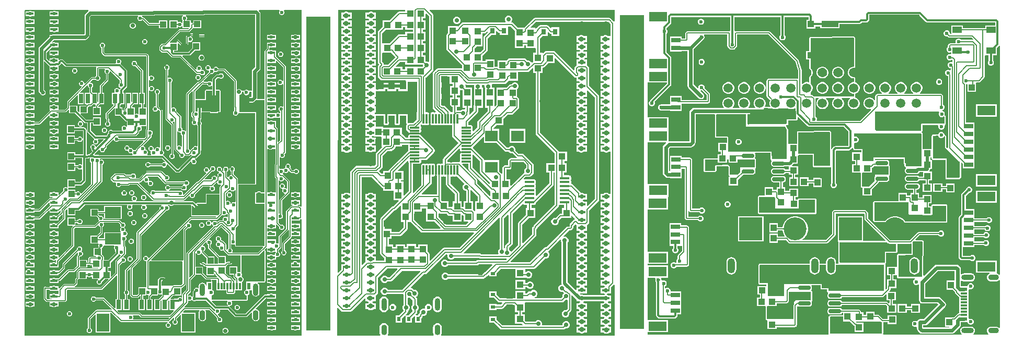
<source format=gbl>
G04*
G04 #@! TF.GenerationSoftware,Altium Limited,Altium Designer,23.6.0 (18)*
G04*
G04 Layer_Physical_Order=4*
G04 Layer_Color=16711680*
%FSLAX44Y44*%
%MOMM*%
G71*
G04*
G04 #@! TF.SameCoordinates,A137800D-7D6B-43E2-A44D-125AE26CC9B3*
G04*
G04*
G04 #@! TF.FilePolarity,Positive*
G04*
G01*
G75*
%ADD10C,0.2000*%
%ADD11C,0.1500*%
%ADD20R,1.0000X1.1000*%
%ADD21R,1.1000X1.0000*%
%ADD25R,0.5000X0.7000*%
%ADD28R,0.6000X1.1400*%
%ADD29R,0.3000X1.1400*%
%ADD37R,2.6000X1.9000*%
%ADD38R,1.5000X0.8000*%
%ADD39R,3.0000X1.6000*%
%ADD104C,0.1950*%
%ADD105C,0.5000*%
%ADD106C,0.3000*%
%ADD107C,0.6000*%
%ADD108C,0.6000*%
%ADD109O,0.9000X2.0000*%
%ADD110O,0.9000X1.7000*%
%ADD111C,1.5000*%
%ADD112O,1.7000X0.9000*%
%ADD113O,2.0000X0.9000*%
%ADD114O,1.2000X2.4000*%
%ADD115R,3.7160X3.7160*%
%ADD116C,3.7160*%
%ADD117R,4.0000X51.0000*%
%ADD118C,0.8000*%
%ADD119C,0.7000*%
G04:AMPARAMS|DCode=120|XSize=1.57mm|YSize=0.41mm|CornerRadius=0.0513mm|HoleSize=0mm|Usage=FLASHONLY|Rotation=0.000|XOffset=0mm|YOffset=0mm|HoleType=Round|Shape=RoundedRectangle|*
%AMROUNDEDRECTD120*
21,1,1.5700,0.3075,0,0,0.0*
21,1,1.4675,0.4100,0,0,0.0*
1,1,0.1025,0.7338,-0.1538*
1,1,0.1025,-0.7338,-0.1538*
1,1,0.1025,-0.7338,0.1538*
1,1,0.1025,0.7338,0.1538*
%
%ADD120ROUNDEDRECTD120*%
%ADD121R,0.7000X0.5000*%
%ADD122R,0.8000X0.9000*%
%ADD123R,1.2000X0.4500*%
%ADD124R,2.0000X1.8000*%
G04:AMPARAMS|DCode=125|XSize=1.56mm|YSize=0.28mm|CornerRadius=0.035mm|HoleSize=0mm|Usage=FLASHONLY|Rotation=0.000|XOffset=0mm|YOffset=0mm|HoleType=Round|Shape=RoundedRectangle|*
%AMROUNDEDRECTD125*
21,1,1.5600,0.2100,0,0,0.0*
21,1,1.4900,0.2800,0,0,0.0*
1,1,0.0700,0.7450,-0.1050*
1,1,0.0700,-0.7450,-0.1050*
1,1,0.0700,-0.7450,0.1050*
1,1,0.0700,0.7450,0.1050*
%
%ADD125ROUNDEDRECTD125*%
G04:AMPARAMS|DCode=126|XSize=1.56mm|YSize=0.28mm|CornerRadius=0.035mm|HoleSize=0mm|Usage=FLASHONLY|Rotation=270.000|XOffset=0mm|YOffset=0mm|HoleType=Round|Shape=RoundedRectangle|*
%AMROUNDEDRECTD126*
21,1,1.5600,0.2100,0,0,270.0*
21,1,1.4900,0.2800,0,0,270.0*
1,1,0.0700,-0.1050,-0.7450*
1,1,0.0700,-0.1050,0.7450*
1,1,0.0700,0.1050,0.7450*
1,1,0.0700,0.1050,-0.7450*
%
%ADD126ROUNDEDRECTD126*%
G04:AMPARAMS|DCode=127|XSize=2.33mm|YSize=1.55mm|CornerRadius=0.3875mm|HoleSize=0mm|Usage=FLASHONLY|Rotation=180.000|XOffset=0mm|YOffset=0mm|HoleType=Round|Shape=RoundedRectangle|*
%AMROUNDEDRECTD127*
21,1,2.3300,0.7750,0,0,180.0*
21,1,1.5550,1.5500,0,0,180.0*
1,1,0.7750,-0.7775,0.3875*
1,1,0.7750,0.7775,0.3875*
1,1,0.7750,0.7775,-0.3875*
1,1,0.7750,-0.7775,-0.3875*
%
%ADD127ROUNDEDRECTD127*%
%ADD128R,2.4100X3.3000*%
G04:AMPARAMS|DCode=129|XSize=1.97mm|YSize=0.6mm|CornerRadius=0.162mm|HoleSize=0mm|Usage=FLASHONLY|Rotation=180.000|XOffset=0mm|YOffset=0mm|HoleType=Round|Shape=RoundedRectangle|*
%AMROUNDEDRECTD129*
21,1,1.9700,0.2760,0,0,180.0*
21,1,1.6460,0.6000,0,0,180.0*
1,1,0.3240,-0.8230,0.1380*
1,1,0.3240,0.8230,0.1380*
1,1,0.3240,0.8230,-0.1380*
1,1,0.3240,-0.8230,-0.1380*
%
%ADD129ROUNDEDRECTD129*%
%ADD130R,5.1000X1.9000*%
%ADD131R,1.1400X0.6000*%
%ADD132R,1.1400X0.3000*%
%ADD133R,1.5000X1.0000*%
%ADD134R,8.1300X8.1300*%
%ADD135R,2.7900X0.9900*%
%ADD136R,2.7900X1.4000*%
%ADD137R,8.1300X8.1300*%
%ADD138R,0.9900X2.7900*%
%ADD139R,1.4000X2.7900*%
%ADD140R,1.0000X1.5000*%
%ADD141R,0.7000X1.6000*%
%ADD142R,2.8000X2.2000*%
%ADD143R,0.8000X1.6000*%
%ADD144R,2.1000X3.0000*%
G36*
X761409Y461803D02*
X760139Y461277D01*
X758877Y462538D01*
X758216Y462980D01*
X757435Y463136D01*
X755737D01*
X755066Y464406D01*
X755335Y464800D01*
X758750D01*
Y471800D01*
X753917D01*
X753691Y472027D01*
X751945Y472750D01*
X750055D01*
X748309Y472027D01*
X748083Y471800D01*
X744250D01*
Y464800D01*
X746665D01*
X746934Y464406D01*
X746263Y463136D01*
X745565D01*
X745564Y463136D01*
X744784Y462980D01*
X744123Y462538D01*
X744123Y462538D01*
X736808Y455224D01*
X736366Y454562D01*
X736211Y453782D01*
Y425845D01*
X724974Y414608D01*
X724532Y413946D01*
X724377Y413166D01*
Y402434D01*
X723107Y401772D01*
X722011Y402225D01*
X720320D01*
X719750Y402607D01*
Y408300D01*
X705789D01*
Y414000D01*
X710155D01*
X710155Y414000D01*
X711845D01*
X711845Y414000D01*
X719750D01*
Y421000D01*
X714260D01*
X713407Y421853D01*
X711845Y422500D01*
X710155D01*
X708593Y421853D01*
X707740Y421000D01*
X705789D01*
Y426700D01*
X708583D01*
X709309Y425973D01*
X711055Y425250D01*
X712945D01*
X714691Y425973D01*
X715417Y426700D01*
X719750D01*
Y432153D01*
X721020Y432679D01*
X724780Y428919D01*
X724750Y428845D01*
Y427155D01*
X725397Y425593D01*
X726593Y424397D01*
X728155Y423750D01*
X729845D01*
X731407Y424397D01*
X732603Y425593D01*
X733250Y427155D01*
Y428845D01*
X732603Y430407D01*
X731407Y431603D01*
X729845Y432250D01*
X728155D01*
X727491Y431975D01*
X723789Y435677D01*
Y441541D01*
X725059Y442204D01*
X726155Y441750D01*
X727845D01*
X729408Y442397D01*
X730603Y443593D01*
X731250Y445155D01*
Y446845D01*
X730603Y448407D01*
X729789Y449221D01*
Y471702D01*
X741337Y483250D01*
X741337Y483250D01*
X741779Y483912D01*
X741935Y484692D01*
Y503111D01*
X741779Y503892D01*
X741337Y504553D01*
X741337Y504553D01*
X732173Y513718D01*
X731511Y514160D01*
X731037Y514254D01*
X730801Y515392D01*
X730812Y515551D01*
X731980Y516719D01*
X731994Y516753D01*
X733039Y516960D01*
X733416Y516867D01*
X734905Y516250D01*
X736595D01*
X738157Y516897D01*
X739353Y518093D01*
X739868Y519336D01*
X740890Y519597D01*
X741237Y519574D01*
X741277Y519514D01*
X743557Y517234D01*
X743557Y517234D01*
X744219Y516791D01*
X744999Y516636D01*
X748902D01*
X749054Y516268D01*
X750250Y515073D01*
X751812Y514425D01*
X753503D01*
X755065Y515073D01*
X756260Y516268D01*
X756907Y517830D01*
Y519521D01*
X756260Y521083D01*
X755065Y522278D01*
X753503Y522925D01*
X751812D01*
X750250Y522278D01*
X749054Y521083D01*
X748902Y520715D01*
X745844D01*
X744758Y521801D01*
Y522667D01*
X744758Y522667D01*
X744603Y523447D01*
X744161Y524109D01*
X744161Y524109D01*
X743340Y524929D01*
X743827Y526105D01*
Y527795D01*
X743180Y529357D01*
X741985Y530553D01*
X740423Y531200D01*
X738732D01*
X737170Y530553D01*
X735974Y529357D01*
X735327Y527795D01*
Y526105D01*
X735411Y525904D01*
X734571Y524612D01*
X733343Y524103D01*
X732147Y522907D01*
X732133Y522874D01*
X731088Y522666D01*
X730711Y522760D01*
X729222Y523377D01*
X727531D01*
X726436Y522923D01*
X725166Y523586D01*
Y527808D01*
X725192Y527833D01*
X725192Y527834D01*
X725634Y528495D01*
X725789Y529275D01*
X725789Y529276D01*
Y541404D01*
X727059Y541930D01*
X727593Y541397D01*
X729155Y540750D01*
X730845D01*
X732407Y541397D01*
X733603Y542593D01*
X734250Y544155D01*
Y545845D01*
X733809Y546910D01*
X735192Y548293D01*
X735192Y548293D01*
X735634Y548955D01*
X735789Y549735D01*
X735789Y549735D01*
Y688982D01*
X735789Y688982D01*
X735634Y689762D01*
X735192Y690424D01*
X719789Y705827D01*
Y710000D01*
X719750Y710197D01*
Y715000D01*
X714805D01*
X714455Y715350D01*
X712893Y715997D01*
X711202D01*
X709966Y715484D01*
X709778Y715580D01*
X709134Y716902D01*
X709289Y717682D01*
X709289Y717682D01*
Y719738D01*
X710559Y720463D01*
X711202Y720197D01*
X712893D01*
X714109Y720700D01*
X719750D01*
Y727700D01*
X714805D01*
X714455Y728049D01*
X712893Y728697D01*
X711202D01*
X709640Y728049D01*
X709291Y727700D01*
X705250D01*
Y722897D01*
X705211Y722700D01*
Y718527D01*
X702308Y715624D01*
X701866Y714962D01*
X701711Y714182D01*
Y636661D01*
X701250Y636353D01*
X689816D01*
X689078Y637623D01*
X689333Y638907D01*
Y679541D01*
X693214Y683422D01*
X694153Y684828D01*
X694483Y686486D01*
Y694235D01*
X694483Y694235D01*
Y775514D01*
X694154Y777172D01*
X693214Y778578D01*
X692115Y779677D01*
X692601Y780850D01*
X725289D01*
X725775Y779677D01*
X725773Y779675D01*
X725126Y778113D01*
Y776422D01*
X725773Y774860D01*
X726969Y773664D01*
X728531Y773018D01*
X730222D01*
X731784Y773664D01*
X732979Y774860D01*
X733626Y776422D01*
Y778113D01*
X732979Y779675D01*
X732977Y779677D01*
X733463Y780850D01*
X761409D01*
Y461803D01*
D02*
G37*
G36*
X1268415Y762952D02*
X1267145Y762427D01*
X1262190Y767381D01*
X1261115Y768100D01*
X1259847Y768352D01*
X1139533D01*
X1138265Y768100D01*
X1137190Y767381D01*
X1122914Y753106D01*
X1121915Y752488D01*
Y752488D01*
X1121915Y752488D01*
X1111601D01*
X1104058Y760031D01*
X1102983Y760750D01*
X1101715Y761002D01*
X1101573D01*
X1101087Y762175D01*
X1101501Y762589D01*
X1102415Y764795D01*
Y767182D01*
X1101501Y769387D01*
X1099814Y771075D01*
X1097608Y771988D01*
X1095221D01*
X1093016Y771075D01*
X1091328Y769387D01*
X1090415Y767182D01*
Y764795D01*
X1091328Y762589D01*
X1091743Y762175D01*
X1091257Y761002D01*
X1023183D01*
X1021915Y760750D01*
X1020840Y760031D01*
X1015185Y754377D01*
X1013915Y754842D01*
Y755238D01*
X998915D01*
Y743924D01*
X996822Y741831D01*
X996104Y740756D01*
X995851Y739488D01*
Y717988D01*
X996104Y716720D01*
X996822Y715645D01*
X1021665Y690802D01*
Y687458D01*
X1021364Y687172D01*
X1020395Y686626D01*
X1019365Y686831D01*
X983207D01*
X981851Y686562D01*
X980701Y685794D01*
X975035Y680127D01*
X974267Y678977D01*
X973997Y677622D01*
Y622855D01*
X974267Y621499D01*
X975035Y620350D01*
X979220Y616164D01*
X978694Y614894D01*
X977865D01*
X976753Y614673D01*
X976415Y614447D01*
X976077Y614673D01*
X974965Y614894D01*
X972865D01*
X971753Y614673D01*
X970810Y614043D01*
X970180Y613100D01*
X969959Y611988D01*
Y597088D01*
X970180Y595976D01*
X970810Y595033D01*
X971753Y594404D01*
X972865Y594182D01*
X974965D01*
X976077Y594404D01*
X976415Y594630D01*
X976753Y594404D01*
X977865Y594182D01*
X979965D01*
X981077Y594404D01*
X981415Y594630D01*
X981753Y594404D01*
X982865Y594182D01*
X984965D01*
X986077Y594404D01*
X986415Y594630D01*
X986753Y594404D01*
X987865Y594182D01*
X989965D01*
X991077Y594404D01*
X991415Y594630D01*
X991753Y594404D01*
X992865Y594182D01*
X994965D01*
X996077Y594404D01*
X996415Y594630D01*
X996753Y594404D01*
X997865Y594182D01*
X999965D01*
X1001077Y594404D01*
X1001415Y594630D01*
X1001753Y594404D01*
X1002865Y594182D01*
X1004965D01*
X1005372Y593848D01*
Y577043D01*
X1005642Y575687D01*
X1006410Y574538D01*
X1015709Y565238D01*
X991410Y540939D01*
X990642Y539789D01*
X990372Y538433D01*
Y531628D01*
X989965Y531294D01*
X987865D01*
X986753Y531073D01*
X986415Y530847D01*
X986077Y531073D01*
X984965Y531294D01*
X982865D01*
X981753Y531073D01*
X980810Y530443D01*
X980180Y529500D01*
X979959Y528388D01*
Y513488D01*
X980180Y512376D01*
X980372Y512090D01*
Y481552D01*
X956406D01*
X955920Y482725D01*
X971420Y498226D01*
X972188Y499375D01*
X972458Y500731D01*
Y510248D01*
X972865Y510582D01*
X974965D01*
X976077Y510804D01*
X977020Y511433D01*
X977650Y512376D01*
X977871Y513488D01*
Y528388D01*
X977650Y529500D01*
X977020Y530443D01*
X976077Y531073D01*
X974965Y531294D01*
X972865D01*
X971753Y531073D01*
X971415Y530847D01*
X971077Y531073D01*
X969965Y531294D01*
X967865D01*
X966753Y531073D01*
X966415Y530847D01*
X966077Y531073D01*
X964965Y531294D01*
X962865D01*
X961753Y531073D01*
X961415Y530847D01*
X961077Y531073D01*
X959965Y531294D01*
X957865D01*
X956753Y531073D01*
X955810Y530443D01*
X955180Y529500D01*
X954959Y528388D01*
Y513488D01*
X955180Y512376D01*
X955372Y512090D01*
Y497078D01*
X942785Y484490D01*
X941614Y485116D01*
X941683Y485463D01*
Y531282D01*
X952065D01*
X953177Y531504D01*
X954120Y532133D01*
X954750Y533076D01*
X954971Y534188D01*
Y536288D01*
X955654Y537120D01*
X962090D01*
X963446Y537390D01*
X964595Y538158D01*
X975920Y549483D01*
X976688Y550632D01*
X976958Y551988D01*
Y553933D01*
X976688Y555289D01*
X975920Y556439D01*
X955041Y577319D01*
X954614Y577604D01*
X954120Y578343D01*
X953177Y578973D01*
X952065Y579194D01*
X937165D01*
X936053Y578973D01*
X935110Y578343D01*
X934480Y577400D01*
X934259Y576288D01*
Y574188D01*
X933946Y573807D01*
X930143D01*
X923665Y580285D01*
Y589988D01*
X907935D01*
X907665Y589988D01*
Y589988D01*
X906665D01*
Y589988D01*
X893665D01*
Y591488D01*
X881665D01*
Y598938D01*
X877607D01*
X877156Y599390D01*
X876436Y599805D01*
Y601272D01*
X877156Y601687D01*
X877607Y602138D01*
X881665D01*
Y609089D01*
X882157Y609187D01*
X882635Y609281D01*
X882638Y609283D01*
X882640Y609283D01*
X883053Y609559D01*
X883249Y609689D01*
X894366D01*
Y596488D01*
X894560Y595513D01*
X895113Y594686D01*
X895939Y594133D01*
X896915Y593939D01*
X899915D01*
X900890Y594133D01*
X901717Y594686D01*
X902270Y595513D01*
X902464Y596488D01*
Y609689D01*
X912366D01*
Y596488D01*
X912560Y595513D01*
X913113Y594686D01*
X913940Y594133D01*
X914915Y593939D01*
X918165D01*
X919140Y594133D01*
X919967Y594686D01*
X920520Y595513D01*
X920714Y596488D01*
Y609439D01*
X930616D01*
Y597929D01*
X930689Y597562D01*
X930726Y597189D01*
X930785Y597078D01*
X930810Y596954D01*
X931018Y596642D01*
X931195Y596312D01*
X931292Y596232D01*
X931363Y596127D01*
X931445Y595923D01*
X931650Y594847D01*
X931513Y594482D01*
X931067Y593814D01*
X930797Y592458D01*
Y588018D01*
X931067Y586662D01*
X931835Y585513D01*
X933490Y583858D01*
X934453Y583214D01*
X934480Y583076D01*
X935110Y582133D01*
X936053Y581504D01*
X937165Y581282D01*
X952065D01*
X953177Y581504D01*
X954120Y582133D01*
X954750Y583076D01*
X954971Y584188D01*
Y586288D01*
X954750Y587400D01*
X954524Y587738D01*
X954750Y588076D01*
X954971Y589188D01*
Y591288D01*
X954750Y592400D01*
X954120Y593343D01*
X954427Y594478D01*
X954675Y594726D01*
X955810Y595033D01*
X956753Y594404D01*
X957865Y594182D01*
X959965D01*
X961077Y594404D01*
X961415Y594630D01*
X961753Y594404D01*
X962865Y594182D01*
X964965D01*
X966077Y594404D01*
X967020Y595033D01*
X967650Y595976D01*
X967871Y597088D01*
Y611988D01*
X967650Y613100D01*
X967020Y614043D01*
X966077Y614673D01*
X964965Y614894D01*
X962865D01*
X962458Y615228D01*
Y671015D01*
X963195Y671508D01*
X973920Y682233D01*
X974688Y683382D01*
X974958Y684738D01*
Y772238D01*
X974688Y773594D01*
X973920Y774744D01*
X968599Y780065D01*
X969085Y781238D01*
X1268415D01*
Y762952D01*
D02*
G37*
G36*
X685817Y773719D02*
Y694235D01*
X685817Y694235D01*
Y688281D01*
X681936Y684400D01*
X680997Y682994D01*
X680667Y681336D01*
Y650132D01*
X680250Y649853D01*
X676737D01*
X676526Y649817D01*
X676473Y649827D01*
X675603Y649658D01*
X674407Y650853D01*
X672845Y651500D01*
X671155D01*
X669593Y650853D01*
X668397Y649658D01*
X667527Y649827D01*
X667474Y649817D01*
X667263Y649853D01*
X665000D01*
X664244Y650166D01*
X664027Y650691D01*
X662691Y652027D01*
X660945Y652750D01*
X659055D01*
X657559Y652130D01*
X656289Y652666D01*
Y665750D01*
X656134Y666530D01*
X655692Y667192D01*
X637592Y685292D01*
X636930Y685734D01*
X636150Y685889D01*
X626808D01*
X626347Y687001D01*
X625151Y688197D01*
X623589Y688844D01*
X621898D01*
X620336Y688197D01*
X619141Y687001D01*
X618839Y686272D01*
X618379Y685458D01*
X617306Y685637D01*
X616695Y685890D01*
X615301D01*
X614802Y686136D01*
X614159Y686915D01*
Y688143D01*
X613512Y689705D01*
X612317Y690901D01*
X610755Y691548D01*
X609064D01*
X607502Y690901D01*
X606306Y689705D01*
X605659Y688143D01*
Y686452D01*
X606306Y684890D01*
X607502Y683695D01*
X609064Y683048D01*
X610458D01*
X610958Y682802D01*
X611600Y682023D01*
Y680795D01*
X611640Y680698D01*
X595750Y664809D01*
X594620D01*
X594619Y664809D01*
X593839Y664653D01*
X593178Y664211D01*
X593177Y664211D01*
X574808Y645842D01*
X574366Y645180D01*
X574211Y644400D01*
Y584650D01*
X572941Y584123D01*
X572228Y584837D01*
X570665Y585484D01*
X569831D01*
X568955Y585556D01*
X568657Y586657D01*
Y587271D01*
X568010Y588833D01*
X566815Y590028D01*
X566446Y590181D01*
Y607842D01*
X566446Y607843D01*
X566291Y608623D01*
X565849Y609285D01*
X565849Y609285D01*
X557848Y617286D01*
X558000Y617655D01*
Y619345D01*
X557353Y620907D01*
X556157Y622103D01*
X554595Y622750D01*
X552905D01*
X551545Y622187D01*
X550275Y622695D01*
Y663252D01*
X550643Y663405D01*
X551839Y664600D01*
X552486Y666162D01*
Y667853D01*
X551839Y669415D01*
X550643Y670611D01*
X549081Y671258D01*
X547390D01*
X546295Y670804D01*
X545025Y671467D01*
Y674341D01*
X545234Y674654D01*
X545389Y675434D01*
Y683995D01*
X545757Y684147D01*
X546953Y685343D01*
X547600Y686905D01*
Y688595D01*
X546953Y690157D01*
X545757Y691353D01*
X544195Y692000D01*
X542505D01*
X540943Y691353D01*
X539747Y690157D01*
X539100Y688595D01*
Y686905D01*
X539747Y685343D01*
X540943Y684147D01*
X541311Y683995D01*
Y676163D01*
X541102Y675851D01*
X540947Y675070D01*
Y604090D01*
X541102Y603309D01*
X541544Y602648D01*
X550211Y593981D01*
Y547713D01*
X549343Y547353D01*
X548147Y546157D01*
X547500Y544595D01*
Y542905D01*
X548147Y541343D01*
X549343Y540147D01*
X550905Y539500D01*
X552595D01*
X554157Y540147D01*
X555353Y541343D01*
X556000Y542905D01*
Y544595D01*
X555353Y546157D01*
X554289Y547221D01*
Y594825D01*
X554289Y594825D01*
X554134Y595606D01*
X553692Y596267D01*
X553692Y596267D01*
X552383Y597577D01*
X552812Y598943D01*
X553907Y599397D01*
X554366Y599856D01*
X555636Y599330D01*
Y554675D01*
X555792Y553895D01*
X556233Y553233D01*
X563354Y546113D01*
X563354Y546111D01*
Y544420D01*
X564001Y542858D01*
X565196Y541662D01*
X566758Y541015D01*
X568449D01*
X570011Y541662D01*
X571207Y542858D01*
X571789Y544264D01*
X572634Y544645D01*
X573124Y544753D01*
X573702Y544366D01*
X574483Y544211D01*
X574483Y544211D01*
X578832D01*
X579612Y544366D01*
X580274Y544808D01*
X581646Y546180D01*
X583195Y545948D01*
X583513Y545373D01*
X583383Y544894D01*
X582767Y544483D01*
X582767Y544483D01*
X561331Y523046D01*
X559919D01*
X538483Y544483D01*
X537573Y545090D01*
X537362Y545132D01*
X536993Y546501D01*
X537760Y547268D01*
X538407Y548830D01*
Y550521D01*
X537760Y552083D01*
X536565Y553278D01*
X536197Y553431D01*
Y617617D01*
X536041Y618398D01*
X535599Y619059D01*
X535599Y619059D01*
X529665Y624993D01*
Y644512D01*
X530034Y644665D01*
X531229Y645860D01*
X531876Y647422D01*
Y649113D01*
X531229Y650675D01*
X530034Y651870D01*
X528472Y652517D01*
X526781D01*
X525219Y651870D01*
X524023Y650675D01*
X523376Y649113D01*
Y647422D01*
X524023Y645860D01*
X525219Y644665D01*
X525587Y644512D01*
Y625423D01*
X525195Y624250D01*
X524411Y624250D01*
X523505D01*
X521943Y623603D01*
X520747Y622407D01*
X520100Y620845D01*
Y619155D01*
X520747Y617593D01*
X521943Y616397D01*
X523505Y615750D01*
X525195D01*
X526758Y616397D01*
X527953Y617593D01*
X528407Y618688D01*
X529773Y619117D01*
X532118Y616773D01*
Y557859D01*
X530848Y557333D01*
X530496Y557685D01*
X528934Y558332D01*
X527243D01*
X525681Y557685D01*
X524485Y556489D01*
X523838Y554927D01*
X522609Y554045D01*
X522577Y554054D01*
X521750Y555155D01*
Y556845D01*
X521103Y558407D01*
X519907Y559603D01*
X518345Y560250D01*
X516655D01*
X515093Y559603D01*
X513897Y558407D01*
X513250Y556845D01*
Y555155D01*
X513897Y553593D01*
X515093Y552397D01*
X516655Y551750D01*
X517347Y550480D01*
X517157Y550021D01*
Y548330D01*
X517804Y546768D01*
X517999Y546574D01*
X517472Y545304D01*
X511823D01*
X511297Y546574D01*
X512074Y547351D01*
X512721Y548913D01*
Y550604D01*
X512074Y552166D01*
X510879Y553362D01*
X509317Y554009D01*
X509168D01*
X508463Y555065D01*
X508500Y555155D01*
Y556845D01*
X507853Y558407D01*
X506657Y559603D01*
X505562Y560057D01*
X505133Y561423D01*
X508197Y564488D01*
X508724Y564840D01*
X517692Y573808D01*
X518134Y574470D01*
X518289Y575250D01*
Y577744D01*
X518657Y577897D01*
X519853Y579093D01*
X520500Y580655D01*
Y582345D01*
X519853Y583907D01*
X518657Y585103D01*
X517095Y585750D01*
X515405D01*
X514309Y585296D01*
X514129Y585375D01*
X513603Y586620D01*
X513634Y586666D01*
X513789Y587447D01*
X513789Y587447D01*
Y650154D01*
X515059Y650680D01*
X515843Y649897D01*
X517405Y649250D01*
X519095D01*
X520657Y649897D01*
X521853Y651093D01*
X522500Y652655D01*
Y654345D01*
X521853Y655907D01*
X520657Y657103D01*
X519095Y657750D01*
X517405D01*
X515843Y657103D01*
X515059Y656320D01*
X513789Y656846D01*
Y667048D01*
X515059Y667574D01*
X515719Y666915D01*
X517281Y666267D01*
X518972D01*
X520534Y666915D01*
X521729Y668110D01*
X522376Y669672D01*
Y671363D01*
X521729Y672925D01*
X520534Y674120D01*
X518972Y674768D01*
X517281D01*
X515719Y674120D01*
X515059Y673461D01*
X513789Y673987D01*
Y706621D01*
X513634Y707402D01*
X513192Y708063D01*
X511563Y709692D01*
X510902Y710134D01*
X510121Y710289D01*
X444095D01*
X441539Y712845D01*
Y720547D01*
X442260Y721268D01*
X442907Y722830D01*
Y724521D01*
X442260Y726083D01*
X441065Y727278D01*
X439503Y727925D01*
X437812D01*
X436250Y727278D01*
X435054Y726083D01*
X434407Y724521D01*
Y722830D01*
X435054Y721268D01*
X436250Y720072D01*
X437461Y719571D01*
Y712000D01*
X437616Y711220D01*
X438058Y710558D01*
X441808Y706808D01*
X441808Y706808D01*
X442470Y706366D01*
X443250Y706211D01*
X443250Y706211D01*
X509277D01*
X509711Y705777D01*
Y623000D01*
X505789D01*
Y627750D01*
X507500D01*
Y646250D01*
X504789D01*
Y682000D01*
X504789Y682000D01*
X504634Y682781D01*
X504192Y683442D01*
X504192Y683442D01*
X494505Y693129D01*
X494626Y693422D01*
Y695113D01*
X493979Y696675D01*
X492784Y697870D01*
X491222Y698518D01*
X489531D01*
X487969Y697870D01*
X486773Y696675D01*
X486126Y695113D01*
Y693422D01*
X486773Y691860D01*
X487969Y690665D01*
X489531Y690017D01*
X491222D01*
X491665Y690201D01*
X500711Y681155D01*
Y646250D01*
X498000D01*
Y627750D01*
X501711D01*
Y623000D01*
X497500D01*
Y612420D01*
X496230Y611926D01*
X494845Y612500D01*
X493155D01*
X492270Y612133D01*
X491000Y612920D01*
Y622750D01*
X486789D01*
Y624655D01*
X489884Y627750D01*
X496500D01*
Y646250D01*
X487000D01*
Y631547D01*
X486770Y631393D01*
X485500Y632072D01*
Y646250D01*
X476000D01*
Y634447D01*
X475961Y634250D01*
Y623777D01*
X473808Y621624D01*
X473366Y620962D01*
X473211Y620182D01*
Y618234D01*
X472506Y617759D01*
X471250Y618361D01*
Y623000D01*
X467804D01*
Y626589D01*
X468965Y627750D01*
X474500D01*
Y646250D01*
X472554D01*
Y650003D01*
X477983Y655432D01*
X478590Y656342D01*
X478804Y657415D01*
X478804Y657415D01*
Y682000D01*
X478590Y683073D01*
X477983Y683983D01*
X477983Y683983D01*
X468483Y693483D01*
X468353Y695093D01*
X469000Y696655D01*
Y698345D01*
X468353Y699907D01*
X467157Y701103D01*
X465595Y701750D01*
X463905D01*
X462343Y701103D01*
X461147Y699907D01*
X460500Y698345D01*
Y696655D01*
X460948Y695574D01*
X460276Y694304D01*
X381454D01*
X375725Y700033D01*
X374816Y700640D01*
X373743Y700854D01*
X371258D01*
X371257Y700854D01*
X370184Y700640D01*
X369275Y700033D01*
X368923Y699681D01*
X367750Y700167D01*
Y702300D01*
X363418D01*
X362691Y703027D01*
X360945Y703750D01*
X359055D01*
X357309Y703027D01*
X356582Y702300D01*
X353250D01*
Y699182D01*
X352077Y698696D01*
X348554Y702219D01*
Y712039D01*
X352309Y715793D01*
X353250Y714939D01*
X353250Y713755D01*
Y708000D01*
X357490D01*
X357843Y707647D01*
X359405Y707000D01*
X361095D01*
X362657Y707647D01*
X363010Y708000D01*
X367750D01*
Y715000D01*
X362303D01*
X361095Y715500D01*
X359405D01*
X358197Y715000D01*
X354519D01*
X353311Y715000D01*
X352457Y715941D01*
X357215Y720700D01*
X357987D01*
X359202Y720197D01*
X360893D01*
X362109Y720700D01*
X367750D01*
Y727700D01*
X362805D01*
X362455Y728049D01*
X360893Y728697D01*
X359202D01*
X357640Y728049D01*
X357430Y728155D01*
X357179Y729701D01*
X360045Y732567D01*
X410585D01*
X412243Y732897D01*
X413649Y733836D01*
X417164Y737351D01*
X418103Y738756D01*
X418433Y740415D01*
Y769690D01*
X420410Y771667D01*
X496210D01*
X496736Y770397D01*
X496247Y769908D01*
X495600Y768345D01*
Y766655D01*
X496247Y765093D01*
X497443Y763897D01*
X499005Y763250D01*
X500695D01*
X502257Y763897D01*
X503321Y764961D01*
X504255D01*
X512908Y756308D01*
X513570Y755866D01*
X514350Y755711D01*
X514350Y755711D01*
X530250D01*
Y751500D01*
X543750D01*
Y764000D01*
X530250D01*
Y759789D01*
X515195D01*
X506542Y768442D01*
X505880Y768884D01*
X505100Y769039D01*
X503813D01*
X503453Y769908D01*
X502964Y770397D01*
X503490Y771667D01*
X521000D01*
X522658Y771997D01*
X523661Y772667D01*
X569008D01*
X569261Y771397D01*
X569143Y771348D01*
X567948Y770152D01*
X567300Y768590D01*
Y766900D01*
X567948Y765338D01*
X568075Y765210D01*
X568750Y764250D01*
X568750D01*
X568750Y764250D01*
Y760670D01*
X568054Y760359D01*
X567480Y760280D01*
X566407Y761353D01*
X564845Y762000D01*
X563155D01*
X562020Y761530D01*
X560750Y762170D01*
Y764000D01*
X547250D01*
Y751500D01*
X560750D01*
Y753330D01*
X562020Y753970D01*
X563155Y753500D01*
X564845D01*
X566407Y754147D01*
X567480Y755220D01*
X568054Y755141D01*
X568750Y754830D01*
Y751750D01*
X578389D01*
X578875Y750577D01*
X578014Y749715D01*
X563676D01*
X563676Y749715D01*
X562896Y749560D01*
X562234Y749118D01*
X562234Y749118D01*
X539655Y726539D01*
X536325D01*
X535545Y726384D01*
X534883Y725942D01*
X531808Y722867D01*
X531366Y722205D01*
X531211Y721425D01*
Y717075D01*
X531366Y716295D01*
X531808Y715633D01*
X534883Y712558D01*
X535545Y712116D01*
X536325Y711961D01*
X543359D01*
X550512Y704808D01*
X551174Y704366D01*
X551954Y704211D01*
X564566D01*
X590869Y677907D01*
X590869Y677907D01*
X591531Y677465D01*
X592312Y677310D01*
X597094D01*
X597247Y676942D01*
X598443Y675746D01*
X600005Y675099D01*
X601695D01*
X603257Y675746D01*
X604453Y676942D01*
X605100Y678504D01*
Y680195D01*
X604453Y681757D01*
X603257Y682952D01*
X601695Y683599D01*
X600169D01*
X599643Y684092D01*
X599231Y684653D01*
X599470Y685230D01*
Y686921D01*
X598823Y688483D01*
X597627Y689678D01*
X596065Y690325D01*
X594374D01*
X592812Y689678D01*
X591617Y688483D01*
X590970Y686921D01*
Y685371D01*
X590608Y685082D01*
X589796Y684748D01*
X568522Y706023D01*
X569008Y707196D01*
X579000D01*
X580073Y707410D01*
X580983Y708017D01*
X588465Y715500D01*
X597000D01*
Y729000D01*
X584646D01*
X583852Y730002D01*
X584865Y731015D01*
X585512Y732577D01*
Y734267D01*
X584865Y735829D01*
X583669Y737025D01*
X582107Y737672D01*
X582297Y738864D01*
X588253D01*
X589308Y737808D01*
X589308Y737808D01*
X589970Y737366D01*
X590750Y737211D01*
X623905D01*
X630558Y730558D01*
X631220Y730116D01*
X632000Y729961D01*
X632780Y730116D01*
X633442Y730558D01*
X633884Y731220D01*
X634039Y732000D01*
X633884Y732780D01*
X633442Y733442D01*
X626192Y740692D01*
X625530Y741134D01*
X624750Y741289D01*
X591595D01*
X590539Y742345D01*
X589878Y742787D01*
X589097Y742942D01*
X578903D01*
X578578Y742877D01*
X578254Y742942D01*
X577474Y742787D01*
X576812Y742345D01*
X576370Y741683D01*
X576215Y740903D01*
Y740259D01*
X574558Y738602D01*
X574116Y737941D01*
X573961Y737160D01*
Y726345D01*
X572655Y725039D01*
X571000D01*
X570220Y724884D01*
X570088Y724796D01*
X562435Y732449D01*
X561774Y732891D01*
X560993Y733046D01*
X558838D01*
X558442Y733442D01*
X557780Y733884D01*
X557000Y734039D01*
X556220Y733884D01*
X555558Y733442D01*
X555116Y732780D01*
X554961Y732000D01*
X555116Y731220D01*
X555558Y730558D01*
X556551Y729565D01*
X557213Y729123D01*
X557993Y728968D01*
X559053D01*
X559185Y728770D01*
X558507Y727500D01*
X548180D01*
X547654Y728770D01*
X564521Y745637D01*
X578858D01*
X579639Y745792D01*
X580300Y746234D01*
X584692Y750626D01*
X584849Y750860D01*
X585750Y751750D01*
X599250D01*
Y764250D01*
X585750D01*
Y760039D01*
X584339D01*
X583559Y759884D01*
X583520Y759858D01*
X582250Y760537D01*
Y764250D01*
X575725D01*
X575229Y765520D01*
X575800Y766900D01*
Y768590D01*
X575153Y770152D01*
X573958Y771348D01*
X573840Y771397D01*
X574093Y772667D01*
X601336D01*
X602994Y772997D01*
X604222Y773817D01*
X685719D01*
X685817Y773719D01*
D02*
G37*
G36*
X1772769Y761727D02*
X1773927Y760953D01*
X1775293Y760681D01*
X1885181D01*
Y756000D01*
X1868500D01*
Y751804D01*
X1832500D01*
Y756000D01*
X1813500D01*
Y742744D01*
X1812770Y742348D01*
X1811500Y742986D01*
Y744245D01*
X1810739Y746082D01*
X1809332Y747489D01*
X1807495Y748250D01*
X1805505D01*
X1803668Y747489D01*
X1802261Y746082D01*
X1801500Y744245D01*
Y742255D01*
X1802261Y740418D01*
X1803668Y739011D01*
X1805505Y738250D01*
X1807495D01*
X1807523Y738262D01*
X1808637Y737148D01*
X1809547Y736540D01*
X1810620Y736326D01*
X1846709D01*
X1849176Y733858D01*
X1848551Y732688D01*
X1848471Y732704D01*
X1830001D01*
X1829989Y732732D01*
X1828582Y734139D01*
X1826745Y734900D01*
X1824755D01*
X1822918Y734139D01*
X1821511Y732732D01*
X1820750Y730895D01*
Y728905D01*
X1820976Y728360D01*
X1820270Y727304D01*
X1812250D01*
X1811177Y727090D01*
X1810267Y726483D01*
X1809017Y725233D01*
X1808410Y724323D01*
X1808196Y723250D01*
Y721451D01*
X1808168Y721439D01*
X1806761Y720032D01*
X1806000Y718195D01*
Y716205D01*
X1806761Y714368D01*
X1808168Y712961D01*
X1810005Y712200D01*
X1811995D01*
X1812444Y712386D01*
X1813500Y711681D01*
Y710019D01*
X1812444Y709314D01*
X1811995Y709500D01*
X1810005D01*
X1808168Y708739D01*
X1806761Y707332D01*
X1806000Y705495D01*
Y703505D01*
X1806761Y701668D01*
X1808168Y700261D01*
X1810005Y699500D01*
X1811995D01*
X1813832Y700261D01*
X1814406Y700835D01*
X1814821D01*
X1815696Y699960D01*
Y697366D01*
X1814426Y696518D01*
X1813745Y696800D01*
X1811755D01*
X1809918Y696039D01*
X1808511Y694632D01*
X1807750Y692795D01*
Y690805D01*
X1808511Y688968D01*
X1809918Y687561D01*
X1811755Y686800D01*
X1812696D01*
Y684034D01*
X1811426Y683407D01*
X1809995Y684000D01*
X1808005D01*
X1806168Y683239D01*
X1804761Y681832D01*
X1804000Y679995D01*
Y678005D01*
X1804761Y676168D01*
X1806168Y674761D01*
X1808005Y674000D01*
X1808696D01*
Y557484D01*
X1807426Y556958D01*
X1805789Y558595D01*
Y574930D01*
X1805772Y575016D01*
X1805782Y575103D01*
X1805695Y575404D01*
X1805634Y575710D01*
X1805585Y575783D01*
X1805561Y575868D01*
X1805366Y576112D01*
X1805192Y576372D01*
X1805119Y576421D01*
X1805064Y576489D01*
X1803794Y577559D01*
X1803717Y577602D01*
X1803656Y577665D01*
X1803371Y577793D01*
X1803097Y577943D01*
X1803010Y577953D01*
X1802930Y577989D01*
X1802617Y577997D01*
X1802500Y578010D01*
Y578745D01*
X1801739Y580582D01*
X1800332Y581989D01*
X1798495Y582750D01*
X1796505D01*
X1794668Y581989D01*
X1793261Y580582D01*
X1792551Y578867D01*
X1792382Y578899D01*
X1792376Y578898D01*
X1792369Y578899D01*
X1784182Y578798D01*
X1783799Y578717D01*
X1783415Y578638D01*
X1783410Y578634D01*
X1783403Y578633D01*
X1783080Y578411D01*
X1782756Y578192D01*
X1782753Y578186D01*
X1782747Y578183D01*
X1782533Y577853D01*
X1782318Y577527D01*
X1782111Y577019D01*
X1782037Y576634D01*
X1781961Y576250D01*
Y555500D01*
X1767539D01*
Y579549D01*
X1767500Y579746D01*
Y579947D01*
X1767463Y580132D01*
X1767463Y580133D01*
Y580133D01*
X1767386Y580318D01*
X1767384Y580330D01*
X1767377Y580339D01*
X1767244Y580661D01*
X1767242Y580672D01*
X1767236Y580682D01*
X1767159Y580868D01*
X1767159Y580868D01*
X1767159Y580868D01*
X1767054Y581025D01*
X1766912Y581167D01*
X1766800Y581334D01*
X1766334Y581800D01*
X1766258Y581851D01*
X1766211Y581898D01*
X1766120Y581958D01*
X1766025Y582054D01*
X1765948Y582105D01*
X1765837Y582431D01*
X1765833Y582501D01*
X1765874Y583162D01*
X1765990Y583506D01*
X1766442Y583808D01*
X1766884Y584470D01*
X1767039Y585250D01*
Y594461D01*
X1792190D01*
X1793038Y593191D01*
X1792750Y592495D01*
Y590505D01*
X1793511Y588668D01*
X1794918Y587261D01*
X1796755Y586500D01*
X1798745D01*
X1800582Y587261D01*
X1801989Y588668D01*
X1802750Y590505D01*
Y592495D01*
X1802462Y593191D01*
X1802538Y593526D01*
X1803268Y594564D01*
X1803530Y594616D01*
X1804192Y595058D01*
X1804634Y595720D01*
X1804789Y596500D01*
Y607883D01*
X1804634Y608663D01*
X1804192Y609325D01*
X1803530Y609767D01*
X1802765Y610084D01*
X1803250Y611255D01*
Y613245D01*
X1802489Y615082D01*
X1801082Y616489D01*
X1799322Y617218D01*
X1799225Y617504D01*
X1799146Y618520D01*
X1800332Y619011D01*
X1801739Y620418D01*
X1802500Y622255D01*
Y624244D01*
X1801739Y626082D01*
X1800683Y627138D01*
Y641621D01*
X1800469Y642694D01*
X1799861Y643604D01*
X1798983Y644483D01*
X1798073Y645090D01*
X1797000Y645304D01*
X1763112D01*
X1762771Y646574D01*
X1763333Y646898D01*
X1765102Y648667D01*
X1766353Y650833D01*
X1767000Y653249D01*
Y655751D01*
X1766353Y658167D01*
X1765102Y660333D01*
X1763333Y662102D01*
X1761167Y663353D01*
X1758751Y664000D01*
X1756249D01*
X1753833Y663353D01*
X1751667Y662102D01*
X1749898Y660333D01*
X1748647Y658167D01*
X1748000Y655751D01*
Y653249D01*
X1748647Y650833D01*
X1749898Y648667D01*
X1751667Y646898D01*
X1752229Y646574D01*
X1751888Y645304D01*
X1737712D01*
X1737372Y646574D01*
X1737933Y646898D01*
X1739702Y648667D01*
X1740953Y650833D01*
X1741600Y653249D01*
Y655751D01*
X1740953Y658167D01*
X1739702Y660333D01*
X1737933Y662102D01*
X1735767Y663353D01*
X1733351Y664000D01*
X1730849D01*
X1728433Y663353D01*
X1726267Y662102D01*
X1724498Y660333D01*
X1723247Y658167D01*
X1722600Y655751D01*
Y653249D01*
X1723247Y650833D01*
X1724498Y648667D01*
X1726267Y646898D01*
X1726828Y646574D01*
X1726488Y645304D01*
X1712312D01*
X1711971Y646574D01*
X1712533Y646898D01*
X1714302Y648667D01*
X1715553Y650833D01*
X1716200Y653249D01*
Y655751D01*
X1715553Y658167D01*
X1714302Y660333D01*
X1712533Y662102D01*
X1710367Y663353D01*
X1707951Y664000D01*
X1705449D01*
X1703033Y663353D01*
X1700867Y662102D01*
X1699098Y660333D01*
X1697847Y658167D01*
X1697200Y655751D01*
Y653249D01*
X1697847Y650833D01*
X1699098Y648667D01*
X1700867Y646898D01*
X1701429Y646574D01*
X1701088Y645304D01*
X1694750D01*
X1693677Y645090D01*
X1692767Y644483D01*
X1691267Y642983D01*
X1690660Y642073D01*
X1690446Y641000D01*
Y635198D01*
X1689176Y634858D01*
X1688902Y635333D01*
X1687133Y637102D01*
X1684967Y638353D01*
X1682551Y639000D01*
X1680049D01*
X1677633Y638353D01*
X1675467Y637102D01*
X1673698Y635333D01*
X1672447Y633167D01*
X1671800Y630751D01*
Y628249D01*
X1672447Y625833D01*
X1673698Y623667D01*
X1675467Y621898D01*
X1677633Y620647D01*
X1680049Y620000D01*
X1682551D01*
X1683149Y620160D01*
X1683806Y619022D01*
X1666089Y601304D01*
X1596497D01*
X1595791Y602360D01*
X1595955Y602755D01*
Y604745D01*
X1595194Y606582D01*
X1593787Y607989D01*
X1593759Y608001D01*
Y636955D01*
X1593712Y637191D01*
X1594668Y638461D01*
X1599081D01*
X1599421Y637191D01*
X1599267Y637102D01*
X1597498Y635333D01*
X1596247Y633167D01*
X1595600Y630751D01*
Y628249D01*
X1596247Y625833D01*
X1597498Y623667D01*
X1599267Y621898D01*
X1601433Y620647D01*
X1603849Y620000D01*
X1606351D01*
X1608767Y620647D01*
X1610933Y621898D01*
X1612702Y623667D01*
X1613953Y625833D01*
X1614600Y628249D01*
Y630751D01*
X1613953Y633167D01*
X1612702Y635333D01*
X1610933Y637102D01*
X1610779Y637191D01*
X1611119Y638461D01*
X1624481D01*
X1624821Y637191D01*
X1624667Y637102D01*
X1622898Y635333D01*
X1621647Y633167D01*
X1621000Y630751D01*
Y628249D01*
X1621647Y625833D01*
X1622898Y623667D01*
X1624667Y621898D01*
X1626833Y620647D01*
X1629249Y620000D01*
X1631751D01*
X1634167Y620647D01*
X1636333Y621898D01*
X1638102Y623667D01*
X1639353Y625833D01*
X1640000Y628249D01*
Y630751D01*
X1639353Y633167D01*
X1638102Y635333D01*
X1636333Y637102D01*
X1636179Y637191D01*
X1636519Y638461D01*
X1649881D01*
X1650221Y637191D01*
X1650067Y637102D01*
X1648298Y635333D01*
X1647047Y633167D01*
X1646400Y630751D01*
Y628249D01*
X1647047Y625833D01*
X1648298Y623667D01*
X1650067Y621898D01*
X1652233Y620647D01*
X1654649Y620000D01*
X1657151D01*
X1659567Y620647D01*
X1661733Y621898D01*
X1663502Y623667D01*
X1664753Y625833D01*
X1665400Y628249D01*
Y630751D01*
X1664753Y633167D01*
X1663502Y635333D01*
X1661733Y637102D01*
X1659567Y638353D01*
X1658872Y638539D01*
X1658134Y639720D01*
X1658289Y640500D01*
Y645000D01*
X1658232Y645290D01*
X1659567Y645647D01*
X1661733Y646898D01*
X1663502Y648667D01*
X1664753Y650833D01*
X1665400Y653249D01*
Y655751D01*
X1664753Y658167D01*
X1663502Y660333D01*
X1661733Y662102D01*
X1659567Y663353D01*
X1658232Y663710D01*
X1658289Y664000D01*
Y670000D01*
X1658134Y670780D01*
X1657692Y671442D01*
X1657030Y671884D01*
X1656250Y672039D01*
X1654918D01*
X1653020Y672548D01*
X1651319Y673530D01*
X1649930Y674919D01*
X1648948Y676620D01*
X1648439Y678518D01*
Y680482D01*
X1648948Y682380D01*
X1649930Y684081D01*
X1651319Y685470D01*
X1653020Y686452D01*
X1654918Y686961D01*
X1656250D01*
X1657030Y687116D01*
X1657692Y687558D01*
X1658134Y688220D01*
X1658289Y689000D01*
Y735294D01*
X1658289Y735298D01*
X1658289Y735302D01*
X1658210Y735690D01*
X1658134Y736075D01*
X1658132Y736078D01*
X1658131Y736082D01*
X1657912Y736408D01*
X1657692Y736736D01*
X1657689Y736738D01*
X1657687Y736742D01*
X1656726Y737695D01*
X1656720Y737699D01*
X1656716Y737705D01*
X1656389Y737919D01*
X1656063Y738135D01*
X1656056Y738136D01*
X1656050Y738140D01*
X1655667Y738212D01*
X1655282Y738287D01*
X1655275Y738285D01*
X1655268Y738287D01*
X1585978Y737539D01*
X1585600Y737460D01*
X1585220Y737384D01*
X1585210Y737378D01*
X1585199Y737375D01*
X1584880Y737157D01*
X1584558Y736942D01*
X1584552Y736933D01*
X1584543Y736926D01*
X1584331Y736602D01*
X1584116Y736280D01*
X1584114Y736269D01*
X1584108Y736260D01*
X1584036Y735880D01*
X1583961Y735500D01*
Y714750D01*
X1578250D01*
Y700750D01*
X1583961D01*
Y686635D01*
X1584116Y685855D01*
X1584558Y685193D01*
X1585670Y684081D01*
X1586652Y682380D01*
X1587161Y680482D01*
Y678518D01*
X1586652Y676620D01*
X1585670Y674919D01*
X1584558Y673807D01*
X1584116Y673145D01*
X1583961Y672365D01*
Y664376D01*
X1582691Y663534D01*
X1580951Y664000D01*
X1578449D01*
X1576033Y663353D01*
X1573867Y662102D01*
X1572793Y661028D01*
X1571523Y661554D01*
Y682420D01*
X1571447Y682803D01*
X1571414Y683193D01*
X1566945Y698773D01*
X1566872Y698916D01*
X1566840Y699073D01*
X1566623Y699398D01*
X1566444Y699746D01*
X1566322Y699849D01*
X1566233Y699983D01*
X1520233Y745983D01*
X1519323Y746590D01*
X1518250Y746804D01*
X1465084D01*
X1464011Y746590D01*
X1463839Y746475D01*
X1462569Y747154D01*
Y769681D01*
X1536931D01*
Y740253D01*
X1536261Y739582D01*
X1535500Y737745D01*
Y735755D01*
X1536261Y733918D01*
X1537668Y732511D01*
X1539505Y731750D01*
X1541495D01*
X1543332Y732511D01*
X1544739Y733918D01*
X1545500Y735755D01*
Y737745D01*
X1544739Y739582D01*
X1544069Y740253D01*
Y769681D01*
X1582931D01*
Y765000D01*
X1579000D01*
Y751000D01*
X1594000D01*
Y754581D01*
X1601100D01*
Y751200D01*
X1633000D01*
Y758031D01*
X1664557D01*
X1665923Y758303D01*
X1667081Y759077D01*
X1668685Y760681D01*
X1675843D01*
X1677208Y760953D01*
X1678366Y761727D01*
X1680123Y763484D01*
X1680897Y764642D01*
X1681169Y766007D01*
Y772831D01*
X1761664D01*
X1772769Y761727D01*
D02*
G37*
G36*
X929415Y749238D02*
X941847D01*
Y745738D01*
X929165D01*
Y741781D01*
X919665D01*
X918309Y741512D01*
X917160Y740744D01*
X903404Y726988D01*
X892415D01*
X891783Y727996D01*
Y743096D01*
X897676Y748988D01*
X908395D01*
X908665Y748988D01*
Y748988D01*
X909665D01*
Y748988D01*
X925665D01*
Y752945D01*
X929415D01*
Y749238D01*
D02*
G37*
G36*
X1455431Y747094D02*
X1454161Y746415D01*
X1453899Y746590D01*
X1452826Y746804D01*
X1386379D01*
X1385306Y746590D01*
X1384396Y745983D01*
X1383517Y745104D01*
X1382910Y744194D01*
X1382696Y743121D01*
Y735054D01*
X1377000D01*
Y738250D01*
X1358000D01*
Y726250D01*
X1358000D01*
Y725750D01*
X1358000D01*
Y713750D01*
X1377000D01*
Y714652D01*
X1386652D01*
Y658000D01*
X1387040Y656049D01*
X1388145Y654395D01*
X1404895Y637645D01*
X1405313Y637366D01*
X1405668Y637011D01*
X1406132Y636819D01*
X1406549Y636540D01*
X1407042Y636442D01*
X1407505Y636250D01*
X1408008D01*
X1408500Y636152D01*
X1408992Y636250D01*
X1409495D01*
X1409958Y636442D01*
X1410451Y636540D01*
X1410868Y636819D01*
X1411332Y637011D01*
X1411687Y637366D01*
X1412105Y637645D01*
X1412384Y638063D01*
X1412739Y638418D01*
X1412931Y638882D01*
X1413210Y639299D01*
X1413308Y639792D01*
X1413500Y640255D01*
Y640758D01*
X1413598Y641250D01*
X1413500Y641742D01*
Y642245D01*
X1413308Y642708D01*
X1413210Y643201D01*
X1412931Y643618D01*
X1412739Y644082D01*
X1412384Y644437D01*
X1412105Y644855D01*
X1407633Y649327D01*
X1407781Y649792D01*
X1408256Y650500D01*
X1409995D01*
X1410023Y650512D01*
X1417196Y643339D01*
Y634804D01*
X1377000D01*
Y641250D01*
X1358000D01*
X1358000Y628746D01*
X1357102Y627848D01*
X1343750D01*
X1343257Y627750D01*
X1342755D01*
X1342292Y627558D01*
X1341799Y627460D01*
X1341382Y627181D01*
X1340918Y626989D01*
X1340563Y626634D01*
X1340145Y626355D01*
X1339866Y625937D01*
X1339511Y625582D01*
X1339319Y625118D01*
X1339040Y624701D01*
X1338942Y624208D01*
X1338750Y623745D01*
Y623242D01*
X1338652Y622750D01*
X1338750Y622257D01*
Y621755D01*
X1338942Y621292D01*
X1339040Y620799D01*
X1339319Y620382D01*
X1339511Y619918D01*
X1339866Y619563D01*
X1340145Y619145D01*
X1340563Y618866D01*
X1340918Y618511D01*
X1341382Y618319D01*
X1341799Y618040D01*
X1342292Y617942D01*
X1342755Y617750D01*
X1343257D01*
X1343750Y617652D01*
X1358000D01*
Y616750D01*
X1377000D01*
X1377000Y628750D01*
X1378085Y629196D01*
X1419121D01*
X1420194Y629410D01*
X1421104Y630017D01*
X1421983Y630896D01*
X1422590Y631806D01*
X1422804Y632879D01*
Y644500D01*
X1422590Y645573D01*
X1421983Y646483D01*
X1413988Y654477D01*
X1414000Y654505D01*
Y656495D01*
X1413239Y658332D01*
X1411832Y659739D01*
X1409995Y660500D01*
X1408005D01*
X1406168Y659739D01*
X1404761Y658332D01*
X1404000Y656495D01*
Y654756D01*
X1403292Y654281D01*
X1402827Y654133D01*
X1396848Y660112D01*
Y717738D01*
X1412497Y733387D01*
X1412776Y733804D01*
X1413131Y734159D01*
X1413323Y734623D01*
X1413602Y735041D01*
X1413700Y735533D01*
X1413892Y735997D01*
Y736499D01*
X1413990Y736992D01*
X1413892Y737484D01*
Y737986D01*
X1413700Y738450D01*
X1413602Y738942D01*
X1413323Y739360D01*
X1413131Y739824D01*
X1413029Y739926D01*
X1413265Y740766D01*
X1413624Y741196D01*
X1450901D01*
Y722759D01*
X1451115Y721686D01*
X1451722Y720776D01*
X1454798Y717701D01*
X1455708Y717093D01*
X1456780Y716880D01*
X1461130D01*
X1462203Y717093D01*
X1463112Y717701D01*
X1466188Y720776D01*
X1466796Y721686D01*
X1467009Y722759D01*
Y741196D01*
X1517089D01*
X1561755Y696530D01*
X1565916Y682025D01*
Y670594D01*
X1564645Y669714D01*
X1564250Y669792D01*
X1518129D01*
X1517056Y669579D01*
X1516146Y668971D01*
X1515267Y668092D01*
X1514660Y667183D01*
X1514446Y666110D01*
Y641150D01*
X1514660Y640077D01*
X1515267Y639167D01*
X1520494Y633941D01*
X1520047Y633167D01*
X1519400Y630751D01*
Y628249D01*
X1520047Y625833D01*
X1520656Y624780D01*
X1520019Y623681D01*
X1512392Y623703D01*
X1511758Y624804D01*
X1512353Y625833D01*
X1513000Y628249D01*
Y630751D01*
X1512353Y633167D01*
X1511102Y635333D01*
X1509333Y637102D01*
X1507167Y638353D01*
X1504751Y639000D01*
X1502249D01*
X1499833Y638353D01*
X1497667Y637102D01*
X1495898Y635333D01*
X1494647Y633167D01*
X1494000Y630751D01*
Y628249D01*
X1494647Y625833D01*
X1495898Y623667D01*
X1496447Y623118D01*
X1495921Y621848D01*
X1485679D01*
X1485153Y623118D01*
X1485702Y623667D01*
X1486953Y625833D01*
X1487600Y628249D01*
Y630751D01*
X1486953Y633167D01*
X1485702Y635333D01*
X1483933Y637102D01*
X1481767Y638353D01*
X1479351Y639000D01*
X1476849D01*
X1474433Y638353D01*
X1472267Y637102D01*
X1470498Y635333D01*
X1469247Y633167D01*
X1468600Y630751D01*
Y628249D01*
X1469247Y625833D01*
X1470498Y623667D01*
X1471047Y623118D01*
X1470521Y621848D01*
X1460279D01*
X1459753Y623118D01*
X1460302Y623667D01*
X1461553Y625833D01*
X1462200Y628249D01*
Y630751D01*
X1461553Y633167D01*
X1460302Y635333D01*
X1458533Y637102D01*
X1456367Y638353D01*
X1453951Y639000D01*
X1451449D01*
X1449033Y638353D01*
X1446867Y637102D01*
X1445098Y635333D01*
X1443847Y633167D01*
X1443200Y630751D01*
Y628249D01*
X1443847Y625833D01*
X1445098Y623667D01*
X1445647Y623118D01*
X1445121Y621848D01*
X1399797D01*
X1399630Y621960D01*
X1397679Y622348D01*
X1395728Y621960D01*
X1394074Y620855D01*
X1390895Y617676D01*
X1389790Y616022D01*
X1389402Y614071D01*
Y568098D01*
X1356500D01*
X1356482Y568094D01*
X1355500Y568900D01*
Y586600D01*
X1355500D01*
X1355500Y587250D01*
X1355500D01*
Y607250D01*
X1322250D01*
Y663250D01*
X1352931D01*
Y661728D01*
X1326801Y635597D01*
X1326027Y634440D01*
X1325939Y633998D01*
X1325918Y633989D01*
X1324511Y632582D01*
X1323750Y630745D01*
Y628755D01*
X1324511Y626918D01*
X1325918Y625511D01*
X1327755Y624750D01*
X1329745D01*
X1331582Y625511D01*
X1332989Y626918D01*
X1333750Y628755D01*
Y630745D01*
X1333250Y631953D01*
X1359023Y657727D01*
X1359797Y658884D01*
X1360069Y660250D01*
Y703493D01*
X1359797Y704858D01*
X1359023Y706016D01*
X1352569Y712471D01*
Y742619D01*
X1353321Y743372D01*
X1354082Y745209D01*
Y747198D01*
X1353321Y749036D01*
X1352569Y749788D01*
Y752029D01*
X1359023Y758484D01*
X1359797Y759642D01*
X1360069Y761007D01*
Y769514D01*
X1360236Y769681D01*
X1455431D01*
Y747094D01*
D02*
G37*
G36*
X1106915Y747802D02*
Y736758D01*
X1106915Y736488D01*
Y735488D01*
X1106915Y735218D01*
Y719488D01*
X1121915D01*
Y723695D01*
X1124915D01*
Y719238D01*
X1139102D01*
X1139915Y719238D01*
X1140372Y718158D01*
Y711488D01*
X1136415D01*
Y697657D01*
X1135385Y696969D01*
X1134484Y696068D01*
X1133238Y696316D01*
X1133001Y696887D01*
X1131314Y698575D01*
X1129109Y699488D01*
X1126721D01*
X1126637Y699453D01*
X1124508Y701581D01*
X1123433Y702300D01*
X1122165Y702552D01*
X1098483D01*
X1097215Y702300D01*
X1096140Y701581D01*
X1094664Y700106D01*
X1093665Y699488D01*
Y699488D01*
X1093665Y699488D01*
X1078665D01*
Y688987D01*
X1078415Y688781D01*
X1074165D01*
Y700988D01*
X1059165D01*
Y698552D01*
X1054665D01*
Y706478D01*
X1062045Y713858D01*
X1062813Y715007D01*
X1063083Y716363D01*
Y734896D01*
X1068676Y740488D01*
X1076665D01*
Y746319D01*
X1077838Y746805D01*
X1079660Y744983D01*
X1080809Y744215D01*
X1082165Y743945D01*
X1082665D01*
Y740488D01*
X1095665D01*
Y754375D01*
X1100342D01*
X1106915Y747802D01*
D02*
G37*
G36*
X1262101Y758098D02*
Y738638D01*
X1257957D01*
X1257656Y738940D01*
X1256174Y739795D01*
X1254521Y740238D01*
X1252809D01*
X1251156Y739795D01*
X1249674Y738940D01*
X1249373Y738638D01*
X1245665D01*
Y729138D01*
X1249073D01*
X1249674Y728537D01*
X1250437Y728096D01*
Y726630D01*
X1249674Y726190D01*
X1249423Y725938D01*
X1245665D01*
Y716438D01*
X1249023D01*
X1249674Y715787D01*
X1250337Y715404D01*
X1250420Y714150D01*
X1249458Y713238D01*
X1245665D01*
Y703738D01*
X1249723D01*
X1250174Y703287D01*
X1250744Y702958D01*
X1250785Y702843D01*
X1250687Y701524D01*
X1249674Y700939D01*
X1249273Y700538D01*
X1245665D01*
Y691038D01*
X1249173D01*
X1249674Y690537D01*
X1250244Y690208D01*
X1250285Y690093D01*
X1250187Y688774D01*
X1249174Y688190D01*
X1248823Y687838D01*
X1245665D01*
Y678338D01*
X1248623D01*
X1249174Y677787D01*
X1249970Y677327D01*
Y676057D01*
X1249000Y675138D01*
X1245665D01*
Y665638D01*
X1249323D01*
X1249674Y665287D01*
X1250437Y664846D01*
Y663380D01*
X1249674Y662940D01*
X1249173Y662438D01*
X1245665D01*
Y652938D01*
X1249273D01*
X1249674Y652537D01*
X1250345Y652149D01*
Y650683D01*
X1249924Y650440D01*
X1249223Y649738D01*
X1245665D01*
Y640238D01*
X1249723D01*
X1249924Y640037D01*
X1251033Y639397D01*
X1251161Y638282D01*
X1251072Y637958D01*
X1250174Y637439D01*
X1249773Y637038D01*
X1245665D01*
Y627538D01*
X1249673D01*
X1250174Y627037D01*
X1250629Y626774D01*
Y625308D01*
X1250424Y625190D01*
X1249573Y624338D01*
X1245665D01*
Y614838D01*
X1250373D01*
X1250424Y614787D01*
X1251240Y614316D01*
X1251311Y613772D01*
X1251153Y612899D01*
X1249924Y612190D01*
X1249373Y611638D01*
X1245665D01*
Y602138D01*
X1249573D01*
X1249924Y601787D01*
X1251062Y601130D01*
X1251204Y600072D01*
X1251115Y599694D01*
X1250674Y599440D01*
X1250173Y598938D01*
X1245665D01*
Y589438D01*
X1250273D01*
X1250674Y589037D01*
X1251345Y588649D01*
Y587183D01*
X1250924Y586940D01*
X1250223Y586238D01*
X1245665D01*
Y576738D01*
X1250723D01*
X1250924Y576537D01*
X1251965Y575936D01*
X1251986Y575881D01*
Y574596D01*
X1251965Y574541D01*
X1250924Y573940D01*
X1250523Y573538D01*
X1245665D01*
Y564038D01*
X1250423D01*
X1250924Y563537D01*
X1251812Y563024D01*
X1251837Y561573D01*
X1251174Y561190D01*
X1250823Y560838D01*
X1245665D01*
Y551338D01*
X1250623D01*
X1251174Y550787D01*
X1252656Y549931D01*
X1254309Y549488D01*
X1256021D01*
X1257674Y549931D01*
X1259156Y550787D01*
X1259707Y551338D01*
X1262101D01*
Y482638D01*
X1258957D01*
X1258656Y482939D01*
X1257174Y483795D01*
X1255521Y484238D01*
X1253809D01*
X1252156Y483795D01*
X1250674Y482939D01*
X1250373Y482638D01*
X1245665D01*
Y473138D01*
X1250073D01*
X1250674Y472537D01*
X1251562Y472024D01*
X1251583Y470806D01*
X1250584Y469938D01*
X1245665D01*
Y460438D01*
X1250273D01*
X1250924Y459787D01*
X1251587Y459404D01*
X1251562Y457952D01*
X1250674Y457439D01*
X1250473Y457238D01*
X1245665D01*
Y447738D01*
X1249973D01*
X1250674Y447037D01*
X1251272Y446692D01*
X1251344Y445466D01*
X1250342Y444538D01*
X1245665D01*
Y435038D01*
X1250423D01*
X1250924Y434537D01*
X1251277Y434333D01*
X1251340Y434137D01*
X1251225Y432896D01*
X1250174Y432290D01*
X1249723Y431838D01*
X1245665D01*
Y422338D01*
X1249723D01*
X1250174Y421887D01*
X1250893Y421471D01*
Y420005D01*
X1250174Y419590D01*
X1249723Y419138D01*
X1245665D01*
Y409638D01*
X1249723D01*
X1250174Y409187D01*
X1250893Y408772D01*
Y407305D01*
X1250174Y406889D01*
X1249723Y406438D01*
X1245665D01*
Y396938D01*
X1249723D01*
X1250174Y396487D01*
X1250893Y396072D01*
Y394605D01*
X1250174Y394189D01*
X1249723Y393738D01*
X1245665D01*
Y384238D01*
X1249723D01*
X1250174Y383787D01*
X1250893Y383372D01*
Y381905D01*
X1250174Y381489D01*
X1249723Y381038D01*
X1245665D01*
Y371538D01*
X1249723D01*
X1250174Y371087D01*
X1250893Y370672D01*
Y369205D01*
X1250174Y368789D01*
X1249723Y368338D01*
X1245665D01*
Y358838D01*
X1249723D01*
X1250174Y358387D01*
X1250893Y357971D01*
Y356505D01*
X1250174Y356090D01*
X1249723Y355638D01*
X1245665D01*
Y346138D01*
X1249723D01*
X1250174Y345687D01*
X1251468Y344940D01*
X1251572Y344257D01*
X1251470Y343566D01*
X1250766Y343275D01*
X1250430Y342938D01*
X1245665D01*
Y333438D01*
X1250430D01*
X1250766Y333102D01*
X1252157Y332526D01*
Y331151D01*
X1250766Y330575D01*
X1250430Y330238D01*
X1245665D01*
Y320738D01*
X1250430D01*
X1250766Y320402D01*
X1252157Y319826D01*
Y318451D01*
X1250794Y317886D01*
X1218536D01*
X1216358Y318788D01*
X1213971D01*
X1213373Y318540D01*
X1212348Y319565D01*
X1212834Y320738D01*
X1223665D01*
Y330238D01*
X1220150D01*
X1219116Y331273D01*
X1219113Y332839D01*
X1219147Y332901D01*
X1219685Y333438D01*
X1223665D01*
Y342938D01*
X1218900D01*
X1218564Y343275D01*
X1217860Y343566D01*
X1217758Y344257D01*
X1217862Y344940D01*
X1219156Y345687D01*
X1219607Y346138D01*
X1223665D01*
Y355638D01*
X1219607D01*
X1219156Y356090D01*
X1218436Y356505D01*
Y357971D01*
X1219156Y358387D01*
X1219607Y358838D01*
X1223665D01*
Y368338D01*
X1219607D01*
X1219156Y368789D01*
X1218480Y369180D01*
Y370647D01*
X1219156Y371037D01*
X1219657Y371538D01*
X1223665D01*
Y381038D01*
X1219557D01*
X1219156Y381440D01*
X1218393Y381880D01*
Y383346D01*
X1219156Y383787D01*
X1219607Y384238D01*
X1223665D01*
Y393738D01*
X1219607D01*
X1219156Y394189D01*
X1218436Y394605D01*
Y396072D01*
X1219156Y396487D01*
X1219607Y396938D01*
X1223665D01*
Y406438D01*
X1219607D01*
X1219156Y406889D01*
X1218436Y407305D01*
Y408772D01*
X1219156Y409187D01*
X1219607Y409638D01*
X1223665D01*
Y419138D01*
X1219607D01*
X1219156Y419590D01*
X1218436Y420005D01*
Y421471D01*
X1219156Y421887D01*
X1219607Y422338D01*
X1223665D01*
Y431527D01*
X1226145Y434008D01*
X1226913Y435157D01*
X1227183Y436513D01*
Y455246D01*
X1242170Y470233D01*
X1242938Y471382D01*
X1243208Y472738D01*
Y640488D01*
X1242938Y641844D01*
X1242170Y642994D01*
X1227183Y657981D01*
Y665088D01*
X1227183Y665089D01*
Y686363D01*
X1226913Y687719D01*
X1226145Y688869D01*
X1223665Y691349D01*
Y700538D01*
X1220557D01*
X1219656Y701440D01*
X1219484Y701539D01*
X1219329Y702787D01*
X1220276Y703738D01*
X1223665D01*
Y713238D01*
X1218822D01*
X1217794Y713832D01*
X1217877Y715152D01*
X1217885Y715171D01*
X1217924Y715181D01*
X1219406Y716037D01*
X1219807Y716438D01*
X1223665D01*
Y725938D01*
X1219907D01*
X1219406Y726440D01*
X1218468Y726981D01*
X1218308Y728234D01*
X1219130Y729138D01*
X1223665D01*
Y738638D01*
X1218707D01*
X1218406Y738940D01*
X1216924Y739795D01*
X1215271Y740238D01*
X1213559D01*
X1211906Y739795D01*
X1210424Y738940D01*
X1210123Y738638D01*
X1206665D01*
Y729138D01*
X1209823D01*
X1210424Y728537D01*
X1211215Y728080D01*
X1211392Y726760D01*
X1210648Y725938D01*
X1206665D01*
Y716438D01*
X1211023D01*
X1211424Y716037D01*
X1212536Y715395D01*
X1212453Y714074D01*
X1212445Y714056D01*
X1212406Y714045D01*
X1211008Y713238D01*
X1206665D01*
Y703738D01*
X1209973D01*
X1210924Y702787D01*
X1211025Y702729D01*
X1211188Y701448D01*
X1210283Y700538D01*
X1206665D01*
Y691349D01*
X1204185Y688869D01*
X1203417Y687719D01*
X1203147Y686363D01*
Y683676D01*
X1201974Y683190D01*
X1171945Y713219D01*
X1170796Y713987D01*
X1169440Y714256D01*
X1157390D01*
X1156034Y713987D01*
X1154884Y713219D01*
X1152588Y710922D01*
X1151415Y711408D01*
Y711488D01*
X1147458D01*
Y734521D01*
X1151926Y738988D01*
X1159915D01*
Y744818D01*
X1161088Y745304D01*
X1162910Y743483D01*
X1164059Y742715D01*
X1165415Y742445D01*
X1165915D01*
Y738988D01*
X1178915D01*
Y752988D01*
X1165915D01*
Y752158D01*
X1164742Y751672D01*
X1160946Y755469D01*
X1159796Y756237D01*
X1158440Y756506D01*
X1148390D01*
X1147034Y756237D01*
X1145884Y755469D01*
X1141860Y751444D01*
X1140152Y751174D01*
X1139915Y751361D01*
Y752238D01*
X1133079D01*
X1132592Y753411D01*
X1140906Y761725D01*
X1258474D01*
X1262101Y758098D01*
D02*
G37*
G36*
X584172Y729259D02*
X584500Y728893D01*
Y719465D01*
X577839Y712804D01*
X554669D01*
X554554Y712919D01*
Y715000D01*
X561000D01*
Y726320D01*
X562270Y726846D01*
X569308Y719808D01*
X569970Y719366D01*
X570750Y719211D01*
X571250D01*
X572030Y719366D01*
X572692Y719808D01*
X573134Y720470D01*
X573232Y720961D01*
X573500D01*
X574280Y721116D01*
X574942Y721558D01*
X577442Y724058D01*
X577884Y724720D01*
X578039Y725500D01*
X578039Y725500D01*
Y728975D01*
X579309Y729631D01*
X580417Y729172D01*
X582107D01*
X583549Y729769D01*
X584172Y729259D01*
D02*
G37*
G36*
X1063230Y745746D02*
X1063311Y745145D01*
X1057035Y738869D01*
X1056267Y737719D01*
X1055997Y736363D01*
Y717831D01*
X1050654Y712488D01*
X1042705D01*
X1041662Y713758D01*
X1041708Y713988D01*
Y718771D01*
X1044676Y721738D01*
X1054665D01*
Y737738D01*
X1054665D01*
Y738738D01*
X1054665D01*
Y743195D01*
X1057415D01*
X1058771Y743465D01*
X1059920Y744233D01*
X1061886Y746199D01*
X1063230Y745746D01*
D02*
G37*
G36*
X967872Y770771D02*
Y697426D01*
X966602Y696620D01*
X965108Y697238D01*
X962721D01*
X962165Y698382D01*
Y707488D01*
X957708D01*
Y711988D01*
X962165D01*
Y726988D01*
X957708D01*
Y730738D01*
X962165D01*
Y745738D01*
X957708D01*
Y749238D01*
X962415D01*
Y764238D01*
X957708D01*
Y767988D01*
X962165D01*
Y774818D01*
X963338Y775304D01*
X967872Y770771D01*
D02*
G37*
G36*
X731711Y688137D02*
Y666020D01*
X730648Y665722D01*
X730441Y665713D01*
X729284Y666870D01*
X727722Y667517D01*
X726031D01*
X724469Y666870D01*
X723273Y665675D01*
X722626Y664113D01*
Y662422D01*
X723273Y660860D01*
X724469Y659665D01*
X726031Y659017D01*
X727722D01*
X729284Y659665D01*
X730441Y660822D01*
X730648Y660813D01*
X731711Y660515D01*
Y624709D01*
X730441Y624046D01*
X729345Y624500D01*
X727655D01*
X726093Y623853D01*
X724897Y622657D01*
X724250Y621095D01*
Y619405D01*
X724897Y617843D01*
X726093Y616647D01*
X726811Y616349D01*
Y613996D01*
X725541Y613470D01*
X725407Y613603D01*
X723845Y614250D01*
X722155D01*
X720948Y613750D01*
X719750Y613400D01*
X719750Y613400D01*
X719750Y613400D01*
X712893D01*
X712893Y613400D01*
X711202D01*
X711202Y613400D01*
X705789D01*
Y619100D01*
X708984D01*
X709640Y618444D01*
X711202Y617797D01*
X712893D01*
X714455Y618444D01*
X715112Y619100D01*
X719750D01*
Y626100D01*
X713368D01*
X712893Y626297D01*
X711202D01*
X710728Y626100D01*
X705789D01*
Y631800D01*
X709987D01*
X711202Y631297D01*
X712893D01*
X714109Y631800D01*
X719750D01*
Y638800D01*
X714805D01*
X714455Y639150D01*
X712893Y639797D01*
X711202D01*
X709640Y639150D01*
X709291Y638800D01*
X705789D01*
Y644500D01*
X709987D01*
X711202Y643997D01*
X712893D01*
X714109Y644500D01*
X719750D01*
Y651500D01*
X714805D01*
X714455Y651850D01*
X712893Y652497D01*
X711202D01*
X709640Y651850D01*
X709291Y651500D01*
X705789D01*
Y657200D01*
X709987D01*
X711202Y656697D01*
X712893D01*
X714109Y657200D01*
X719750D01*
Y664200D01*
X714805D01*
X714455Y664549D01*
X712893Y665197D01*
X711202D01*
X709640Y664549D01*
X709291Y664200D01*
X705789D01*
Y669900D01*
X709987D01*
X711202Y669397D01*
X712893D01*
X714109Y669900D01*
X719750D01*
Y676900D01*
X714805D01*
X714455Y677250D01*
X712893Y677897D01*
X711202D01*
X709640Y677250D01*
X709291Y676900D01*
X705789D01*
Y682600D01*
X709987D01*
X711202Y682097D01*
X712893D01*
X714109Y682600D01*
X719750D01*
Y689600D01*
X714805D01*
X714455Y689949D01*
X712893Y690597D01*
X711202D01*
X709640Y689949D01*
X709291Y689600D01*
X705789D01*
Y695300D01*
X709987D01*
X711202Y694797D01*
X712893D01*
X714109Y695300D01*
X719750D01*
Y698439D01*
X720923Y698925D01*
X731711Y688137D01*
D02*
G37*
G36*
X906935Y710958D02*
X913465Y704428D01*
X901293Y692256D01*
X894711D01*
Y693236D01*
X894441Y694591D01*
X893673Y695741D01*
X891783Y697631D01*
Y710980D01*
X892415Y711988D01*
X906246D01*
X906935Y710958D01*
D02*
G37*
G36*
X1892138Y722555D02*
X1892250Y722468D01*
Y351368D01*
X1890980Y350937D01*
X1890636Y351386D01*
X1889278Y352428D01*
X1887847Y353020D01*
X1887750Y354250D01*
X1887750Y354357D01*
Y374250D01*
X1853750D01*
Y354250D01*
X1875803D01*
X1876055Y352980D01*
X1874722Y352428D01*
X1873364Y351386D01*
X1872322Y350028D01*
X1871667Y348447D01*
X1871444Y346750D01*
X1871667Y345053D01*
X1872322Y343472D01*
X1873364Y342114D01*
X1874722Y341072D01*
X1876303Y340417D01*
X1878000Y340194D01*
X1886000D01*
X1887697Y340417D01*
X1889278Y341072D01*
X1890636Y342114D01*
X1890980Y342563D01*
X1892250Y342132D01*
Y264868D01*
X1890980Y264437D01*
X1890636Y264886D01*
X1889278Y265928D01*
X1887697Y266583D01*
X1886000Y266806D01*
X1878000D01*
X1876303Y266583D01*
X1874722Y265928D01*
X1873364Y264886D01*
X1872322Y263528D01*
X1871667Y261947D01*
X1871444Y260250D01*
X1871667Y258553D01*
X1872322Y256972D01*
X1873364Y255614D01*
X1874138Y255020D01*
X1873707Y253750D01*
X1850093D01*
X1849662Y255020D01*
X1850436Y255614D01*
X1851478Y256972D01*
X1852133Y258553D01*
X1852356Y260250D01*
X1852133Y261947D01*
X1851478Y263528D01*
X1850436Y264886D01*
X1849078Y265928D01*
X1847497Y266583D01*
X1845800Y266806D01*
X1834800D01*
X1833103Y266583D01*
X1831522Y265928D01*
X1830164Y264886D01*
X1829122Y263528D01*
X1828467Y261947D01*
X1828244Y260250D01*
X1828467Y258553D01*
X1829122Y256972D01*
X1830164Y255614D01*
X1830939Y255020D01*
X1830507Y253750D01*
X1703825D01*
X1703727Y253829D01*
X1703408Y254344D01*
X1703252Y255020D01*
X1703284Y255058D01*
X1703319Y255169D01*
X1703384Y255266D01*
X1703439Y255545D01*
X1703526Y255816D01*
X1703517Y255932D01*
X1703539Y256046D01*
Y273946D01*
X1710250D01*
Y271000D01*
X1725250D01*
Y285000D01*
X1710250D01*
Y279554D01*
X1702911D01*
X1697233Y285233D01*
X1696323Y285840D01*
X1695250Y286054D01*
X1689750D01*
Y290750D01*
X1675750D01*
Y285554D01*
X1671250D01*
Y290250D01*
X1667554D01*
Y291071D01*
X1667340Y292144D01*
X1666733Y293054D01*
X1665854Y293933D01*
X1664944Y294540D01*
X1663871Y294754D01*
X1636882D01*
X1636090Y295940D01*
X1634892Y296740D01*
X1633480Y297021D01*
X1617020D01*
X1615607Y296740D01*
X1614410Y295940D01*
X1613610Y294742D01*
X1613329Y293330D01*
Y290570D01*
X1613610Y289158D01*
X1614410Y287960D01*
X1615607Y287160D01*
X1617020Y286879D01*
X1633480D01*
X1634892Y287160D01*
X1636090Y287960D01*
X1636882Y289146D01*
X1638750D01*
Y285945D01*
X1637847Y285052D01*
X1618093Y285272D01*
X1618000Y285254D01*
X1617906Y285265D01*
X1617612Y285181D01*
X1617311Y285125D01*
X1617232Y285073D01*
X1617141Y285048D01*
X1616901Y284858D01*
X1616644Y284690D01*
X1616591Y284612D01*
X1616517Y284554D01*
X1615447Y283295D01*
X1615292Y283018D01*
X1615116Y282755D01*
X1615100Y282673D01*
X1615059Y282600D01*
X1615023Y282285D01*
X1614961Y281974D01*
Y255250D01*
X1615007Y255020D01*
X1614279Y253894D01*
X1614069Y253750D01*
X1322250D01*
Y257600D01*
X1355000D01*
Y277600D01*
X1322250D01*
Y346100D01*
X1334148D01*
X1334789Y344830D01*
X1334205Y343421D01*
Y341432D01*
X1334966Y339594D01*
X1335681Y338879D01*
Y285007D01*
X1335953Y283642D01*
X1336727Y282484D01*
X1338484Y280727D01*
X1339642Y279953D01*
X1341007Y279681D01*
X1365243D01*
X1366608Y279953D01*
X1367766Y280727D01*
X1369523Y282484D01*
X1370297Y283642D01*
X1370569Y285007D01*
Y287100D01*
X1376500D01*
Y299100D01*
X1376500D01*
Y299600D01*
X1376500D01*
Y311600D01*
X1376500D01*
Y312100D01*
X1376500D01*
Y324100D01*
X1359000D01*
Y325745D01*
X1358239Y327582D01*
X1356832Y328989D01*
X1354995Y329750D01*
X1353005D01*
X1351324Y329053D01*
X1350054Y329534D01*
Y332673D01*
X1350600Y332899D01*
X1352006Y334305D01*
X1352767Y336143D01*
Y338132D01*
X1352006Y339970D01*
X1350600Y341376D01*
X1348762Y342138D01*
X1346773D01*
X1345475Y341600D01*
X1344255Y342278D01*
X1344205Y342344D01*
Y343421D01*
X1343621Y344830D01*
X1344262Y346100D01*
X1355000D01*
Y366100D01*
X1322250D01*
Y368600D01*
X1354750D01*
Y388600D01*
X1322250D01*
Y457100D01*
X1354750D01*
Y477100D01*
X1355402Y478100D01*
X1355500D01*
Y498100D01*
X1322250D01*
Y566600D01*
X1351231D01*
X1351717Y565427D01*
X1347895Y561605D01*
X1346790Y559951D01*
X1346402Y558000D01*
Y516529D01*
X1346790Y514578D01*
X1347895Y512924D01*
X1350824Y509995D01*
X1352478Y508890D01*
X1354429Y508502D01*
X1358000D01*
Y507600D01*
X1377000D01*
Y518830D01*
X1377000Y519600D01*
X1377000Y520870D01*
Y523296D01*
X1381946D01*
Y443379D01*
X1382160Y442306D01*
X1382767Y441396D01*
X1383646Y440517D01*
X1384556Y439910D01*
X1385629Y439696D01*
X1403077D01*
X1403210Y439374D01*
X1404617Y437968D01*
X1406455Y437206D01*
X1408444D01*
X1410281Y437968D01*
X1411688Y439374D01*
X1412449Y441212D01*
Y443201D01*
X1411688Y445039D01*
X1410281Y446445D01*
X1408444Y447206D01*
X1406455D01*
X1404617Y446445D01*
X1403475Y445304D01*
X1387554D01*
Y454300D01*
X1388824Y454686D01*
X1389017Y454396D01*
X1389896Y453517D01*
X1390806Y452910D01*
X1391879Y452696D01*
X1405327D01*
X1405460Y452374D01*
X1406867Y450968D01*
X1408705Y450206D01*
X1410694D01*
X1412531Y450968D01*
X1413938Y452374D01*
X1414699Y454212D01*
Y456201D01*
X1413938Y458039D01*
X1412531Y459445D01*
X1410694Y460206D01*
X1408705D01*
X1406867Y459445D01*
X1405726Y458304D01*
X1393804D01*
Y537721D01*
X1393590Y538794D01*
X1392983Y539704D01*
X1392104Y540583D01*
X1391194Y541190D01*
X1390121Y541404D01*
X1377000D01*
Y544600D01*
X1358000D01*
Y533370D01*
X1358000Y532600D01*
X1358000Y531330D01*
X1358000Y519596D01*
X1357868Y519464D01*
X1356598Y519990D01*
Y555888D01*
X1358612Y557902D01*
X1391571D01*
X1393522Y558290D01*
X1395176Y559395D01*
X1398105Y562324D01*
X1399210Y563978D01*
X1399598Y565929D01*
Y611652D01*
X1430676D01*
X1431211Y611000D01*
Y575500D01*
X1431366Y574720D01*
X1431808Y574058D01*
X1432470Y573616D01*
X1433250Y573461D01*
X1450461D01*
Y565250D01*
X1436000D01*
Y551250D01*
X1440446D01*
Y547000D01*
X1435750D01*
Y540289D01*
X1414750D01*
X1413970Y540134D01*
X1413308Y539692D01*
X1412866Y539030D01*
X1412711Y538250D01*
Y520000D01*
X1412866Y519220D01*
X1413308Y518558D01*
X1413970Y518116D01*
X1414750Y517961D01*
X1430750D01*
X1431530Y518116D01*
X1432192Y518558D01*
X1432192Y518558D01*
X1432692Y519058D01*
X1433134Y519720D01*
X1433289Y520500D01*
Y526912D01*
X1433620Y527049D01*
X1433626Y527055D01*
X1433633Y527057D01*
X1433827Y527189D01*
X1433853Y527255D01*
X1434054Y527257D01*
X1434054Y527257D01*
X1451652Y527486D01*
X1451652Y527486D01*
X1451846Y527488D01*
X1452750Y526596D01*
Y526402D01*
Y513500D01*
X1452905Y512720D01*
X1453347Y512058D01*
X1454009Y511616D01*
X1454491Y511520D01*
X1454366Y510250D01*
X1453000D01*
Y496250D01*
X1468000D01*
Y505605D01*
X1476474Y514079D01*
X1492660D01*
X1494073Y514360D01*
X1495270Y515160D01*
X1496070Y516358D01*
X1496351Y517770D01*
Y520530D01*
X1496070Y521942D01*
X1495975Y522084D01*
X1495964Y522313D01*
X1496419Y523706D01*
X1496572Y523808D01*
X1497014Y524470D01*
X1497169Y525250D01*
Y538250D01*
X1497014Y539030D01*
X1496572Y539692D01*
X1496327Y539856D01*
X1495869Y541155D01*
X1495857Y541439D01*
X1496070Y541758D01*
X1496351Y543170D01*
Y545930D01*
X1496070Y547342D01*
X1495837Y547691D01*
X1496516Y548961D01*
X1520961D01*
Y544000D01*
X1521116Y543220D01*
X1521191Y543108D01*
Y538750D01*
X1521346Y537970D01*
X1521788Y537308D01*
X1522450Y536866D01*
X1522531Y536736D01*
X1522856Y535490D01*
X1522290Y534642D01*
X1522009Y533230D01*
Y530470D01*
X1522290Y529058D01*
X1523090Y527860D01*
X1524288Y527060D01*
X1525700Y526779D01*
X1542160D01*
X1543164Y526979D01*
X1543500Y526912D01*
X1550500D01*
Y521954D01*
X1545562D01*
X1544770Y523140D01*
X1543573Y523940D01*
X1542160Y524221D01*
X1525700D01*
X1524288Y523940D01*
X1523090Y523140D01*
X1522290Y521942D01*
X1522009Y520530D01*
Y517770D01*
X1522290Y516358D01*
X1523090Y515160D01*
X1524288Y514360D01*
X1525700Y514079D01*
X1542160D01*
X1543573Y514360D01*
X1544770Y515160D01*
X1545562Y516346D01*
X1550500D01*
Y513500D01*
X1555196D01*
Y509250D01*
X1551000D01*
Y495250D01*
X1566000D01*
Y509250D01*
X1560804D01*
Y513500D01*
X1565500D01*
Y527500D01*
X1556106D01*
X1555580Y528770D01*
X1557994Y531185D01*
X1558038Y531250D01*
X1565250D01*
Y544515D01*
X1565624Y545410D01*
X1566329Y545711D01*
X1589461D01*
Y527750D01*
X1589616Y526970D01*
X1590058Y526308D01*
X1590720Y525866D01*
X1591500Y525711D01*
X1617000D01*
X1617780Y525866D01*
X1618161Y526121D01*
X1619140Y525779D01*
X1619431Y525558D01*
Y500252D01*
X1618761Y499582D01*
X1618000Y497744D01*
Y495755D01*
X1618761Y493918D01*
X1620168Y492511D01*
X1622005Y491750D01*
X1623995D01*
X1625832Y492511D01*
X1627239Y493918D01*
X1628000Y495755D01*
Y497744D01*
X1627239Y499582D01*
X1626569Y500252D01*
Y551772D01*
X1627728Y552931D01*
X1647500D01*
X1648866Y553203D01*
X1650023Y553977D01*
X1653273Y557227D01*
X1653441Y557477D01*
X1654711Y557092D01*
Y556120D01*
X1654729Y556029D01*
X1654725Y556007D01*
X1654733Y555966D01*
X1654726Y555873D01*
X1654740Y555759D01*
X1654826Y555497D01*
X1654880Y555226D01*
X1654949Y555122D01*
X1654989Y555003D01*
X1655169Y554794D01*
X1655322Y554565D01*
X1655403Y554484D01*
X1655480Y554432D01*
X1655508Y554400D01*
X1655528Y554390D01*
X1655589Y554320D01*
X1656295Y553767D01*
X1656362Y553733D01*
X1656458Y553658D01*
X1656571Y553601D01*
X1656633Y553553D01*
X1656700Y553519D01*
X1656746Y553506D01*
X1656934Y553381D01*
X1657057Y553356D01*
X1657168Y553300D01*
X1657395Y553283D01*
X1657439Y553265D01*
X1657512Y553250D01*
X1657591D01*
X1657714Y553225D01*
X1657837D01*
X1657910Y553211D01*
X1668211D01*
Y549750D01*
X1653250D01*
Y535750D01*
X1657946D01*
Y531000D01*
X1652750D01*
Y517000D01*
X1666155D01*
X1666347Y516903D01*
X1667114Y516117D01*
X1667211Y515750D01*
Y494250D01*
X1667366Y493470D01*
X1667808Y492808D01*
X1668470Y492366D01*
X1669250Y492211D01*
X1670250D01*
Y480000D01*
X1685250D01*
Y490035D01*
X1695493Y500277D01*
X1696100Y501187D01*
X1696288Y502129D01*
X1709480D01*
X1710892Y502410D01*
X1712090Y503210D01*
X1712890Y504408D01*
X1713171Y505820D01*
Y508580D01*
X1712890Y509992D01*
X1712677Y510311D01*
X1712689Y510595D01*
X1713147Y511894D01*
X1713392Y512058D01*
X1713834Y512720D01*
X1713989Y513500D01*
Y527250D01*
X1713834Y528030D01*
X1713392Y528692D01*
X1712890Y529808D01*
X1713171Y531220D01*
Y533980D01*
X1712890Y535392D01*
X1712090Y536590D01*
X1710892Y537390D01*
X1709480Y537671D01*
X1693020D01*
X1691608Y537390D01*
X1691309Y537191D01*
X1690039Y537869D01*
Y539461D01*
X1736461D01*
Y532251D01*
X1736500Y532054D01*
Y531853D01*
X1736535Y531676D01*
X1736612Y531490D01*
X1736616Y531470D01*
X1736627Y531454D01*
X1736671Y531348D01*
X1736687Y531270D01*
X1736731Y531203D01*
X1736840Y530941D01*
X1736840Y530941D01*
X1736840Y530941D01*
X1737041Y530740D01*
X1737129Y530608D01*
X1737260Y530520D01*
X1737402Y530378D01*
X1737402Y530378D01*
X1737402Y530378D01*
X1737437Y530355D01*
X1737623Y530278D01*
X1737790Y530166D01*
X1737987Y530127D01*
X1738011Y530117D01*
Y527762D01*
X1738032Y527657D01*
X1738022Y527550D01*
X1738109Y527270D01*
X1738166Y526982D01*
X1738226Y526893D01*
X1738257Y526790D01*
X1738445Y526564D01*
X1738608Y526320D01*
X1738697Y526261D01*
X1738766Y526178D01*
X1739784Y525353D01*
X1739819Y525334D01*
X1739848Y525292D01*
X1739997Y524310D01*
X1739910Y523890D01*
X1739110Y522692D01*
X1738829Y521280D01*
Y518520D01*
X1739110Y517108D01*
X1739910Y515910D01*
X1741107Y515110D01*
X1742520Y514829D01*
X1758980D01*
X1760392Y515110D01*
X1761590Y515910D01*
X1762390Y517108D01*
X1762550Y517912D01*
X1767750D01*
Y510314D01*
X1762175D01*
X1761590Y511190D01*
X1760392Y511990D01*
X1758980Y512271D01*
X1742520D01*
X1741107Y511990D01*
X1739910Y511190D01*
X1739110Y509992D01*
X1738829Y508580D01*
Y505820D01*
X1739110Y504408D01*
X1739910Y503210D01*
X1741107Y502410D01*
X1742520Y502129D01*
X1758980D01*
X1760392Y502410D01*
X1761590Y503210D01*
X1762390Y504408D01*
X1762449Y504706D01*
X1767750D01*
Y504500D01*
X1771946D01*
Y499500D01*
X1767250D01*
Y485500D01*
X1782250D01*
Y499500D01*
X1777554D01*
Y504500D01*
X1782750D01*
Y518500D01*
X1778975D01*
X1778498Y519204D01*
X1778347Y519770D01*
X1779239Y521104D01*
X1779588Y522860D01*
Y523000D01*
X1782250D01*
Y537000D01*
X1779588D01*
Y541500D01*
X1781961D01*
Y539750D01*
X1782116Y538970D01*
X1782558Y538308D01*
X1783220Y537866D01*
X1784000Y537711D01*
X1804211D01*
Y508250D01*
X1804366Y507470D01*
X1804808Y506808D01*
X1805470Y506366D01*
X1806250Y506211D01*
X1826000D01*
X1826000Y506211D01*
X1826780Y506366D01*
X1827442Y506808D01*
X1828942Y508308D01*
X1829384Y508970D01*
X1829539Y509750D01*
Y532836D01*
X1830712Y533322D01*
X1832250Y531785D01*
Y523750D01*
X1851250D01*
Y534980D01*
X1851250Y535750D01*
X1851250D01*
Y536250D01*
X1851250D01*
Y547480D01*
X1851250Y548250D01*
X1851250D01*
Y548750D01*
X1851250D01*
Y559980D01*
X1851250Y560750D01*
X1851250D01*
Y561250D01*
X1851250D01*
Y572480D01*
X1851250Y573250D01*
X1851250D01*
Y573750D01*
X1851250D01*
Y584980D01*
X1851250Y585750D01*
X1851250D01*
Y586250D01*
X1851250D01*
Y598250D01*
X1837804D01*
Y659980D01*
X1837793Y660033D01*
X1838495Y660888D01*
X1838944Y661074D01*
X1840000Y660368D01*
Y648000D01*
X1854000D01*
Y663000D01*
X1855085Y663446D01*
X1858500D01*
X1859573Y663660D01*
X1860483Y664267D01*
X1866983Y670767D01*
X1867590Y671677D01*
X1867804Y672750D01*
Y707018D01*
X1868500Y708000D01*
X1874270D01*
Y699053D01*
X1873600Y698383D01*
X1872839Y696545D01*
Y694556D01*
X1873600Y692718D01*
X1875007Y691312D01*
X1876845Y690551D01*
X1878834D01*
X1880671Y691312D01*
X1882078Y692718D01*
X1882839Y694556D01*
Y696545D01*
X1882078Y698383D01*
X1881408Y699053D01*
Y708000D01*
X1887500D01*
Y719453D01*
X1890980Y722933D01*
X1892138Y722555D01*
D02*
G37*
G36*
X929165Y692488D02*
X944895D01*
X945165Y692488D01*
Y692488D01*
X946165D01*
Y692488D01*
X957479D01*
X957915Y692052D01*
Y690045D01*
X957055Y688988D01*
X946165D01*
Y688988D01*
X945165D01*
Y688988D01*
X929165D01*
Y685031D01*
X924665D01*
Y688738D01*
X914335D01*
X913849Y689911D01*
X920383Y696445D01*
X929165D01*
Y692488D01*
D02*
G37*
G36*
X652211Y664905D02*
Y624075D01*
X652366Y623295D01*
X652368Y623292D01*
Y617385D01*
X652000Y617232D01*
X650804Y616036D01*
X650157Y614474D01*
Y612784D01*
X650804Y611222D01*
X652000Y610026D01*
X653562Y609379D01*
X655253D01*
X656815Y610026D01*
X658010Y611222D01*
X658657Y612784D01*
Y613520D01*
X659927Y613988D01*
X660750Y613647D01*
X662150D01*
Y613600D01*
X678650D01*
Y613647D01*
X686147D01*
Y498603D01*
X658808D01*
X658553Y498773D01*
Y506511D01*
X658553Y506511D01*
X658398Y507291D01*
X657956Y507953D01*
X657955Y507953D01*
X651197Y514712D01*
Y518920D01*
X651565Y519072D01*
X652760Y520268D01*
X653407Y521830D01*
Y523521D01*
X652760Y525083D01*
X651565Y526278D01*
X650003Y526925D01*
X648312D01*
X646750Y526278D01*
X645554Y525083D01*
X644907Y523521D01*
Y521830D01*
X645554Y520268D01*
X646750Y519072D01*
X647118Y518920D01*
Y513867D01*
X646255Y512750D01*
X644693Y512103D01*
X643497Y510907D01*
X643043Y509812D01*
X641677Y509383D01*
X640696Y510363D01*
Y518670D01*
X641065Y518823D01*
X642260Y520018D01*
X642907Y521580D01*
Y523271D01*
X642260Y524833D01*
X641065Y526028D01*
X639503Y526675D01*
X637812D01*
X636250Y526028D01*
X635054Y524833D01*
X634407Y523271D01*
Y521580D01*
X634920Y520343D01*
X633843Y519623D01*
X632255Y521212D01*
X632407Y521580D01*
Y523271D01*
X631760Y524833D01*
X630565Y526028D01*
X629003Y526675D01*
X627312D01*
X625750Y526028D01*
X624554Y524833D01*
X623907Y523271D01*
Y521580D01*
X624554Y520018D01*
X625750Y518823D01*
X627258Y518198D01*
X627333Y517991D01*
X627458Y516905D01*
X627351Y516861D01*
X626155Y515666D01*
X625508Y514104D01*
Y512413D01*
X625661Y512045D01*
X624217Y510601D01*
X623634Y510544D01*
X622816Y511361D01*
X621254Y512008D01*
X619564D01*
X618002Y511361D01*
X616806Y510166D01*
X616159Y508604D01*
Y506913D01*
X616174Y506876D01*
X615087Y505789D01*
X604740D01*
X604254Y506963D01*
X616444Y519152D01*
X616812Y519000D01*
X618503D01*
X620065Y519647D01*
X621260Y520843D01*
X621907Y522405D01*
Y524095D01*
X621260Y525657D01*
X620065Y526853D01*
X618503Y527500D01*
X616812D01*
X615250Y526853D01*
X614054Y525657D01*
X613407Y524095D01*
Y522405D01*
X613560Y522036D01*
X612677Y521154D01*
X611407Y521680D01*
Y522028D01*
X610760Y523590D01*
X609565Y524785D01*
X608003Y525432D01*
X606312D01*
X604750Y524785D01*
X603554Y523590D01*
X602907Y522028D01*
Y520337D01*
X603554Y518775D01*
X604750Y517579D01*
X606312Y516932D01*
X606660D01*
X607186Y515662D01*
X593845Y502321D01*
X592865D01*
X592865Y502321D01*
X592085Y502166D01*
X591423Y501724D01*
X591423Y501724D01*
X570575Y480876D01*
X570011Y480970D01*
X569238Y482384D01*
X569350Y482655D01*
Y484345D01*
X568703Y485907D01*
X567508Y487103D01*
X565945Y487750D01*
X564255D01*
X562737Y487122D01*
X562191Y487230D01*
X546452D01*
X546199Y488500D01*
X547157Y488897D01*
X548353Y490093D01*
X548506Y490461D01*
X565788D01*
X566940Y489308D01*
X566940Y489308D01*
X567602Y488866D01*
X568382Y488711D01*
X568671Y488768D01*
X568742Y488697D01*
X570304Y488050D01*
X571995D01*
X573557Y488697D01*
X574753Y489892D01*
X575400Y491454D01*
Y493145D01*
X574753Y494707D01*
X574730Y494730D01*
X575256Y496000D01*
X575945D01*
X577508Y496647D01*
X578703Y497843D01*
X579350Y499405D01*
Y501095D01*
X578703Y502657D01*
X577508Y503853D01*
X575945Y504500D01*
X574255D01*
X572693Y503853D01*
X571497Y502657D01*
X571344Y502289D01*
X542402D01*
X541506Y503186D01*
X542225Y504262D01*
X542255Y504250D01*
X543945D01*
X545508Y504897D01*
X546703Y506093D01*
X547350Y507655D01*
Y509345D01*
X546703Y510907D01*
X545508Y512103D01*
X543945Y512750D01*
X542255D01*
X541886Y512598D01*
X535292Y519192D01*
X534630Y519634D01*
X533850Y519789D01*
X510370D01*
X509590Y519634D01*
X508928Y519192D01*
X497909Y508173D01*
X493366D01*
X492704Y509443D01*
X493157Y510538D01*
Y512229D01*
X492510Y513791D01*
X491315Y514987D01*
X489753Y515634D01*
X488062D01*
X486500Y514987D01*
X485304Y513791D01*
X485200Y513539D01*
X476594D01*
X474941Y515192D01*
X474280Y515634D01*
X473499Y515789D01*
X460000D01*
X460000Y515789D01*
X459220Y515634D01*
X458558Y515192D01*
X458558Y515192D01*
X452679Y509313D01*
X452237Y508652D01*
X452082Y507871D01*
Y506629D01*
X452237Y505848D01*
X452679Y505187D01*
X456174Y501692D01*
X456836Y501250D01*
X457616Y501094D01*
X457617Y501095D01*
X460304D01*
X460967Y499824D01*
X460513Y498729D01*
Y497038D01*
X461160Y495476D01*
X462356Y494281D01*
X463918Y493634D01*
X465608D01*
X467171Y494281D01*
X468366Y495476D01*
X468519Y495844D01*
X480511D01*
X481292Y496000D01*
X481953Y496442D01*
X482972Y497461D01*
X494906D01*
X520059Y472308D01*
X520720Y471866D01*
X521501Y471711D01*
X544289D01*
X544971Y470441D01*
X544830Y470229D01*
X493056D01*
X492721Y471026D01*
X492667Y471499D01*
X493760Y472593D01*
X494407Y474155D01*
Y475845D01*
X493760Y477407D01*
X492565Y478603D01*
X491003Y479250D01*
X489312D01*
X487750Y478603D01*
X486554Y477407D01*
X485907Y475845D01*
Y474155D01*
X486554Y472593D01*
X487648Y471499D01*
X487594Y471026D01*
X487258Y470229D01*
X409433D01*
X408360Y470016D01*
X407594Y469504D01*
X406784Y470491D01*
X437849Y501555D01*
X437849Y501556D01*
X438291Y502217D01*
X438447Y502998D01*
X438447Y502998D01*
Y529697D01*
X439351Y530072D01*
X440546Y531267D01*
X441194Y532829D01*
Y534520D01*
X440546Y536082D01*
X439351Y537278D01*
X437789Y537925D01*
X436098D01*
X435651Y537740D01*
X435154Y537722D01*
X434707Y538525D01*
X435432Y539696D01*
X535339D01*
X540247Y534787D01*
X539874Y533940D01*
X539614Y533625D01*
X538045D01*
X536483Y532978D01*
X535287Y531782D01*
X535264Y531727D01*
X516735D01*
X516453Y532407D01*
X515257Y533603D01*
X513695Y534250D01*
X512005D01*
X510443Y533603D01*
X509247Y532407D01*
X508600Y530845D01*
Y529155D01*
X509247Y527593D01*
X510443Y526397D01*
X512005Y525750D01*
X513695D01*
X515257Y526397D01*
X516453Y527593D01*
X516476Y527648D01*
X535005D01*
X535287Y526967D01*
X536483Y525772D01*
X538045Y525125D01*
X539735D01*
X541297Y525772D01*
X542493Y526967D01*
X543140Y528529D01*
Y530099D01*
X543456Y530359D01*
X544303Y530732D01*
X557017Y518017D01*
X557017Y518017D01*
X557927Y517410D01*
X559000Y517196D01*
X559000Y517196D01*
X562250D01*
X563323Y517410D01*
X564233Y518017D01*
X581480Y535265D01*
X582750Y534739D01*
Y533655D01*
X583397Y532093D01*
X584593Y530897D01*
X586155Y530250D01*
X587845D01*
X589407Y530897D01*
X590603Y532093D01*
X591250Y533655D01*
Y535345D01*
X590603Y536907D01*
X589407Y538103D01*
X588627Y538426D01*
X588880Y539696D01*
X589217D01*
X590290Y539910D01*
X591200Y540517D01*
X597504Y546821D01*
X598111Y547731D01*
X598325Y548804D01*
X598325Y548804D01*
Y552486D01*
X598524Y553489D01*
Y593741D01*
X599065Y594282D01*
X599712Y595844D01*
Y597534D01*
X599065Y599096D01*
X598266Y599896D01*
Y603756D01*
X598840Y604616D01*
X599054Y605689D01*
X599054Y605689D01*
Y614727D01*
X599309Y614897D01*
X613400D01*
Y613600D01*
X625800D01*
Y614897D01*
X628750D01*
X629707Y615293D01*
X630103Y616250D01*
Y650000D01*
X629707Y650957D01*
X628750Y651353D01*
X622559D01*
X622304Y651523D01*
Y667482D01*
X625444Y670622D01*
X628609D01*
X628834Y670397D01*
X630396Y669750D01*
X632087D01*
X633649Y670397D01*
X634845Y671592D01*
X635492Y673155D01*
Y674845D01*
X634845Y676407D01*
X633649Y677603D01*
X632087Y678250D01*
X630396D01*
X628834Y677603D01*
X627639Y676407D01*
X627565Y676230D01*
X624282D01*
X623209Y676016D01*
X622300Y675409D01*
X617517Y670626D01*
X616910Y669716D01*
X616696Y668643D01*
Y665107D01*
X615426Y664580D01*
X615008Y664999D01*
X613445Y665646D01*
X611755D01*
X610193Y664999D01*
X609233Y664039D01*
X604339D01*
X604186Y664192D01*
X603524Y664634D01*
X603203Y664698D01*
X602683Y665973D01*
X614365Y677655D01*
X615005Y677390D01*
X616695D01*
X618257Y678037D01*
X619453Y679233D01*
X619755Y679962D01*
X620215Y680776D01*
X621288Y680597D01*
X621898Y680344D01*
X623589D01*
X625151Y680991D01*
X625971Y681811D01*
X635305D01*
X652211Y664905D01*
D02*
G37*
G36*
X442930Y683941D02*
X442897Y683907D01*
X442250Y682345D01*
Y680655D01*
X442897Y679093D01*
X444093Y677897D01*
X444461Y677745D01*
Y668345D01*
X435308Y659192D01*
X434866Y658530D01*
X434711Y657750D01*
Y646250D01*
X432000D01*
Y631547D01*
X431770Y631393D01*
X430500Y632072D01*
Y646250D01*
X423884D01*
X421539Y648595D01*
Y654960D01*
X422034Y655164D01*
X423229Y656360D01*
X423876Y657922D01*
Y659613D01*
X423229Y661175D01*
X422034Y662371D01*
X420472Y663018D01*
X419765D01*
X419239Y664287D01*
X423163Y668211D01*
X427094D01*
X427247Y667843D01*
X428443Y666647D01*
X430005Y666000D01*
X431695D01*
X433257Y666647D01*
X434453Y667843D01*
X435100Y669405D01*
Y671095D01*
X434453Y672657D01*
X433257Y673853D01*
X432889Y674006D01*
Y685211D01*
X442404D01*
X442930Y683941D01*
D02*
G37*
G36*
X416323Y779580D02*
X415551Y779064D01*
X411036Y774549D01*
X410097Y773143D01*
X409767Y771485D01*
Y742210D01*
X408790Y741233D01*
X358250D01*
X356592Y740903D01*
X355838Y740400D01*
X353250D01*
Y738028D01*
X336686Y721464D01*
X335747Y720058D01*
X335417Y718400D01*
Y650000D01*
X335747Y648342D01*
X336686Y646936D01*
X338870Y644752D01*
X338973Y644504D01*
X340168Y643308D01*
X341730Y642661D01*
X343421D01*
X344983Y643308D01*
X346179Y644504D01*
X346825Y646066D01*
Y647211D01*
X346833Y647250D01*
X346825Y647289D01*
Y647757D01*
X346647Y648189D01*
X346503Y648908D01*
X345564Y650314D01*
X344083Y651795D01*
Y697099D01*
X345257Y697585D01*
X352325Y690517D01*
X352353Y690499D01*
X353250Y689600D01*
Y682600D01*
X356682D01*
X357309Y681973D01*
X359055Y681250D01*
X360945D01*
X362691Y681973D01*
X363317Y682600D01*
X367750D01*
Y689600D01*
X367750Y689600D01*
X367950Y690787D01*
X368816Y690960D01*
X369725Y691567D01*
X371483Y693325D01*
X371973Y694058D01*
X372755Y694321D01*
X373420Y694408D01*
X378310Y689517D01*
X379220Y688910D01*
X380293Y688696D01*
X428504D01*
X428696Y688508D01*
X429149Y687426D01*
X428966Y687152D01*
X428811Y686371D01*
Y674006D01*
X428443Y673853D01*
X427247Y672657D01*
X427094Y672289D01*
X422318D01*
X421538Y672134D01*
X420876Y671692D01*
X420876Y671692D01*
X410870Y661686D01*
X409600Y662212D01*
Y662345D01*
X408953Y663907D01*
X407757Y665103D01*
X406195Y665750D01*
X404505D01*
X402943Y665103D01*
X401747Y663907D01*
X401100Y662345D01*
Y660655D01*
X401747Y659093D01*
X402943Y657897D01*
X404505Y657250D01*
X404638D01*
X405164Y655980D01*
X382308Y633124D01*
X381866Y632462D01*
X381711Y631682D01*
Y623223D01*
X377527Y619039D01*
X368995D01*
X367750Y619100D01*
Y626100D01*
X363618D01*
X362691Y627027D01*
X360945Y627750D01*
X359055D01*
X357309Y627027D01*
X356382Y626100D01*
X353250D01*
Y619100D01*
X353588D01*
X354114Y617830D01*
X335770Y599486D01*
X328750D01*
Y600700D01*
X323805D01*
X323455Y601049D01*
X321893Y601697D01*
X320202D01*
X318640Y601049D01*
X318291Y600700D01*
X314250D01*
Y593700D01*
X318987D01*
X320202Y593197D01*
X321893D01*
X323109Y593700D01*
X328750D01*
Y595407D01*
X336614D01*
X337395Y595563D01*
X338056Y596005D01*
X352077Y610025D01*
X353250Y609539D01*
Y606400D01*
X356882D01*
X357309Y605973D01*
X359055Y605250D01*
X360945D01*
X362691Y605973D01*
X363117Y606400D01*
X367750D01*
Y613400D01*
X364274D01*
X364072Y613691D01*
X364737Y614961D01*
X378371D01*
X379152Y615116D01*
X379813Y615558D01*
X383577Y619322D01*
X384750Y618835D01*
Y613250D01*
X394285D01*
X409517Y598017D01*
X410427Y597410D01*
X411500Y597196D01*
X414446D01*
Y584007D01*
X414660Y582934D01*
X415267Y582025D01*
X425171Y572122D01*
X425255Y571766D01*
X425163Y570565D01*
X424273Y569675D01*
X423626Y568113D01*
Y566422D01*
X424273Y564860D01*
X425469Y563665D01*
X427031Y563018D01*
X428722D01*
X430284Y563665D01*
X431479Y564860D01*
X432126Y566422D01*
Y568113D01*
X431479Y569675D01*
X431228Y569926D01*
X431754Y571196D01*
X440421D01*
X440908Y570023D01*
X429132Y558247D01*
X427862Y558773D01*
Y559265D01*
X427215Y560827D01*
X426019Y562023D01*
X424457Y562670D01*
X422766D01*
X421204Y562023D01*
X420009Y560827D01*
X419362Y559265D01*
Y557575D01*
X420009Y556012D01*
X421196Y554825D01*
Y554750D01*
X421409Y553677D01*
X422017Y552767D01*
X422835Y551950D01*
X421123Y550238D01*
X420515Y549328D01*
X420408Y548792D01*
X420168Y548552D01*
X419849D01*
X418287Y547905D01*
X417092Y546709D01*
X417018Y546532D01*
X415923D01*
X415922Y546532D01*
X414849Y546318D01*
X414324Y545967D01*
X413248Y546416D01*
X413054Y546614D01*
Y585993D01*
X413054Y585993D01*
X412840Y587066D01*
X412233Y587975D01*
X410475Y589733D01*
X409566Y590340D01*
X408493Y590554D01*
X394000D01*
Y594500D01*
X381500D01*
Y581000D01*
X394000D01*
Y584946D01*
X407331D01*
X407446Y584831D01*
Y572582D01*
X406176Y572329D01*
X405760Y573333D01*
X404565Y574528D01*
X403003Y575176D01*
X401312D01*
X399750Y574528D01*
X398554Y573333D01*
X398329Y572789D01*
X394000D01*
Y577500D01*
X381500D01*
Y564000D01*
X394000D01*
Y568711D01*
X398475D01*
X398554Y568518D01*
X399750Y567323D01*
X401312Y566675D01*
X403003D01*
X404565Y567323D01*
X405760Y568518D01*
X406176Y569522D01*
X407446Y569269D01*
Y546554D01*
X394500D01*
Y550500D01*
X382000D01*
Y537000D01*
X394500D01*
Y540946D01*
X406196D01*
Y530193D01*
X404926Y529667D01*
X404815Y529778D01*
X403253Y530425D01*
X401562D01*
X400000Y529778D01*
X399011Y528789D01*
X394500D01*
Y533500D01*
X382000D01*
Y520000D01*
X394500D01*
Y524711D01*
X398414D01*
X398804Y523768D01*
X400000Y522572D01*
X401562Y521925D01*
X403253D01*
X404815Y522572D01*
X404926Y522684D01*
X406196Y522158D01*
Y505411D01*
X402589Y501804D01*
X394750D01*
Y505750D01*
X382250D01*
Y493603D01*
X380980Y492824D01*
X380084Y493195D01*
X378393D01*
X376831Y492548D01*
X375635Y491352D01*
X374988Y489790D01*
Y488100D01*
X375328Y487280D01*
X368923Y480875D01*
X367750Y481361D01*
Y484500D01*
X362805D01*
X362455Y484850D01*
X360893Y485497D01*
X359202D01*
X357640Y484850D01*
X357291Y484500D01*
X353250D01*
Y477500D01*
X357791D01*
X358239Y477106D01*
X357759Y475836D01*
X354565D01*
X354565Y475836D01*
X353784Y475681D01*
X353123Y475238D01*
X335770Y457886D01*
X328750D01*
Y459100D01*
X323805D01*
X323455Y459450D01*
X321893Y460097D01*
X320202D01*
X318640Y459450D01*
X318291Y459100D01*
X314250D01*
Y452100D01*
X318987D01*
X320202Y451597D01*
X321893D01*
X323109Y452100D01*
X328750D01*
Y453807D01*
X336614D01*
X337395Y453963D01*
X338056Y454405D01*
X352077Y468425D01*
X353250Y467939D01*
Y464800D01*
X353588D01*
X354114Y463530D01*
X335770Y445186D01*
X328750D01*
Y446400D01*
X323805D01*
X323455Y446750D01*
X321893Y447397D01*
X320202D01*
X318640Y446750D01*
X318291Y446400D01*
X314250D01*
Y439400D01*
X318987D01*
X320202Y438897D01*
X321893D01*
X323109Y439400D01*
X328750D01*
Y441107D01*
X336614D01*
X337395Y441263D01*
X338056Y441705D01*
X352077Y455725D01*
X353250Y455239D01*
Y452100D01*
X357987D01*
X359202Y451597D01*
X360893D01*
X362109Y452100D01*
X367750D01*
Y453807D01*
X367929D01*
X368710Y453963D01*
X369371Y454405D01*
X370325Y455359D01*
X371498Y454873D01*
Y453032D01*
X364866Y446400D01*
X362805D01*
X362455Y446750D01*
X360893Y447397D01*
X359202D01*
X357640Y446750D01*
X357291Y446400D01*
X353250D01*
Y439400D01*
X357987D01*
X359202Y438897D01*
X360893D01*
X362109Y439400D01*
X367750D01*
Y443516D01*
X373325Y449091D01*
X374498Y448605D01*
Y443332D01*
X364866Y433700D01*
X362805D01*
X362455Y434050D01*
X360893Y434697D01*
X359202D01*
X357640Y434050D01*
X357291Y433700D01*
X353250D01*
Y426700D01*
X357987D01*
X359202Y426197D01*
X360893D01*
X362109Y426700D01*
X367750D01*
Y430816D01*
X377980Y441046D01*
X377980Y441046D01*
X378422Y441707D01*
X378577Y442488D01*
Y455125D01*
X381077Y457625D01*
X382250Y457139D01*
Y447500D01*
X394750D01*
Y455446D01*
X400257D01*
X401330Y455660D01*
X402240Y456267D01*
X410594Y464622D01*
X478684D01*
X479355Y463352D01*
X478907Y462271D01*
Y460580D01*
X479554Y459018D01*
X480750Y457822D01*
X482312Y457175D01*
X484003D01*
X485565Y457822D01*
X486760Y459018D01*
X487407Y460580D01*
Y462271D01*
X486960Y463352D01*
X487631Y464622D01*
X502722D01*
X503248Y463352D01*
X502554Y462657D01*
X501907Y461095D01*
Y459405D01*
X502554Y457843D01*
X503750Y456647D01*
X505312Y456000D01*
X507003D01*
X508565Y456647D01*
X509760Y457843D01*
X510407Y459405D01*
Y461095D01*
X509760Y462657D01*
X509066Y463352D01*
X509592Y464622D01*
X534715D01*
X534874Y463418D01*
X533312Y462771D01*
X532116Y461575D01*
X531469Y460013D01*
Y458322D01*
X531534Y458167D01*
X494808Y421442D01*
X494366Y420780D01*
X494211Y420000D01*
Y377791D01*
X476058Y359638D01*
X475616Y358976D01*
X475461Y358196D01*
Y325371D01*
X474497Y324407D01*
X473850Y322845D01*
Y321155D01*
X474497Y319593D01*
X475461Y318629D01*
Y311750D01*
X472250D01*
Y293250D01*
X482750D01*
Y311750D01*
X479539D01*
Y317996D01*
X480508Y318397D01*
X481703Y319593D01*
X482350Y321155D01*
Y322845D01*
X481703Y324407D01*
X480508Y325603D01*
X479539Y326004D01*
Y357351D01*
X482537Y360350D01*
X483711Y359864D01*
Y318197D01*
X483866Y317416D01*
X484308Y316755D01*
X486505Y314558D01*
X486505Y314558D01*
X487166Y314116D01*
X487947Y313961D01*
X495750D01*
X496530Y314116D01*
X497192Y314558D01*
X499191Y316557D01*
X500461Y316031D01*
Y311750D01*
X497250D01*
Y293250D01*
X507750D01*
Y311750D01*
X504539D01*
Y317250D01*
X509500D01*
Y318330D01*
X510770Y318970D01*
X511905Y318500D01*
X512820D01*
X513192Y317967D01*
X513416Y317230D01*
X513116Y316780D01*
X512961Y316000D01*
Y311750D01*
X509750D01*
Y293250D01*
X520250D01*
Y311750D01*
X517039D01*
Y315155D01*
X518884Y317000D01*
X528500D01*
Y318830D01*
X529770Y319470D01*
X530905Y319000D01*
X532595D01*
X533721Y319466D01*
X533890Y319437D01*
X534817Y318878D01*
X534961Y318710D01*
Y316845D01*
X529866Y311750D01*
X522250D01*
Y293250D01*
X532750D01*
Y308860D01*
X533641Y309595D01*
X534750Y309121D01*
Y293250D01*
X545250D01*
Y308860D01*
X546141Y309595D01*
X547250Y309121D01*
Y293250D01*
X553889D01*
X554375Y292077D01*
X548134Y285836D01*
X502956D01*
X500100Y288692D01*
X499439Y289134D01*
X498658Y289289D01*
X465913D01*
X463125Y292077D01*
X463611Y293250D01*
X470250D01*
Y311750D01*
X467039D01*
Y366423D01*
X471444Y370828D01*
X471812Y370675D01*
X473503D01*
X475065Y371322D01*
X476260Y372518D01*
X476907Y374080D01*
Y375771D01*
X476260Y377333D01*
X475065Y378528D01*
X473503Y379175D01*
X473030D01*
X472504Y380445D01*
X475942Y383884D01*
X476384Y384545D01*
X476539Y385325D01*
X476539Y385326D01*
Y396179D01*
X476384Y396959D01*
X475942Y397621D01*
X475942Y397621D01*
X475289Y398274D01*
Y405745D01*
X475657Y405897D01*
X476853Y407093D01*
X477500Y408655D01*
Y410345D01*
X476853Y411907D01*
X476476Y412284D01*
X476774Y413783D01*
X477531Y414096D01*
X478727Y415292D01*
X479374Y416854D01*
Y418545D01*
X478727Y420107D01*
X477531Y421302D01*
X476391Y421774D01*
X475969Y421949D01*
X475719Y423219D01*
X475856Y423549D01*
Y425240D01*
X475209Y426802D01*
X474706Y427304D01*
X474150Y428188D01*
X474706Y428964D01*
X475260Y429518D01*
X475907Y431080D01*
Y432771D01*
X475260Y434333D01*
X474065Y435528D01*
X472503Y436175D01*
X470812D01*
X470444Y436023D01*
X467349Y439117D01*
X466688Y439559D01*
X465907Y439715D01*
X440366D01*
X439704Y440985D01*
X440157Y442080D01*
Y443771D01*
X439510Y445333D01*
X438315Y446528D01*
X436753Y447175D01*
X435062D01*
X434282Y446852D01*
X432500Y448634D01*
Y449961D01*
X441500D01*
Y441500D01*
X470000D01*
Y463000D01*
X441500D01*
Y454039D01*
X432500D01*
Y458250D01*
X419000D01*
Y445750D01*
X429616D01*
X431657Y443709D01*
Y442080D01*
X432304Y440518D01*
X432759Y440064D01*
X432776Y438352D01*
X425962Y431539D01*
X394750D01*
Y435211D01*
X398298D01*
X398429Y434893D01*
X399625Y433698D01*
X401187Y433050D01*
X402878D01*
X404440Y433698D01*
X405635Y434893D01*
X406282Y436455D01*
Y438146D01*
X405635Y439708D01*
X404440Y440903D01*
X402878Y441550D01*
X401187D01*
X399625Y440903D01*
X398429Y439708D01*
X398256Y439289D01*
X394750D01*
Y444000D01*
X382250D01*
Y430500D01*
X390457D01*
X390943Y429327D01*
X389558Y427942D01*
X389116Y427280D01*
X388961Y426500D01*
Y399313D01*
X368923Y379275D01*
X367750Y379761D01*
Y382900D01*
X362817D01*
X362691Y383027D01*
X360945Y383750D01*
X359055D01*
X357309Y383027D01*
X357182Y382900D01*
X353250D01*
Y375900D01*
X356382D01*
X357309Y374973D01*
X359055Y374250D01*
X360945D01*
X362691Y374973D01*
X362837Y375120D01*
X363096Y375132D01*
X363636Y374507D01*
X363866Y373998D01*
X363711Y373218D01*
Y371079D01*
X362455Y370550D01*
X360893Y371197D01*
X359202D01*
X357640Y370550D01*
X357291Y370200D01*
X353250D01*
Y363200D01*
X357987D01*
X359202Y362697D01*
X360893D01*
X362109Y363200D01*
X367750D01*
Y368003D01*
X367789Y368200D01*
X367789Y368200D01*
Y372373D01*
X392442Y397026D01*
X392442Y397026D01*
X392884Y397688D01*
X393039Y398468D01*
X393039Y398468D01*
Y425655D01*
X394845Y427461D01*
X426807D01*
X427588Y427616D01*
X428249Y428058D01*
X431734Y431543D01*
X433101Y431113D01*
X433554Y430018D01*
X434750Y428823D01*
X435118Y428670D01*
Y420002D01*
X429366Y414250D01*
X419250D01*
Y401750D01*
X431978D01*
X432178Y401566D01*
X432722Y400480D01*
X432250Y399340D01*
Y397649D01*
X432815Y396286D01*
X432755Y396196D01*
X432741Y396125D01*
X430866Y394250D01*
X424250D01*
Y381750D01*
X428240D01*
X428919Y380480D01*
X428831Y380348D01*
X419129D01*
X418348Y380193D01*
X417687Y379751D01*
X417687Y379751D01*
X416808Y378872D01*
X416366Y378210D01*
X416211Y377430D01*
Y371668D01*
X414250D01*
Y375250D01*
X401789D01*
Y379981D01*
X402558Y380750D01*
X403845D01*
X405407Y381397D01*
X406603Y382593D01*
X407250Y384155D01*
Y385845D01*
X406603Y387407D01*
X405407Y388603D01*
X405111Y390101D01*
X405603Y390593D01*
X406250Y392155D01*
Y393845D01*
X405603Y395407D01*
X404407Y396603D01*
X402845Y397250D01*
X401155D01*
X399593Y396603D01*
X398397Y395407D01*
X397750Y393845D01*
Y392816D01*
X374715Y369781D01*
X374273Y369120D01*
X374118Y368339D01*
Y363002D01*
X368946Y357830D01*
X367750Y357500D01*
Y357500D01*
X367750Y357500D01*
X362805D01*
X362455Y357850D01*
X360893Y358497D01*
X359202D01*
X357640Y357850D01*
X357291Y357500D01*
X353250D01*
Y350500D01*
X357987D01*
X359202Y349997D01*
X360893D01*
X362109Y350500D01*
X367750D01*
Y352207D01*
X368247D01*
X369027Y352363D01*
X369688Y352805D01*
X377599Y360715D01*
X377599Y360715D01*
X378041Y361377D01*
X378196Y362157D01*
X378196Y362157D01*
Y367495D01*
X397961Y387259D01*
X399038Y386540D01*
X398750Y385845D01*
Y384155D01*
X399173Y383133D01*
X398308Y382267D01*
X397866Y381606D01*
X397711Y380826D01*
Y365413D01*
X391837Y359539D01*
X383568D01*
X382788Y359384D01*
X382126Y358942D01*
X382126Y358942D01*
X368023Y344839D01*
X362766D01*
X362455Y345150D01*
X360893Y345797D01*
X359202D01*
X357640Y345150D01*
X357291Y344800D01*
X353250D01*
Y337800D01*
X357987D01*
X359202Y337297D01*
X360893D01*
X362109Y337800D01*
X367750D01*
Y340761D01*
X368868D01*
X369648Y340916D01*
X370310Y341358D01*
X384413Y355461D01*
X392682D01*
X393462Y355616D01*
X394124Y356058D01*
X400816Y362750D01*
X414250D01*
Y367590D01*
X417405D01*
X417687Y367308D01*
X417687Y367308D01*
X418348Y366866D01*
X419129Y366711D01*
X421750D01*
Y362500D01*
X431923D01*
X432602Y361230D01*
X432451Y361005D01*
X402034D01*
X402034Y361005D01*
X401254Y360850D01*
X400592Y360408D01*
X400592Y360408D01*
X397808Y357624D01*
X397366Y356962D01*
X397211Y356182D01*
Y346663D01*
X395058Y344510D01*
X394616Y343848D01*
X394461Y343068D01*
Y338345D01*
X392155Y336039D01*
X377000D01*
X377000Y336039D01*
X376220Y335884D01*
X375558Y335442D01*
X375558Y335442D01*
X369020Y328904D01*
X367750Y329430D01*
Y332100D01*
X362805D01*
X362455Y332450D01*
X360893Y333097D01*
X359202D01*
X357640Y332450D01*
X357291Y332100D01*
X353250D01*
Y330886D01*
X347998D01*
X347442Y331442D01*
X346780Y331884D01*
X346000Y332039D01*
X345220Y331884D01*
X344558Y331442D01*
X344116Y330780D01*
X343961Y330000D01*
Y312000D01*
X344116Y311220D01*
X344558Y310558D01*
X347558Y307558D01*
X348220Y307116D01*
X349000Y306961D01*
X352088D01*
X353250Y306700D01*
Y299700D01*
X356582D01*
X357309Y298973D01*
X359055Y298250D01*
X360945D01*
X362691Y298973D01*
X363418Y299700D01*
X367750D01*
Y306700D01*
X368912Y306961D01*
X378121D01*
X378902Y307116D01*
X379563Y307558D01*
X380442Y308437D01*
X380442Y308437D01*
X380884Y309098D01*
X381039Y309879D01*
Y326002D01*
X381845Y326807D01*
X437528D01*
X438309Y326963D01*
X438970Y327405D01*
X461787Y350222D01*
X462961Y349736D01*
Y311750D01*
X459750D01*
Y297111D01*
X458577Y296625D01*
X442085Y313117D01*
X441423Y313559D01*
X440643Y313715D01*
X428163D01*
X428010Y314083D01*
X426815Y315278D01*
X425253Y315926D01*
X423562D01*
X422000Y315278D01*
X420804Y314083D01*
X420157Y312521D01*
Y310830D01*
X420804Y309268D01*
X422000Y308072D01*
X423562Y307425D01*
X425253D01*
X426815Y308072D01*
X428010Y309268D01*
X428163Y309636D01*
X439798D01*
X454136Y295298D01*
X453511Y294127D01*
X453444Y294141D01*
X429420D01*
X428639Y293985D01*
X427977Y293543D01*
X427977Y293543D01*
X415965Y281531D01*
X415523Y280870D01*
X415368Y280089D01*
Y264431D01*
X415000Y264278D01*
X413804Y263083D01*
X413157Y261521D01*
Y259830D01*
X413804Y258268D01*
X415000Y257073D01*
X416562Y256425D01*
X418253D01*
X419815Y257073D01*
X421010Y258268D01*
X421657Y259830D01*
Y261521D01*
X421010Y263083D01*
X419815Y264278D01*
X419446Y264431D01*
Y279245D01*
X426577Y286375D01*
X427750Y285889D01*
Y257250D01*
X451250D01*
Y289750D01*
X452391Y290062D01*
X452599D01*
X467603Y275058D01*
X468265Y274616D01*
X469045Y274461D01*
X469045Y274461D01*
X544612D01*
X544755Y273250D01*
X543193Y272603D01*
X541997Y271407D01*
X541350Y269845D01*
Y268155D01*
X541997Y266593D01*
X543193Y265397D01*
X544755Y264750D01*
X546445D01*
X548008Y265397D01*
X549203Y266593D01*
X549850Y268155D01*
Y269845D01*
X549203Y271407D01*
X548008Y272603D01*
X546445Y273250D01*
X546347D01*
X546222Y274520D01*
X546705Y274616D01*
X547367Y275058D01*
X553719Y281411D01*
X554162Y281329D01*
X554961Y280856D01*
Y278007D01*
X553986Y277603D01*
X552790Y276407D01*
X552143Y274845D01*
Y273155D01*
X552790Y271593D01*
X553986Y270397D01*
X555548Y269750D01*
X557239D01*
X558801Y270397D01*
X559996Y271593D01*
X560643Y273155D01*
Y274845D01*
X559996Y276407D01*
X559039Y277365D01*
Y280337D01*
X565077Y286375D01*
X566250Y285889D01*
Y257250D01*
X589750D01*
Y289750D01*
X570111D01*
X569625Y290923D01*
X572663Y293961D01*
X595455D01*
X596134Y292691D01*
X595334Y291493D01*
X594887Y289250D01*
Y281250D01*
X595334Y279007D01*
X596604Y277104D01*
X598507Y275834D01*
X600750Y275387D01*
X602994Y275834D01*
X604896Y277104D01*
X606166Y279007D01*
X606613Y281250D01*
Y289250D01*
X606166Y291493D01*
X605366Y292691D01*
X606045Y293961D01*
X611905D01*
X623498Y282368D01*
Y282152D01*
X623653Y281372D01*
X624095Y280710D01*
X624951Y279854D01*
X624514Y278800D01*
Y277109D01*
X625161Y275547D01*
X626357Y274351D01*
X627919Y273704D01*
X629609D01*
X631171Y274351D01*
X632367Y275547D01*
X633014Y277109D01*
Y278800D01*
X632367Y280362D01*
X631171Y281557D01*
X629609Y282204D01*
X628369D01*
X627576Y282997D01*
Y283213D01*
X627421Y283993D01*
X626979Y284655D01*
X625643Y285991D01*
X626085Y287261D01*
X627647Y287908D01*
X628843Y289103D01*
X629490Y290665D01*
Y292356D01*
X629042Y293437D01*
X629713Y294707D01*
X641328D01*
X653017Y283017D01*
X653927Y282409D01*
X655000Y282196D01*
X671500D01*
X672573Y282409D01*
X673483Y283017D01*
X680298Y289832D01*
X680956Y289480D01*
X681387Y289126D01*
Y281250D01*
X681834Y279007D01*
X683104Y277104D01*
X685006Y275834D01*
X687250Y275387D01*
X689493Y275834D01*
X691395Y277104D01*
X692666Y279007D01*
X693113Y281250D01*
Y289250D01*
X692666Y291493D01*
X691395Y293396D01*
X689493Y294666D01*
X687353Y295092D01*
X686768Y296015D01*
X686668Y296202D01*
X703661Y313196D01*
X705250D01*
Y312400D01*
X709987D01*
X711202Y311897D01*
X712893D01*
X714109Y312400D01*
X719750D01*
Y319400D01*
X714805D01*
X714455Y319750D01*
X712893Y320397D01*
X711202D01*
X709640Y319750D01*
X709291Y319400D01*
X705250D01*
Y318804D01*
X702500D01*
X701427Y318590D01*
X700517Y317983D01*
X700517Y317983D01*
X670339Y287804D01*
X656161D01*
X644485Y299480D01*
X644486Y299538D01*
X644877Y300750D01*
X645695D01*
X647258Y301397D01*
X648453Y302593D01*
X649100Y304155D01*
Y305845D01*
X648453Y307407D01*
X648233Y307627D01*
X648760Y308897D01*
X672500D01*
X673457Y309293D01*
X673853Y310250D01*
Y317550D01*
X674000Y317906D01*
X675307Y318447D01*
X676503Y319643D01*
X677150Y321205D01*
Y322895D01*
X676503Y324457D01*
X676430Y324530D01*
X676956Y325800D01*
X680117D01*
X680250Y325800D01*
X681387Y325480D01*
Y321450D01*
X681834Y319206D01*
X683104Y317304D01*
X685006Y316034D01*
X687250Y315587D01*
X689493Y316034D01*
X691395Y317304D01*
X692666Y319206D01*
X693113Y321450D01*
Y332450D01*
X692666Y334693D01*
X691395Y336595D01*
X690226Y337377D01*
X690611Y338647D01*
X701000D01*
X701249Y338750D01*
X701518Y338750D01*
X701768Y338854D01*
X701958Y339044D01*
X702207Y339147D01*
X702310Y339395D01*
X702500Y339586D01*
X702500Y339855D01*
X702603Y340104D01*
Y344500D01*
Y389846D01*
X702500Y390095D01*
Y390364D01*
X702310Y390554D01*
X702207Y390803D01*
X701958Y390906D01*
X701768Y391096D01*
X701554Y392170D01*
X703980Y394596D01*
X705250Y394070D01*
Y388600D01*
X708682D01*
X709309Y387973D01*
X711055Y387250D01*
X712945D01*
X714691Y387973D01*
X715318Y388600D01*
X719050D01*
X719576Y387330D01*
X718762Y386515D01*
X718114Y384953D01*
Y383263D01*
X717872Y382900D01*
X714818D01*
X714691Y383027D01*
X712945Y383750D01*
X711055D01*
X709309Y383027D01*
X709183Y382900D01*
X705250D01*
Y375900D01*
X708382D01*
X709309Y374973D01*
X711055Y374250D01*
X712945D01*
X714691Y374973D01*
X715618Y375900D01*
X719750D01*
Y379216D01*
X721020Y380065D01*
X721519Y379858D01*
X723210D01*
X724772Y380505D01*
X725967Y381701D01*
X726615Y383262D01*
Y384953D01*
X725967Y386515D01*
X724772Y387711D01*
X724404Y387863D01*
Y390905D01*
X727858Y394359D01*
X727858Y394359D01*
X728300Y395020D01*
X728455Y395801D01*
Y412321D01*
X739691Y423557D01*
X739696Y423557D01*
X740961Y423171D01*
Y413595D01*
X730558Y403192D01*
X730116Y402530D01*
X729961Y401750D01*
Y390306D01*
X729193Y389538D01*
X728546Y387976D01*
Y386285D01*
X729193Y384723D01*
X730388Y383527D01*
X731950Y382880D01*
X733641D01*
X735203Y383527D01*
X736399Y384723D01*
X737046Y386285D01*
Y387976D01*
X736399Y389538D01*
X735203Y390733D01*
X734039Y391215D01*
Y400905D01*
X744442Y411308D01*
X744884Y411970D01*
X745039Y412750D01*
X745039Y412750D01*
Y414000D01*
X748987D01*
X750202Y413497D01*
X751893D01*
X753109Y414000D01*
X758750D01*
Y421000D01*
X753805D01*
X753455Y421350D01*
X751893Y421997D01*
X750202D01*
X748640Y421350D01*
X748291Y421000D01*
X745039D01*
Y426700D01*
X747984D01*
X748640Y426044D01*
X750202Y425397D01*
X751893D01*
X753455Y426044D01*
X754112Y426700D01*
X758750D01*
Y433700D01*
X752368D01*
X751893Y433897D01*
X750202D01*
X749728Y433700D01*
X745039D01*
Y439400D01*
X748987D01*
X750202Y438897D01*
X751893D01*
X753109Y439400D01*
X758750D01*
Y441107D01*
X758871D01*
X759652Y441263D01*
X760139Y441588D01*
X760773Y441411D01*
X761409Y441004D01*
Y251850D01*
X312409D01*
Y780436D01*
X313409Y780850D01*
X415938D01*
X416323Y779580D01*
D02*
G37*
G36*
X929165Y779031D02*
X920165D01*
X918809Y778762D01*
X917660Y777994D01*
X903654Y763988D01*
X892665D01*
Y753999D01*
X885735Y747069D01*
X884967Y745919D01*
X884697Y744563D01*
Y696163D01*
X884967Y694807D01*
X885735Y693658D01*
X886965Y692428D01*
X885735Y691198D01*
X884967Y690048D01*
X884697Y688692D01*
Y673784D01*
X884967Y672428D01*
X885735Y671279D01*
X889205Y667808D01*
X890355Y667040D01*
X891711Y666770D01*
X929738D01*
X930096Y666311D01*
X930518Y665500D01*
X930366Y664738D01*
Y661364D01*
X929096Y660979D01*
X929020Y661093D01*
X927366Y662198D01*
X925415Y662586D01*
X889415D01*
X887464Y662198D01*
X885810Y661093D01*
X884705Y659439D01*
X884317Y657488D01*
X884705Y655537D01*
X885810Y653884D01*
X886673Y653307D01*
X886287Y652037D01*
X882556D01*
X881686Y653176D01*
X881665Y653282D01*
Y662438D01*
X877607D01*
X877156Y662890D01*
X876816Y663086D01*
Y664552D01*
X877656Y665037D01*
X878257Y665638D01*
X881665D01*
Y675138D01*
X877957D01*
X877656Y675440D01*
X876893Y675880D01*
Y677346D01*
X877656Y677787D01*
X878207Y678338D01*
X881665D01*
Y687838D01*
X878007D01*
X877656Y688190D01*
X876174Y689045D01*
X875997Y689093D01*
X875915Y690351D01*
X876219Y690559D01*
X876564Y690702D01*
X876861Y690999D01*
X876918Y691038D01*
X881665D01*
Y700538D01*
X876900D01*
X876564Y700875D01*
X875173Y701451D01*
Y702826D01*
X876564Y703402D01*
X876900Y703738D01*
X881665D01*
Y713238D01*
X876900D01*
X876564Y713575D01*
X875173Y714151D01*
Y715526D01*
X876564Y716102D01*
X876900Y716438D01*
X881665D01*
Y725938D01*
X876955D01*
X876730Y727138D01*
X876809Y727548D01*
X877656Y728037D01*
X878757Y729138D01*
X881665D01*
Y738638D01*
X877312D01*
X876465Y739127D01*
X876433Y740153D01*
X876536Y740496D01*
X877906Y741287D01*
X878457Y741838D01*
X881665D01*
Y751338D01*
X878257D01*
X877906Y751690D01*
X877018Y752202D01*
X876992Y753654D01*
X877656Y754037D01*
X878157Y754538D01*
X881665D01*
Y764038D01*
X878057D01*
X877656Y764439D01*
X876893Y764880D01*
Y766347D01*
X877656Y766787D01*
X878107Y767238D01*
X881665D01*
Y776738D01*
X878107D01*
X877656Y777190D01*
X876174Y778045D01*
X874521Y778488D01*
X872809D01*
X871156Y778045D01*
X869674Y777190D01*
X869223Y776738D01*
X864665D01*
Y767238D01*
X869223D01*
X869674Y766787D01*
X870437Y766347D01*
Y764880D01*
X869674Y764439D01*
X869273Y764038D01*
X864665D01*
Y754538D01*
X869173D01*
X869674Y754037D01*
X870562Y753524D01*
X870587Y752073D01*
X869924Y751690D01*
X869573Y751338D01*
X864665D01*
Y741838D01*
X869373D01*
X869924Y741287D01*
X871115Y740599D01*
X871147Y739574D01*
X871044Y739230D01*
X870018Y738638D01*
X864665D01*
Y729138D01*
X868573D01*
X869674Y728037D01*
X870103Y727789D01*
X870011Y726376D01*
X869766Y726275D01*
X869430Y725938D01*
X864665D01*
Y716438D01*
X869430D01*
X869766Y716102D01*
X871157Y715526D01*
Y714151D01*
X869766Y713575D01*
X869430Y713238D01*
X864665D01*
Y703738D01*
X869430D01*
X869766Y703402D01*
X871157Y702826D01*
Y701451D01*
X869766Y700875D01*
X869430Y700538D01*
X864665D01*
Y691038D01*
X869430D01*
X869766Y690702D01*
X870819Y690266D01*
X870938Y689835D01*
X870860Y688874D01*
X869674Y688190D01*
X869323Y687838D01*
X864665D01*
Y678338D01*
X869123D01*
X869674Y677787D01*
X870437Y677346D01*
Y675880D01*
X869674Y675440D01*
X869373Y675138D01*
X864665D01*
Y665638D01*
X869073D01*
X869674Y665037D01*
X870014Y664841D01*
Y663374D01*
X869174Y662890D01*
X868723Y662438D01*
X864665D01*
Y652938D01*
X868723D01*
X869174Y652487D01*
X869893Y652072D01*
Y650605D01*
X869174Y650190D01*
X868723Y649738D01*
X864665D01*
Y640238D01*
X868723D01*
X869174Y639787D01*
X869893Y639371D01*
Y637905D01*
X869174Y637490D01*
X868723Y637038D01*
X864665D01*
Y627538D01*
X868723D01*
X869174Y627087D01*
X869893Y626671D01*
Y625205D01*
X869174Y624790D01*
X868723Y624338D01*
X864665D01*
Y614838D01*
X868723D01*
X869174Y614387D01*
X869893Y613971D01*
Y612505D01*
X869174Y612090D01*
X868723Y611638D01*
X864665D01*
Y602138D01*
X868723D01*
X869174Y601687D01*
X869893Y601272D01*
Y599805D01*
X869174Y599390D01*
X868723Y598938D01*
X864665D01*
Y589438D01*
X868723D01*
X869174Y588987D01*
X870468Y588240D01*
X870572Y587557D01*
X870470Y586866D01*
X869766Y586575D01*
X869430Y586238D01*
X864665D01*
Y576738D01*
X869430D01*
X869766Y576402D01*
X871157Y575826D01*
Y574451D01*
X869766Y573875D01*
X869430Y573538D01*
X864665D01*
Y564038D01*
X869430D01*
X869766Y563702D01*
X871157Y563126D01*
Y561751D01*
X869766Y561175D01*
X869430Y560838D01*
X864665D01*
Y551338D01*
X869430D01*
X869766Y551002D01*
X871972Y550088D01*
X874358D01*
X876564Y551002D01*
X876900Y551338D01*
X881665D01*
Y560838D01*
X876900D01*
X876564Y561175D01*
X875173Y561751D01*
Y563126D01*
X876564Y563702D01*
X876900Y564038D01*
X881665D01*
Y573538D01*
X876900D01*
X876564Y573875D01*
X875173Y574451D01*
Y575826D01*
X876564Y576402D01*
X876900Y576738D01*
X878665D01*
Y575488D01*
X889706D01*
X890665Y574738D01*
Y559738D01*
X891087D01*
X891573Y558565D01*
X882642Y549634D01*
X881868Y548476D01*
X881596Y547110D01*
Y529966D01*
X879437Y527807D01*
X850258D01*
X848893Y527535D01*
X847735Y526762D01*
X840998Y520025D01*
X840225Y518867D01*
X839953Y517502D01*
Y483159D01*
X838683Y482913D01*
X838406Y483190D01*
X836924Y484045D01*
X835271Y484488D01*
X833559D01*
X831906Y484045D01*
X830424Y483190D01*
X829973Y482738D01*
X825665D01*
Y473238D01*
X829973D01*
X830424Y472787D01*
X831653Y472077D01*
X831811Y471205D01*
X831740Y470661D01*
X830924Y470190D01*
X830773Y470038D01*
X825665D01*
Y460538D01*
X830173D01*
X830924Y459787D01*
X831142Y459661D01*
X831095Y458222D01*
X830174Y457690D01*
X829823Y457338D01*
X825665D01*
Y447838D01*
X829623D01*
X830174Y447287D01*
X831403Y446577D01*
X831561Y445705D01*
X831490Y445161D01*
X830674Y444689D01*
X830623Y444638D01*
X825665D01*
Y435138D01*
X829823D01*
X830674Y434287D01*
X831043Y434074D01*
X831159Y432685D01*
X830375Y431938D01*
X825665D01*
Y422438D01*
X830523D01*
X831174Y421787D01*
X831937Y421347D01*
Y419976D01*
X831326Y419527D01*
X831174Y419440D01*
X831083Y419349D01*
X830933Y419238D01*
X825665D01*
Y409738D01*
X830473D01*
X831174Y409037D01*
X831861Y408641D01*
X831949Y407356D01*
X831040Y406538D01*
X825665D01*
Y397038D01*
X830673D01*
X831424Y396287D01*
X832033Y395935D01*
X832130Y394615D01*
X831269Y393838D01*
X825665D01*
Y384338D01*
X830873D01*
X831494Y383717D01*
X831557Y383221D01*
X831541Y383030D01*
X831340Y382263D01*
X830174Y381590D01*
X829723Y381138D01*
X825665D01*
Y371638D01*
X829723D01*
X830174Y371187D01*
X831468Y370440D01*
X831572Y369757D01*
X831470Y369066D01*
X830766Y368775D01*
X830430Y368438D01*
X825665D01*
Y362756D01*
X825597Y362413D01*
Y359181D01*
X820628Y354212D01*
X819455Y354700D01*
X820665Y781238D01*
X929165D01*
Y779031D01*
D02*
G37*
G36*
X467061Y666555D02*
Y662756D01*
X466693Y662603D01*
X465497Y661407D01*
X464850Y659845D01*
Y658155D01*
X465497Y656593D01*
X466693Y655397D01*
X467773Y654949D01*
X468197Y653577D01*
X467767Y653147D01*
X467225Y652336D01*
X466727Y652252D01*
X465873Y652281D01*
X465798Y652462D01*
X464603Y653658D01*
X463041Y654305D01*
X461350D01*
X459788Y653658D01*
X458592Y652462D01*
X457945Y650900D01*
Y649210D01*
X458592Y647647D01*
X458720Y647520D01*
X458194Y646250D01*
X454000D01*
Y627750D01*
X456711D01*
Y626345D01*
X444715Y614349D01*
X444273Y613688D01*
X444118Y612907D01*
Y605490D01*
X444273Y604710D01*
X444715Y604049D01*
X445677Y603087D01*
Y600005D01*
X445308Y599853D01*
X444113Y598657D01*
X443466Y597095D01*
Y595405D01*
X444113Y593843D01*
X445308Y592647D01*
X446870Y592000D01*
X448561D01*
X450123Y592647D01*
X451319Y593843D01*
X451966Y595405D01*
Y597095D01*
X451319Y598657D01*
X450123Y599853D01*
X449755Y600005D01*
Y603932D01*
X449600Y604712D01*
X449158Y605374D01*
X449158Y605374D01*
X448196Y606335D01*
Y612063D01*
X457577Y621443D01*
X458750Y620957D01*
Y609500D01*
X467285D01*
X475767Y601017D01*
X476677Y600410D01*
X477750Y600196D01*
X478500D01*
Y592407D01*
X477491Y591619D01*
X476507Y592603D01*
X474945Y593250D01*
X473255D01*
X471693Y592603D01*
X470497Y591407D01*
X469850Y589845D01*
Y588155D01*
X470497Y586593D01*
X471141Y585949D01*
X470615Y584679D01*
X455686D01*
X454688Y585677D01*
X453126Y586324D01*
X451435D01*
X449873Y585677D01*
X448678Y584482D01*
X448031Y582919D01*
Y581229D01*
X448104Y581051D01*
X447268Y580215D01*
X446660Y579305D01*
X446447Y578232D01*
Y577412D01*
X445839Y576804D01*
X428419D01*
X420054Y585169D01*
Y597196D01*
X423500D01*
Y593250D01*
X436000D01*
Y606750D01*
X423500D01*
Y602804D01*
X412661D01*
X403389Y612077D01*
X403875Y613250D01*
X415250D01*
Y622866D01*
X417095Y624711D01*
X420000D01*
X420780Y624866D01*
X421442Y625308D01*
X423884Y627750D01*
X427406D01*
X427999Y626480D01*
X427866Y626280D01*
X427711Y625500D01*
Y623750D01*
X423500D01*
Y610250D01*
X436000D01*
Y623750D01*
X432670D01*
X432154Y625020D01*
X434884Y627750D01*
X441500D01*
Y646250D01*
X438789D01*
Y656905D01*
X447942Y666058D01*
X447942Y666058D01*
X448384Y666720D01*
X448539Y667500D01*
X448539Y667500D01*
Y677745D01*
X448907Y677897D01*
X450103Y679093D01*
X450750Y680655D01*
Y681070D01*
X452020Y681596D01*
X467061Y666555D01*
D02*
G37*
G36*
X948422Y616101D02*
X948317Y615943D01*
X948047Y614587D01*
Y603560D01*
X942143Y597656D01*
X935995D01*
X934639Y597387D01*
X934435Y597250D01*
X933165Y597929D01*
Y611988D01*
X918165D01*
Y596488D01*
X914915D01*
Y612238D01*
X899915D01*
Y596488D01*
X896915D01*
Y612238D01*
X881915D01*
X881665Y611638D01*
X879665D01*
Y614838D01*
X881665D01*
Y624338D01*
X879665D01*
Y627538D01*
X881665D01*
Y637038D01*
X879665D01*
Y640238D01*
X881665D01*
Y648322D01*
X881915Y649488D01*
X882831Y649488D01*
X896915D01*
Y652390D01*
X899915D01*
Y649488D01*
X914915D01*
Y652390D01*
X917915D01*
Y649488D01*
X932915D01*
Y664738D01*
X948422D01*
Y616101D01*
D02*
G37*
G36*
X680250Y640646D02*
X679585Y639981D01*
X674400D01*
X672644Y639632D01*
X671156Y638637D01*
X666756Y634237D01*
X665761Y632748D01*
X665412Y630993D01*
Y620000D01*
X665761Y618244D01*
X666756Y616756D01*
X667483Y616270D01*
X667097Y615000D01*
X660750D01*
Y643000D01*
X660995D01*
X662832Y643761D01*
X664239Y645168D01*
X665000Y647005D01*
Y648500D01*
X667263D01*
X667500Y648145D01*
Y646355D01*
X668185Y644701D01*
X669451Y643435D01*
X671105Y642750D01*
X672895D01*
X674549Y643435D01*
X675815Y644701D01*
X676500Y646355D01*
Y648145D01*
X676737Y648500D01*
X680250D01*
Y640646D01*
D02*
G37*
G36*
X1656250Y735294D02*
Y689000D01*
X1654649D01*
X1652233Y688353D01*
X1650067Y687102D01*
X1648298Y685333D01*
X1647047Y683167D01*
X1646400Y680751D01*
Y678249D01*
X1647047Y675833D01*
X1648298Y673667D01*
X1650067Y671898D01*
X1652233Y670647D01*
X1654649Y670000D01*
X1656250D01*
Y664000D01*
X1654649D01*
X1652233Y663353D01*
X1650067Y662102D01*
X1648298Y660333D01*
X1647047Y658167D01*
X1646400Y655751D01*
Y653249D01*
X1647047Y650833D01*
X1648298Y648667D01*
X1650067Y646898D01*
X1652233Y645647D01*
X1654649Y645000D01*
X1656250D01*
Y640500D01*
X1591375D01*
X1589643Y642233D01*
X1588733Y642840D01*
X1587660Y643054D01*
X1586000D01*
Y647365D01*
X1587302Y648667D01*
X1588553Y650833D01*
X1589200Y653249D01*
Y655751D01*
X1588553Y658167D01*
X1587302Y660333D01*
X1586000Y661635D01*
Y672365D01*
X1587302Y673667D01*
X1588553Y675833D01*
X1589200Y678249D01*
Y680751D01*
X1588553Y683167D01*
X1587302Y685333D01*
X1586000Y686635D01*
Y735500D01*
X1655290Y736248D01*
X1656250Y735294D01*
D02*
G37*
G36*
X602714Y660116D02*
X603494Y659961D01*
X603494Y659961D01*
X608594D01*
X608997Y658989D01*
X610193Y657793D01*
X611755Y657146D01*
X613445D01*
X615008Y657793D01*
X615426Y658212D01*
X616696Y657686D01*
Y651523D01*
X616441Y651353D01*
X606250D01*
X605293Y650957D01*
X604897Y650000D01*
Y636353D01*
X589559D01*
X589304Y636523D01*
Y648352D01*
X600964Y660012D01*
X602052Y660558D01*
X602714Y660116D01*
D02*
G37*
G36*
X628750Y616250D02*
X599309D01*
Y626500D01*
X599309Y626500D01*
X599076Y627671D01*
X598413Y628663D01*
X597913Y629163D01*
X596921Y629826D01*
X595750Y630059D01*
X594580Y629826D01*
X593587Y629163D01*
X592924Y628171D01*
X592691Y627000D01*
X592924Y625830D01*
X593191Y625430D01*
Y616250D01*
X589559D01*
Y635000D01*
X606250D01*
Y650000D01*
X616441D01*
Y633000D01*
X616674Y631829D01*
X617337Y630837D01*
X618330Y630174D01*
X619500Y629941D01*
X620671Y630174D01*
X621663Y630837D01*
X622326Y631829D01*
X622559Y633000D01*
Y650000D01*
X628750D01*
Y616250D01*
D02*
G37*
G36*
X415376Y658628D02*
Y657922D01*
X416023Y656360D01*
X417219Y655164D01*
X417461Y655064D01*
Y647750D01*
X417507Y647520D01*
X416779Y646394D01*
X416569Y646250D01*
X410000D01*
Y627750D01*
X412621D01*
X413095Y626641D01*
X412360Y625750D01*
X401750D01*
Y615375D01*
X400577Y614889D01*
X398250Y617215D01*
Y625750D01*
X385789D01*
Y630837D01*
X397827Y642875D01*
X399000Y642389D01*
Y627750D01*
X408500D01*
Y646250D01*
X402861D01*
X402375Y647423D01*
X414106Y659154D01*
X415376Y658628D01*
D02*
G37*
G36*
X1019722Y650988D02*
X1021729D01*
X1022165Y650552D01*
Y639238D01*
X1022165D01*
Y638238D01*
X1022165D01*
Y622238D01*
X1026122D01*
Y620254D01*
X1025066Y619549D01*
X1024608Y619738D01*
X1022222D01*
X1020016Y618825D01*
X1019093Y617902D01*
X1012958D01*
Y623988D01*
X1017665D01*
Y638988D01*
X1012958D01*
Y642738D01*
X1017665D01*
Y650697D01*
X1018721Y651403D01*
X1019722Y650988D01*
D02*
G37*
G36*
X1001415Y661238D02*
X1005872D01*
Y657738D01*
X1001665D01*
Y642738D01*
X1005872D01*
Y638988D01*
X1001665D01*
Y623988D01*
X1005872D01*
Y615638D01*
X1004965Y614894D01*
X1002865D01*
X1002458Y615228D01*
Y615263D01*
X1002188Y616619D01*
X1001420Y617769D01*
X994512Y624677D01*
X993363Y625445D01*
X992007Y625714D01*
X989449D01*
X987983Y627181D01*
Y672670D01*
X1001415D01*
Y661238D01*
D02*
G37*
G36*
X1027709Y659815D02*
X1029065Y659545D01*
X1040535D01*
X1041241Y658489D01*
X1041165Y658307D01*
Y655920D01*
X1040877Y655488D01*
X1040415D01*
Y639488D01*
X1040415D01*
Y638488D01*
X1040415D01*
Y626806D01*
X1040347Y626463D01*
Y617618D01*
X1034203Y611474D01*
X1032933Y612001D01*
Y614624D01*
X1032938Y614632D01*
X1033208Y615988D01*
Y622238D01*
X1037165D01*
Y638238D01*
X1037165D01*
Y639238D01*
X1037165D01*
Y655238D01*
X1028059D01*
X1026915Y655795D01*
Y658182D01*
X1026550Y659062D01*
X1027576Y659904D01*
X1027709Y659815D01*
D02*
G37*
G36*
X726811Y606004D02*
Y569208D01*
X723962Y566359D01*
X722789Y566845D01*
Y587682D01*
X722634Y588462D01*
X722192Y589124D01*
X719789Y591527D01*
Y595700D01*
X719750Y595897D01*
Y600700D01*
X714805D01*
X714455Y601049D01*
X712893Y601697D01*
X711202D01*
X709640Y601049D01*
X709291Y600700D01*
X705789D01*
Y606400D01*
X708787D01*
X709640Y605547D01*
X711202Y604900D01*
X712893D01*
X714455Y605547D01*
X715308Y606400D01*
X719750D01*
X719750Y606400D01*
X720956Y606246D01*
X722155Y605750D01*
X723845D01*
X725407Y606397D01*
X725541Y606530D01*
X726811Y606004D01*
D02*
G37*
G36*
X1523529Y621631D02*
X1525233Y620647D01*
X1527649Y620000D01*
X1530151D01*
X1532567Y620647D01*
X1534216Y621600D01*
X1549060Y621556D01*
X1550633Y620647D01*
X1553049Y620000D01*
X1555551D01*
X1557967Y620647D01*
X1559487Y621525D01*
X1561681Y621519D01*
Y613161D01*
X1561953Y611795D01*
X1562500Y610976D01*
Y604687D01*
X1561313Y603500D01*
X1549539Y603500D01*
X1549539Y603500D01*
X1548000Y603500D01*
X1547750Y603750D01*
X1547500Y603500D01*
X1547500Y602437D01*
Y597187D01*
X1546313Y596000D01*
X1486000D01*
X1485173Y595173D01*
X1484000Y595659D01*
Y611652D01*
X1504388D01*
X1509395Y606645D01*
X1511049Y605540D01*
X1513000Y605152D01*
X1514951Y605540D01*
X1516605Y606645D01*
X1517710Y608299D01*
X1518098Y610250D01*
X1517710Y612201D01*
X1516605Y613855D01*
X1510105Y620355D01*
X1510036Y620401D01*
X1510423Y621670D01*
X1523529Y621631D01*
D02*
G37*
G36*
X1581137Y592227D02*
X1582295Y591453D01*
X1583661Y591181D01*
X1639772D01*
X1647181Y583772D01*
Y561228D01*
X1646022Y560069D01*
X1626250D01*
X1624884Y559797D01*
X1623727Y559023D01*
X1620477Y555773D01*
X1620309Y555523D01*
X1619039Y555908D01*
Y582095D01*
X1619038Y582103D01*
X1619039Y582110D01*
X1618960Y582493D01*
X1618884Y582876D01*
X1618880Y582882D01*
X1618878Y582889D01*
X1618659Y583213D01*
X1618442Y583537D01*
X1618436Y583541D01*
X1618431Y583548D01*
X1617527Y584439D01*
X1617521Y584443D01*
X1617516Y584450D01*
X1617187Y584663D01*
X1616862Y584876D01*
X1616855Y584878D01*
X1616848Y584882D01*
X1616465Y584953D01*
X1616081Y585026D01*
X1616073Y585024D01*
X1616066Y585026D01*
X1565824Y584294D01*
X1565443Y584213D01*
X1565059Y584133D01*
X1565053Y584129D01*
X1565046Y584128D01*
X1564724Y583906D01*
X1564401Y583686D01*
X1564397Y583680D01*
X1564391Y583676D01*
X1564178Y583347D01*
X1563964Y583022D01*
X1563860Y582767D01*
X1563787Y582383D01*
X1563711Y582000D01*
Y563500D01*
X1550250D01*
X1549539Y564476D01*
Y586500D01*
X1549503Y586682D01*
X1549506Y586868D01*
X1549426Y587069D01*
X1549384Y587280D01*
X1549281Y587435D01*
X1549212Y587608D01*
X1545977Y592608D01*
X1545896Y592691D01*
X1545926Y593017D01*
X1546123Y593522D01*
X1546437Y593961D01*
X1547500D01*
X1548280Y594116D01*
X1548942Y594558D01*
X1549384Y595220D01*
X1549539Y596000D01*
Y601461D01*
X1562500Y601461D01*
X1563280Y601616D01*
X1563942Y602058D01*
X1564384Y602720D01*
X1564539Y603500D01*
Y607165D01*
X1565712Y607651D01*
X1581137Y592227D01*
D02*
G37*
G36*
X1793969Y614980D02*
X1793250Y613245D01*
Y611255D01*
X1794011Y609418D01*
X1795418Y608011D01*
X1797255Y607250D01*
X1799245D01*
X1801082Y608011D01*
X1801480Y608409D01*
X1802750Y607883D01*
Y596500D01*
X1766000D01*
X1765000Y595500D01*
Y585250D01*
X1692250D01*
X1690250Y587250D01*
X1690500Y616250D01*
X1793520D01*
X1793969Y614980D01*
D02*
G37*
G36*
X1057985Y658489D02*
X1057915Y658320D01*
Y655933D01*
X1058665Y654122D01*
Y639238D01*
X1058665D01*
Y638238D01*
X1058665D01*
Y622238D01*
X1062622D01*
Y617171D01*
X1047285Y601833D01*
X1046517Y600684D01*
X1046247Y599328D01*
Y590786D01*
X1039841Y584380D01*
X1038571Y584906D01*
Y586288D01*
X1038350Y587400D01*
X1038124Y587738D01*
X1038350Y588076D01*
X1038571Y589188D01*
Y591288D01*
X1038350Y592400D01*
X1037720Y593343D01*
X1036777Y593973D01*
X1035665Y594194D01*
X1031758D01*
Y599008D01*
X1046395Y613645D01*
X1047163Y614795D01*
X1047433Y616151D01*
Y622488D01*
X1055415D01*
Y638488D01*
X1055415D01*
Y639488D01*
X1055415D01*
Y655488D01*
X1053453D01*
X1053165Y655920D01*
Y658307D01*
X1053089Y658489D01*
X1053795Y659545D01*
X1057280D01*
X1057985Y658489D01*
D02*
G37*
G36*
X509711Y588291D02*
X509558Y588139D01*
X509116Y587477D01*
X508961Y586697D01*
Y575087D01*
X506588Y572715D01*
X465435D01*
X465056Y573629D01*
X463869Y574816D01*
X463870Y574866D01*
X464134Y576086D01*
X491875D01*
X492655Y576241D01*
X493317Y576683D01*
X497449Y580815D01*
X497891Y581477D01*
X498047Y582257D01*
X498047Y582257D01*
Y583695D01*
X498352Y584000D01*
X499345D01*
X500907Y584647D01*
X502103Y585843D01*
X502750Y587405D01*
Y589095D01*
X502103Y590657D01*
X501530Y591230D01*
X502057Y592500D01*
X509711D01*
Y588291D01*
D02*
G37*
G36*
X1764710Y580485D02*
X1764769Y580456D01*
X1764816Y580409D01*
X1764892Y580358D01*
X1765358Y579892D01*
X1765463Y579735D01*
X1765500Y579549D01*
Y555500D01*
Y527088D01*
X1759860D01*
X1759417Y527000D01*
X1741500D01*
X1741068Y526937D01*
X1740050Y527762D01*
Y532050D01*
X1738571D01*
X1738535Y532074D01*
X1738500Y532251D01*
Y541500D01*
X1688250D01*
X1688000Y541250D01*
Y535500D01*
X1670750D01*
X1670250Y536000D01*
Y555250D01*
X1657910D01*
X1657837Y555265D01*
X1657714D01*
X1657618Y555340D01*
X1657551Y555374D01*
X1656845Y555926D01*
X1656764Y556007D01*
X1656750Y556120D01*
Y564627D01*
X1657806Y565333D01*
X1658005Y565250D01*
X1659995D01*
X1661832Y566011D01*
X1663239Y567418D01*
X1664000Y569255D01*
Y571245D01*
X1663239Y573082D01*
X1661832Y574489D01*
X1659995Y575250D01*
X1658005D01*
X1657806Y575167D01*
X1656750Y575873D01*
Y580500D01*
X1764696D01*
X1764710Y580485D01*
D02*
G37*
G36*
X585226Y648696D02*
Y616784D01*
X583558Y615117D01*
X583116Y614455D01*
X582961Y613675D01*
Y609325D01*
X583116Y608545D01*
X583558Y607883D01*
X585226Y606216D01*
Y601360D01*
X584523Y600657D01*
X583876Y599095D01*
Y597405D01*
X584523Y595843D01*
X585718Y594647D01*
X587281Y594000D01*
X588971D01*
X590362Y594576D01*
X590882Y594604D01*
X591801Y594421D01*
X591859Y594282D01*
X592917Y593224D01*
Y560448D01*
X591646Y559776D01*
X590566Y560224D01*
X588875D01*
X587313Y559577D01*
X586118Y558381D01*
X585580Y557085D01*
X585140Y556997D01*
X584478Y556555D01*
X584478Y556555D01*
X581529Y553605D01*
X580283Y553853D01*
X580260Y553908D01*
X579065Y555103D01*
X578289Y555424D01*
Y643555D01*
X583973Y649240D01*
X585226Y648696D01*
D02*
G37*
G36*
X562000Y582822D02*
X563562Y582175D01*
X564397D01*
X565272Y582104D01*
X565570Y581002D01*
Y580388D01*
X566217Y578826D01*
X567413Y577631D01*
X567781Y577478D01*
Y559553D01*
X566612Y559277D01*
X566511Y559275D01*
X565333Y560453D01*
X563771Y561100D01*
X562080D01*
X560985Y560646D01*
X559715Y561309D01*
Y583448D01*
X560132Y583666D01*
X560985Y583838D01*
X562000Y582822D01*
D02*
G37*
G36*
X718711Y531363D02*
X718685Y531337D01*
X718243Y530675D01*
X718088Y529895D01*
Y510205D01*
X718243Y509425D01*
X718685Y508763D01*
X719711Y507737D01*
Y484500D01*
X714757D01*
X714407Y484850D01*
X712845Y485497D01*
X711155D01*
X709593Y484850D01*
X709243Y484500D01*
X705789D01*
Y555600D01*
X707682D01*
X708309Y554973D01*
X710055Y554250D01*
X711945D01*
X713691Y554973D01*
X714317Y555600D01*
X718711D01*
Y531363D01*
D02*
G37*
G36*
X457397Y569909D02*
X457850Y568814D01*
X459046Y567618D01*
X460608Y566971D01*
X462299D01*
X463861Y567618D01*
X464879Y568636D01*
X504802D01*
X505308Y567366D01*
X493499Y555558D01*
X493057Y554896D01*
X492902Y554116D01*
Y553900D01*
X492288Y553286D01*
X490690D01*
X490322Y553134D01*
X489052Y553185D01*
X488807Y553776D01*
X488405Y554747D01*
X487210Y555942D01*
X485648Y556589D01*
X483957D01*
X483868Y556553D01*
X482812Y557258D01*
Y557345D01*
X482165Y558907D01*
X480969Y560103D01*
X479407Y560750D01*
X477717D01*
X476155Y560103D01*
X474959Y558907D01*
X474312Y557345D01*
Y555655D01*
X474959Y554093D01*
X476155Y552897D01*
X477717Y552250D01*
X479407D01*
X479496Y552287D01*
X480552Y551581D01*
Y551494D01*
X481199Y549932D01*
X482395Y548736D01*
X483957Y548089D01*
X485648D01*
X486015Y548242D01*
X487285Y548191D01*
X487530Y547599D01*
X487932Y546629D01*
X487987Y546574D01*
X487461Y545304D01*
X433913D01*
X433707Y545441D01*
X432634Y545655D01*
X426779D01*
X426723Y545710D01*
X426363Y545970D01*
X426245Y547419D01*
X426252Y547436D01*
X433230Y554415D01*
X434500Y553889D01*
Y553251D01*
X435147Y551689D01*
X436343Y550494D01*
X437905Y549847D01*
X439595D01*
X441157Y550494D01*
X442353Y551689D01*
X443000Y553251D01*
Y554721D01*
X445442Y557163D01*
X445884Y557825D01*
X446039Y558605D01*
Y560348D01*
X456030Y570339D01*
X457397Y569909D01*
D02*
G37*
G36*
X1481500Y611500D02*
Y591500D01*
X1544265D01*
X1547500Y586500D01*
Y538750D01*
X1523230D01*
Y544000D01*
X1523000D01*
Y549937D01*
X1523000Y551000D01*
X1522750Y551250D01*
X1522500Y551000D01*
X1521730Y551000D01*
X1452500D01*
Y574500D01*
X1451500Y575500D01*
X1433250D01*
Y611000D01*
X1433902Y611652D01*
X1481348D01*
X1481500Y611500D01*
D02*
G37*
G36*
X1017859Y555571D02*
Y554188D01*
X1018080Y553076D01*
X1018710Y552133D01*
X1019653Y551504D01*
X1020765Y551282D01*
X1028578D01*
X1028640Y551270D01*
X1034620D01*
X1035409Y550307D01*
X1034948Y549194D01*
X1020765D01*
X1019653Y548973D01*
X1018710Y548343D01*
X1018080Y547400D01*
X1017859Y546288D01*
Y544188D01*
X1018080Y543076D01*
X1018306Y542738D01*
X1018080Y542400D01*
X1017859Y541288D01*
Y539188D01*
X1018080Y538076D01*
X1018306Y537738D01*
X1018080Y537400D01*
X1017859Y536288D01*
Y535137D01*
X1017794Y535008D01*
X1017716Y534905D01*
X1016589Y534193D01*
X1016042Y534302D01*
X997458D01*
Y536966D01*
X1016589Y556097D01*
X1017859Y555571D01*
D02*
G37*
G36*
X1495130Y525250D02*
X1472000D01*
Y517750D01*
X1467750Y513500D01*
X1454789D01*
Y526596D01*
X1454788Y526603D01*
X1454789Y526609D01*
X1454710Y526994D01*
X1454634Y527376D01*
X1454630Y527382D01*
X1454629Y527389D01*
X1454410Y527712D01*
X1454192Y528038D01*
X1454186Y528042D01*
X1454182Y528047D01*
X1453279Y528940D01*
X1453273Y528943D01*
X1453269Y528949D01*
X1452940Y529162D01*
X1452614Y529377D01*
X1452608Y529379D01*
X1452602Y529382D01*
X1452218Y529453D01*
X1451833Y529527D01*
X1451826Y529526D01*
X1451820Y529527D01*
X1433827Y529294D01*
X1433444Y529212D01*
X1433061Y529133D01*
X1433055Y529130D01*
X1433049Y529128D01*
X1432725Y528906D01*
X1432489Y528746D01*
X1431250Y528500D01*
X1431250D01*
Y520500D01*
X1430750Y520000D01*
X1414750D01*
Y538250D01*
X1435750D01*
Y533000D01*
X1450750D01*
Y538250D01*
X1452750D01*
Y533000D01*
X1467750D01*
Y538250D01*
X1495130D01*
Y525250D01*
D02*
G37*
G36*
X1617000Y582095D02*
Y527750D01*
X1591500D01*
Y547750D01*
X1565750D01*
Y582000D01*
X1565853Y582255D01*
X1616095Y582987D01*
X1617000Y582095D01*
D02*
G37*
G36*
X1056665Y574523D02*
Y565138D01*
X1076979D01*
X1090222Y551895D01*
X1091297Y551177D01*
X1092565Y550925D01*
X1096793D01*
X1096828Y550840D01*
X1098516Y549152D01*
X1100722Y548238D01*
X1103109D01*
X1103194Y548274D01*
X1109332Y542135D01*
X1110025Y541672D01*
X1109640Y540402D01*
X1100233D01*
X1098965Y540150D01*
X1097890Y539431D01*
X1096572Y538113D01*
X1095854Y537038D01*
X1095601Y535770D01*
Y528645D01*
X1090637D01*
X1089369Y528393D01*
X1088294Y527674D01*
X1087415Y526796D01*
X1086697Y525721D01*
X1086444Y524453D01*
Y515942D01*
X1085529Y515548D01*
X1085174Y515515D01*
X1081665Y519025D01*
Y537338D01*
X1056906D01*
Y537586D01*
X1056636Y538942D01*
X1055868Y540091D01*
X1039053Y556906D01*
X1038779Y557738D01*
X1039053Y558570D01*
X1055492Y575009D01*
X1056665Y574523D01*
D02*
G37*
G36*
X934259Y561288D02*
Y559188D01*
X934480Y558076D01*
X934706Y557738D01*
X934480Y557400D01*
X934259Y556288D01*
Y554188D01*
X934480Y553076D01*
X933545Y552190D01*
X932904Y551762D01*
X902892Y521749D01*
X902118Y520591D01*
X901849Y519238D01*
X893415D01*
Y515307D01*
X890500D01*
X886593Y519213D01*
X891688Y524308D01*
X892462Y525466D01*
X892734Y526831D01*
Y543975D01*
X900678Y551920D01*
X903915D01*
X905172Y552170D01*
X906857D01*
X908223Y552441D01*
X909381Y553215D01*
X913188Y557023D01*
X913962Y558180D01*
X914234Y559546D01*
Y559738D01*
X923665D01*
Y561670D01*
X933946D01*
X934259Y561288D01*
D02*
G37*
G36*
X1792500Y576755D02*
X1793261Y574918D01*
X1794668Y573511D01*
X1796505Y572750D01*
X1798495D01*
X1800332Y573511D01*
X1801739Y574918D01*
X1802165Y575946D01*
X1802480Y576000D01*
X1803750Y574930D01*
Y557750D01*
X1826250Y535250D01*
X1827500D01*
Y509750D01*
X1826000Y508250D01*
X1806250D01*
Y539500D01*
X1806000Y539750D01*
X1784000D01*
Y576250D01*
X1784207Y576759D01*
X1792394Y576860D01*
X1792500Y576755D01*
D02*
G37*
G36*
X737856Y502267D02*
Y491809D01*
X736586Y491146D01*
X735491Y491600D01*
X734638D01*
X734370Y491880D01*
X733906Y492870D01*
X734407Y494080D01*
Y495771D01*
X733760Y497333D01*
X732565Y498528D01*
X731003Y499175D01*
X729312D01*
X727750Y498528D01*
X726554Y497333D01*
X725907Y495771D01*
Y494080D01*
X726554Y492518D01*
X727750Y491322D01*
X729312Y490675D01*
X730164D01*
X730432Y490395D01*
X730897Y489405D01*
X730395Y488195D01*
Y486505D01*
X731042Y484943D01*
X732238Y483747D01*
X733675Y483152D01*
X734246Y481927D01*
X726308Y473989D01*
X725866Y473327D01*
X725711Y472547D01*
Y450846D01*
X725059Y450473D01*
X723789Y451194D01*
Y504252D01*
X725026Y504512D01*
X725059Y504512D01*
X726249Y503322D01*
X727811Y502675D01*
X729502D01*
X731064Y503322D01*
X732260Y504518D01*
X732713Y505613D01*
X734080Y506043D01*
X737856Y502267D01*
D02*
G37*
G36*
X1049819Y536118D02*
Y519041D01*
X1050089Y517685D01*
X1050857Y516535D01*
X1066415Y500978D01*
Y499158D01*
X1065242Y498672D01*
X1038233Y525681D01*
Y532902D01*
X1038350Y533076D01*
X1038571Y534188D01*
Y536288D01*
X1038350Y537400D01*
X1038124Y537738D01*
X1038350Y538076D01*
X1038571Y539188D01*
Y541288D01*
X1038350Y542400D01*
X1038124Y542738D01*
X1038350Y543076D01*
X1038571Y544188D01*
Y545571D01*
X1039841Y546097D01*
X1049819Y536118D01*
D02*
G37*
G36*
X1125101Y529398D02*
Y524360D01*
X1125016Y524325D01*
X1123328Y522637D01*
X1122415Y520432D01*
Y518045D01*
X1122520Y517791D01*
X1121740Y516354D01*
X1121465Y516300D01*
X1120390Y515581D01*
X1100588Y495780D01*
X1099415Y496266D01*
Y505988D01*
X1093072D01*
Y522018D01*
X1098036D01*
X1099304Y522270D01*
X1100379Y522988D01*
X1101258Y523867D01*
X1101976Y524942D01*
X1102229Y526210D01*
Y533775D01*
X1120724D01*
X1125101Y529398D01*
D02*
G37*
G36*
X540116Y498808D02*
X540116Y498808D01*
X540777Y498366D01*
X541558Y498211D01*
X570307D01*
X570569Y497820D01*
X570488Y497432D01*
X569980Y496415D01*
X568742Y495903D01*
X567547Y494707D01*
X567413Y494384D01*
X567413Y494384D01*
X566632Y494539D01*
X548506D01*
X548353Y494907D01*
X547157Y496103D01*
X545595Y496750D01*
X543905D01*
X542343Y496103D01*
X541147Y494907D01*
X540500Y493345D01*
Y491655D01*
X541147Y490093D01*
X542343Y488897D01*
X543301Y488500D01*
X543048Y487230D01*
X524260D01*
X523440Y488050D01*
X521878Y488697D01*
X520187D01*
X518625Y488050D01*
X517429Y486854D01*
X516782Y485292D01*
Y483601D01*
X517103Y482828D01*
X516026Y482108D01*
X498310Y499824D01*
X498836Y501095D01*
X499996D01*
X500777Y501250D01*
X501438Y501692D01*
X504827Y505080D01*
X506058Y504515D01*
X506647Y503093D01*
X507843Y501897D01*
X509405Y501250D01*
X511095D01*
X511597Y501458D01*
X512569Y500486D01*
X512407Y500095D01*
Y498405D01*
X513054Y496843D01*
X514250Y495647D01*
X515812Y495000D01*
X517503D01*
X519065Y495647D01*
X520260Y496843D01*
X520907Y498405D01*
Y500095D01*
X520260Y501657D01*
X519065Y502853D01*
X517503Y503500D01*
X515812D01*
X515310Y503292D01*
X514338Y504264D01*
X514500Y504655D01*
Y506345D01*
X513853Y507907D01*
X512657Y509103D01*
X511842Y509441D01*
X512094Y510711D01*
X528213D01*
X540116Y498808D01*
D02*
G37*
G36*
X1711950Y513500D02*
X1690000D01*
Y510576D01*
X1689610Y509992D01*
X1689329Y508580D01*
Y505820D01*
X1689610Y504408D01*
X1689930Y503929D01*
X1680250Y494250D01*
X1669250D01*
Y515750D01*
X1669303Y516181D01*
X1670674Y517000D01*
X1684750D01*
Y524419D01*
X1685194Y524507D01*
X1686104Y525115D01*
X1688239Y527250D01*
X1711950D01*
Y513500D01*
D02*
G37*
G36*
X624943Y500188D02*
X625397Y499093D01*
X626593Y497897D01*
X628155Y497250D01*
X629845D01*
X630413Y497485D01*
X631132Y496408D01*
X629420Y494696D01*
X628978Y494035D01*
X628823Y493254D01*
Y482773D01*
X628568Y482603D01*
X607500D01*
X606543Y482207D01*
X606147Y481250D01*
Y467603D01*
X592235D01*
X591987Y467500D01*
X591717D01*
X591527Y467310D01*
X591278Y467207D01*
X591175Y466958D01*
X590985Y466768D01*
X589911Y466554D01*
X587057Y469408D01*
X586148Y470016D01*
X585075Y470229D01*
X555670D01*
X555529Y470441D01*
X556211Y471711D01*
X570575D01*
X571356Y471866D01*
X572017Y472308D01*
X578827Y479117D01*
X580193Y478688D01*
X580647Y477593D01*
X581843Y476397D01*
X583405Y475750D01*
X585095D01*
X586657Y476397D01*
X587853Y477593D01*
X588500Y479155D01*
Y480845D01*
X588348Y481214D01*
X601095Y493961D01*
X612541D01*
X613204Y492691D01*
X612750Y491595D01*
Y489905D01*
X613397Y488343D01*
X614593Y487147D01*
X616155Y486500D01*
X617845D01*
X619407Y487147D01*
X620603Y488343D01*
X621250Y489905D01*
Y491595D01*
X620603Y493157D01*
X619407Y494353D01*
X618982Y494529D01*
X618734Y495775D01*
X623577Y500617D01*
X624943Y500188D01*
D02*
G37*
G36*
X701250Y485000D02*
X695996D01*
X695332Y485664D01*
X693494Y486425D01*
X691505D01*
X689668Y485664D01*
X689004Y485000D01*
X686250D01*
Y466250D01*
X701250D01*
Y398000D01*
X655000D01*
Y403151D01*
X655157Y403530D01*
Y405321D01*
X655000Y405700D01*
Y427457D01*
X658136Y430592D01*
X658633Y431337D01*
X658808Y432215D01*
Y484217D01*
Y497250D01*
X687500D01*
Y615000D01*
X672903D01*
X672517Y616270D01*
X673244Y616756D01*
X674239Y618244D01*
X674588Y620000D01*
Y629092D01*
X676301Y630804D01*
X681485D01*
X683241Y631154D01*
X684730Y632148D01*
X687581Y635000D01*
X701250D01*
Y485000D01*
D02*
G37*
G36*
X418287Y540699D02*
X418571Y540581D01*
X418804Y539408D01*
X418157Y537845D01*
Y536155D01*
X418804Y534593D01*
X420000Y533397D01*
X420368Y533245D01*
Y498327D01*
X404923Y482883D01*
X403557Y483312D01*
X403103Y484407D01*
X401907Y485603D01*
X400345Y486250D01*
X398655D01*
X397093Y485603D01*
X396020Y484530D01*
X395445Y484609D01*
X394750Y484920D01*
Y488750D01*
X383488D01*
Y489790D01*
X382995Y490980D01*
X383478Y491989D01*
X383740Y492250D01*
X394750D01*
Y496196D01*
X403750D01*
X404823Y496410D01*
X405733Y497017D01*
X410983Y502267D01*
X411590Y503177D01*
X411804Y504250D01*
X411804Y504250D01*
Y539696D01*
X414695D01*
X415768Y539910D01*
X416677Y540517D01*
X417084Y540924D01*
X418062D01*
X418287Y540699D01*
D02*
G37*
G36*
X934259Y535570D02*
Y534188D01*
X934480Y533076D01*
X934597Y532902D01*
Y486931D01*
X927588Y479922D01*
X926415Y480408D01*
Y487238D01*
X926415D01*
Y487738D01*
X926415D01*
Y502738D01*
X921958D01*
Y504238D01*
X926415D01*
Y519238D01*
X917791D01*
X917305Y520412D01*
X932989Y536096D01*
X934259Y535570D01*
D02*
G37*
G36*
X1031147Y524213D02*
X1031417Y522857D01*
X1032185Y521708D01*
X1066436Y487456D01*
X1067165Y486488D01*
Y479652D01*
X1065992Y479166D01*
X1045701Y499456D01*
Y504643D01*
X1045449Y505911D01*
X1044731Y506986D01*
X1021704Y530012D01*
X1022230Y531282D01*
X1031147D01*
Y524213D01*
D02*
G37*
G36*
X1136415Y686319D02*
Y678488D01*
X1140372D01*
Y580411D01*
X1140642Y579055D01*
X1141410Y577906D01*
X1170847Y548469D01*
Y532238D01*
X1157915D01*
Y517238D01*
X1162372D01*
Y499506D01*
X1141918Y479052D01*
X1141677Y479097D01*
X1140674Y480451D01*
Y483526D01*
X1140440Y484701D01*
X1140081Y485238D01*
X1140440Y485775D01*
X1140674Y486951D01*
Y490026D01*
X1140440Y491201D01*
X1140081Y491738D01*
X1140440Y492275D01*
X1140674Y493451D01*
Y496526D01*
X1140440Y497701D01*
X1140081Y498238D01*
X1140440Y498775D01*
X1140674Y499951D01*
Y503026D01*
X1140440Y504201D01*
X1139774Y505198D01*
X1138778Y505863D01*
X1137602Y506097D01*
X1122927D01*
X1121863Y505885D01*
X1121790Y505943D01*
X1121506Y507324D01*
X1124106Y509925D01*
X1130547D01*
X1131815Y510177D01*
X1132890Y510895D01*
X1136508Y514513D01*
X1137226Y515588D01*
X1137479Y516856D01*
Y529263D01*
X1137226Y530531D01*
X1136508Y531606D01*
X1121293Y546821D01*
X1120218Y547539D01*
X1118950Y547792D01*
X1113048D01*
X1107880Y552960D01*
X1107915Y553045D01*
Y555432D01*
X1107001Y557637D01*
X1105314Y559325D01*
X1103109Y560238D01*
X1100722D01*
X1098516Y559325D01*
X1096828Y557637D01*
X1096793Y557552D01*
X1093938D01*
X1081665Y569824D01*
Y588138D01*
X1072581D01*
X1072521Y589408D01*
X1077101Y593988D01*
X1088415D01*
Y604302D01*
X1095322Y611209D01*
X1101631D01*
X1102899Y611461D01*
X1103974Y612179D01*
X1112758Y620963D01*
X1113476Y622038D01*
X1113729Y623306D01*
Y636170D01*
X1113476Y637438D01*
X1112758Y638513D01*
X1111349Y639922D01*
X1110665Y640379D01*
Y652503D01*
X1112001Y653839D01*
X1112915Y656045D01*
Y658432D01*
X1112001Y660637D01*
X1110314Y662325D01*
X1108109Y663238D01*
X1105722D01*
X1103516Y662325D01*
X1101828Y660637D01*
X1101793Y660552D01*
X1099796D01*
X1098528Y660300D01*
X1097453Y659581D01*
X1092923Y655052D01*
X1088665D01*
X1088345Y654988D01*
X1076915D01*
Y638988D01*
X1076915D01*
Y637988D01*
X1076915D01*
Y626999D01*
X1074838Y624922D01*
X1073665Y625408D01*
Y638238D01*
X1073665D01*
Y639238D01*
X1073665D01*
Y655238D01*
X1070379D01*
X1069915Y655933D01*
Y658320D01*
X1069353Y659675D01*
X1070202Y660945D01*
X1090165D01*
X1091521Y661215D01*
X1092671Y661983D01*
X1097176Y666488D01*
X1111915D01*
Y680195D01*
X1127165D01*
X1128521Y680465D01*
X1129670Y681233D01*
X1135242Y686805D01*
X1136415Y686319D01*
D02*
G37*
G36*
X645723Y488586D02*
X645915Y488120D01*
X647111Y486924D01*
X648673Y486277D01*
X650364D01*
X651926Y486924D01*
X653121Y488120D01*
X653204Y488320D01*
X654474Y488068D01*
Y469332D01*
X653204Y468669D01*
X652109Y469123D01*
X650418D01*
X648856Y468476D01*
X647661Y467281D01*
X647177Y466114D01*
X645907Y466366D01*
Y467771D01*
X645260Y469333D01*
X644065Y470528D01*
X642503Y471175D01*
X640812D01*
X639716Y470722D01*
X638447Y471384D01*
Y483106D01*
X644224Y488884D01*
X645723Y488586D01*
D02*
G37*
G36*
X694566Y484517D02*
X695040Y484043D01*
X695996Y483647D01*
X701250D01*
X701711Y483339D01*
Y467911D01*
X701250Y467603D01*
X687603D01*
Y483647D01*
X689004D01*
X689960Y484043D01*
X690434Y484517D01*
X691775Y485072D01*
X693225D01*
X694566Y484517D01*
D02*
G37*
G36*
X582697Y463352D02*
X582690Y463336D01*
X582500Y463146D01*
Y462877D01*
X582397Y462628D01*
Y447500D01*
X582793Y446543D01*
X583750Y446147D01*
X622334D01*
X622991Y444877D01*
X622752Y444539D01*
X581849D01*
X581069Y444384D01*
X580407Y443942D01*
X514636Y378170D01*
X513269Y378600D01*
X512815Y379695D01*
X511620Y380891D01*
X510058Y381538D01*
X508367D01*
X506805Y380891D01*
X505609Y379695D01*
X504962Y378133D01*
Y376442D01*
X505609Y374880D01*
X506805Y373685D01*
X508367Y373038D01*
X508987D01*
X510074Y372916D01*
X510211Y371864D01*
Y331726D01*
X509500Y330750D01*
X497000D01*
Y320134D01*
X494905Y318039D01*
X488791D01*
X487789Y319041D01*
Y361359D01*
X500904Y374473D01*
X500904Y374474D01*
X501346Y375135D01*
X501502Y375915D01*
Y414461D01*
X542299Y455259D01*
X542367Y455231D01*
X544058D01*
X545620Y455878D01*
X546816Y457073D01*
X547463Y458635D01*
Y460326D01*
X546816Y461888D01*
X545620Y463084D01*
X544974Y463352D01*
X545227Y464622D01*
X546911D01*
X547559Y463973D01*
X549305Y463250D01*
X551195D01*
X552941Y463973D01*
X553589Y464622D01*
X582170D01*
X582697Y463352D01*
D02*
G37*
G36*
X1203277Y671866D02*
X1204426Y671098D01*
X1205782Y670828D01*
X1206665D01*
Y665638D01*
X1210323D01*
X1210924Y665037D01*
X1211587Y664654D01*
X1211562Y663202D01*
X1210674Y662690D01*
X1210423Y662438D01*
X1206665D01*
Y652938D01*
X1210023D01*
X1210674Y652287D01*
X1211220Y651972D01*
Y650505D01*
X1210674Y650190D01*
X1210223Y649738D01*
X1206665D01*
Y640238D01*
X1210223D01*
X1210674Y639787D01*
X1211437Y639347D01*
Y637880D01*
X1210674Y637439D01*
X1210273Y637038D01*
X1206665D01*
Y627538D01*
X1210173D01*
X1210674Y627037D01*
X1211220Y626721D01*
Y625255D01*
X1210674Y624939D01*
X1210073Y624338D01*
X1206665D01*
Y614838D01*
X1210356D01*
X1210424Y614786D01*
X1210674Y614537D01*
X1211023Y614335D01*
X1211337Y614099D01*
X1211312Y612702D01*
X1210424Y612190D01*
X1209873Y611638D01*
X1206665D01*
Y602138D01*
X1210073D01*
X1210424Y601787D01*
X1211240Y601316D01*
X1211311Y600772D01*
X1211153Y599899D01*
X1209924Y599190D01*
X1209673Y598938D01*
X1206665D01*
Y589438D01*
X1209273D01*
X1209924Y588787D01*
X1210753Y588308D01*
X1210963Y586960D01*
X1210331Y586238D01*
X1206665D01*
Y576738D01*
X1209973D01*
X1210674Y576037D01*
X1210892Y575911D01*
X1210845Y574472D01*
X1209924Y573940D01*
X1209523Y573538D01*
X1206665D01*
Y564038D01*
X1209423D01*
X1209924Y563537D01*
X1211062Y562880D01*
X1211204Y561822D01*
X1211115Y561444D01*
X1210674Y561190D01*
X1210323Y560838D01*
X1206665D01*
Y551338D01*
X1210123D01*
X1210674Y550787D01*
X1212156Y549931D01*
X1213809Y549488D01*
X1215521D01*
X1217174Y549931D01*
X1218656Y550787D01*
X1219207Y551338D01*
X1223665D01*
Y560838D01*
X1219007D01*
X1218656Y561190D01*
X1217518Y561847D01*
X1217376Y562905D01*
X1217465Y563282D01*
X1217906Y563537D01*
X1218407Y564038D01*
X1223665D01*
Y573538D01*
X1218737D01*
X1217919Y574346D01*
X1218047Y575685D01*
X1218656Y576037D01*
X1219357Y576738D01*
X1223665D01*
Y586238D01*
X1218857D01*
X1218656Y586440D01*
X1217518Y587096D01*
X1217376Y588155D01*
X1217465Y588532D01*
X1217906Y588787D01*
X1218557Y589438D01*
X1223665D01*
Y598938D01*
X1218157D01*
X1217906Y599190D01*
X1217090Y599661D01*
X1217019Y600205D01*
X1217177Y601077D01*
X1218406Y601787D01*
X1218757Y602138D01*
X1223665D01*
Y611638D01*
X1218957D01*
X1218406Y612190D01*
X1217742Y612573D01*
X1217768Y614024D01*
X1218656Y614537D01*
X1218957Y614838D01*
X1223665D01*
Y624338D01*
X1219257D01*
X1218656Y624939D01*
X1218110Y625255D01*
Y626721D01*
X1218656Y627037D01*
X1219157Y627538D01*
X1223665D01*
Y637038D01*
X1219057D01*
X1218656Y637439D01*
X1217893Y637880D01*
Y639347D01*
X1218656Y639787D01*
X1219107Y640238D01*
X1223665D01*
Y649682D01*
X1224603Y650539D01*
X1236122Y639021D01*
Y474206D01*
X1224838Y462922D01*
X1223665Y463408D01*
Y469938D01*
X1218900D01*
X1218564Y470275D01*
X1217173Y470851D01*
Y472226D01*
X1218564Y472802D01*
X1218900Y473138D01*
X1223665D01*
Y482638D01*
X1218900D01*
X1218564Y482975D01*
X1216358Y483888D01*
X1213971D01*
X1213432Y484177D01*
X1213413Y484269D01*
X1212645Y485419D01*
X1200570Y497494D01*
X1199421Y498262D01*
X1198968Y498352D01*
X1198046Y499694D01*
X1198044Y499801D01*
X1198074Y499951D01*
Y503026D01*
X1197840Y504201D01*
X1197481Y504738D01*
X1197840Y505275D01*
X1198074Y506451D01*
Y509526D01*
X1197840Y510701D01*
X1197174Y511698D01*
X1196178Y512364D01*
X1195003Y512597D01*
X1186458D01*
Y517238D01*
X1190915D01*
Y532238D01*
X1186958D01*
Y535988D01*
X1191415D01*
Y550988D01*
X1177724D01*
X1177663Y551292D01*
X1176895Y552442D01*
X1147458Y581879D01*
Y678488D01*
X1151415D01*
Y687470D01*
X1152190D01*
X1153546Y687740D01*
X1154695Y688508D01*
X1160926Y694738D01*
X1170915D01*
Y702568D01*
X1172088Y703054D01*
X1203277Y671866D01*
D02*
G37*
G36*
X991753Y510804D02*
X992865Y510582D01*
X994965D01*
X995372Y510248D01*
Y497901D01*
X995642Y496545D01*
X996410Y495396D01*
X1009872Y481933D01*
Y470238D01*
X1005915D01*
Y462067D01*
X1004645Y461316D01*
X1003690Y461506D01*
X999165D01*
Y470488D01*
X989176D01*
X987458Y472206D01*
Y510248D01*
X987865Y510582D01*
X989965D01*
X991077Y510804D01*
X991415Y511030D01*
X991753Y510804D01*
D02*
G37*
G36*
X1006753D02*
X1007865Y510582D01*
X1009965D01*
X1011077Y510804D01*
X1011415Y511030D01*
X1011753Y510804D01*
X1012865Y510582D01*
X1014060D01*
X1025097Y499546D01*
X1024849Y498300D01*
X1024666Y498225D01*
X1022979Y496537D01*
X1022065Y494332D01*
Y491945D01*
X1022979Y489740D01*
X1024666Y488052D01*
X1026872Y487138D01*
X1027947D01*
X1028101Y486984D01*
Y470488D01*
X1023915D01*
Y462151D01*
X1022645Y461166D01*
X1022190Y461256D01*
X1020915D01*
Y470238D01*
X1016958D01*
Y483401D01*
X1016688Y484757D01*
X1015920Y485906D01*
X1002458Y499368D01*
Y510248D01*
X1002865Y510582D01*
X1004965D01*
X1006077Y510804D01*
X1006415Y511030D01*
X1006753Y510804D01*
D02*
G37*
G36*
X628568Y449955D02*
X626113Y447500D01*
X583750D01*
Y462628D01*
X585020Y463154D01*
X589941Y458233D01*
Y458000D01*
X590174Y456829D01*
X590837Y455837D01*
X591829Y455174D01*
X593000Y454941D01*
X594170Y455174D01*
X595163Y455837D01*
X595826Y456829D01*
X596059Y458000D01*
Y459500D01*
X595826Y460671D01*
X595163Y461663D01*
X591749Y465077D01*
X592235Y466250D01*
X607500D01*
Y481250D01*
X628568D01*
Y449955D01*
D02*
G37*
G36*
X1046622Y478021D02*
Y470488D01*
X1042665D01*
Y454905D01*
X1041396Y454519D01*
X1041395D01*
X1038915Y456999D01*
Y470488D01*
X1034729D01*
Y488118D01*
X1035301Y488509D01*
X1035958Y488684D01*
X1046622Y478021D01*
D02*
G37*
G36*
X641868Y449005D02*
Y445162D01*
X640598Y444636D01*
X640381Y444853D01*
X638819Y445500D01*
X637128D01*
X635566Y444853D01*
X634370Y443657D01*
X633723Y442095D01*
Y440405D01*
X633810Y440195D01*
X633105Y439139D01*
X628166D01*
X627386Y438984D01*
X626724Y438542D01*
X625411Y437229D01*
X624203Y436908D01*
X623008Y438103D01*
X621445Y438750D01*
X619755D01*
X618193Y438103D01*
X616997Y436907D01*
X616545Y435816D01*
X615220Y435937D01*
X614725Y437134D01*
X613529Y438330D01*
X611967Y438977D01*
X610276D01*
X608714Y438330D01*
X607519Y437134D01*
X606871Y435572D01*
Y433881D01*
X607519Y432319D01*
X608714Y431124D01*
X610276Y430476D01*
X611967D01*
X613529Y431124D01*
X614725Y432319D01*
X615177Y433411D01*
X616501Y433290D01*
X616997Y432093D01*
X617992Y431097D01*
X618406Y429715D01*
X575808Y387117D01*
X575366Y386456D01*
X575211Y385675D01*
Y327095D01*
X568558Y320442D01*
X568116Y319780D01*
X567961Y319000D01*
Y314709D01*
X566691Y314046D01*
X565595Y314500D01*
X563905D01*
X562342Y313853D01*
X561147Y312657D01*
X560793Y311804D01*
X555000D01*
X554729Y311750D01*
X549793D01*
X549307Y312923D01*
X553345Y316961D01*
X556000D01*
X556197Y317000D01*
X566500D01*
Y329461D01*
X567075D01*
X567856Y329616D01*
X568517Y330058D01*
X573196Y334736D01*
X573196Y334736D01*
X573638Y335398D01*
X573793Y336178D01*
X573793Y336178D01*
Y423409D01*
X577353Y426969D01*
X578062Y426675D01*
X579753D01*
X581315Y427322D01*
X582510Y428518D01*
X583157Y430080D01*
Y431771D01*
X582510Y433333D01*
X581315Y434528D01*
X579753Y435175D01*
X579205D01*
X578679Y436445D01*
X582694Y440461D01*
X624357D01*
X625138Y440616D01*
X625799Y441058D01*
X632304Y447563D01*
X632304Y447563D01*
X632380Y447676D01*
X633558Y448095D01*
X634001Y448024D01*
X635267Y447500D01*
X636957D01*
X638519Y448147D01*
X639715Y449343D01*
X639779Y449496D01*
X641014Y449763D01*
X641868Y449005D01*
D02*
G37*
G36*
X984890Y450895D02*
X985965Y450177D01*
X987233Y449925D01*
X996224D01*
X998504Y447645D01*
X999579Y446927D01*
X1000847Y446675D01*
X1005915D01*
Y437238D01*
X1020915D01*
Y447439D01*
X1022088Y447925D01*
X1022505Y447508D01*
X1023655Y446740D01*
X1023915Y446688D01*
Y437488D01*
X1030745D01*
X1031231Y436315D01*
X1027448Y432531D01*
X995632D01*
X983583Y444581D01*
Y450543D01*
X984756Y451029D01*
X984890Y450895D01*
D02*
G37*
G36*
X962915Y454758D02*
X962915Y454488D01*
X962915D01*
Y453488D01*
X962915D01*
Y437488D01*
X974345D01*
X974665Y437425D01*
X976481D01*
X986656Y427250D01*
X986170Y426077D01*
X958331D01*
X944479Y439929D01*
Y453988D01*
X955915D01*
Y458945D01*
X962915D01*
Y454758D01*
D02*
G37*
G36*
X922415Y463068D02*
Y453988D01*
X922415Y453988D01*
Y452988D01*
X922415D01*
X922415Y452718D01*
Y436988D01*
X926372D01*
Y428206D01*
X918947Y420781D01*
X907165D01*
Y425238D01*
X895733D01*
Y439296D01*
X911324Y454887D01*
X912409Y455102D01*
X913558Y455870D01*
X921242Y463554D01*
X922415Y463068D01*
D02*
G37*
G36*
X467560Y433139D02*
X467407Y432771D01*
Y431080D01*
X468054Y429518D01*
X468557Y429016D01*
X469113Y428132D01*
X468557Y427356D01*
X468003Y426802D01*
X467356Y425240D01*
Y423549D01*
X468003Y421987D01*
X468720Y421270D01*
X468194Y420000D01*
X441500D01*
Y410039D01*
X432750D01*
Y411866D01*
X438599Y417715D01*
X439041Y418377D01*
X439197Y419157D01*
X439197Y419157D01*
Y428670D01*
X439565Y428823D01*
X440760Y430018D01*
X441407Y431580D01*
Y433271D01*
X440954Y434366D01*
X441616Y435636D01*
X465063D01*
X467560Y433139D01*
D02*
G37*
G36*
X1170847Y464931D02*
X1137385Y431469D01*
X1136617Y430319D01*
X1136401Y429235D01*
X1135935Y428769D01*
X1135167Y427619D01*
X1134897Y426263D01*
Y417352D01*
X1120106Y402561D01*
X1118933Y403047D01*
Y432246D01*
X1129926Y443238D01*
X1139915D01*
Y459238D01*
X1133808D01*
Y464379D01*
X1137602D01*
X1138778Y464613D01*
X1139774Y465279D01*
X1140440Y466275D01*
X1140674Y467451D01*
Y467787D01*
X1168420Y495533D01*
X1169188Y496682D01*
X1169458Y498038D01*
Y517238D01*
X1170847D01*
Y464931D01*
D02*
G37*
G36*
X457970Y397230D02*
X457500Y396095D01*
Y394405D01*
X458147Y392842D01*
X459343Y391647D01*
X459520Y391573D01*
Y388926D01*
X459734Y387853D01*
X459946Y387535D01*
Y386662D01*
X448284Y375000D01*
X442094D01*
X440970Y375863D01*
X440970Y375864D01*
Y380175D01*
X440815Y380955D01*
X440373Y381617D01*
X437750Y384240D01*
Y394250D01*
X437750Y394250D01*
X437750D01*
X438814Y394853D01*
X438908Y394892D01*
X440103Y396087D01*
X440712Y397557D01*
X441500Y398500D01*
X441569Y398500D01*
X457330D01*
X457970Y397230D01*
D02*
G37*
G36*
X1096372Y448025D02*
Y403750D01*
X1091910Y399288D01*
X1091142Y398138D01*
X1090872Y396782D01*
Y394755D01*
X1089602Y394076D01*
X1089419Y394199D01*
Y442731D01*
X1095199Y448511D01*
X1096372Y448025D01*
D02*
G37*
G36*
X643118Y416998D02*
Y393931D01*
X642750Y393778D01*
X641554Y392583D01*
X641257Y391865D01*
X639881Y391467D01*
X639197Y391997D01*
Y400603D01*
X639197Y400603D01*
X639041Y401384D01*
X638599Y402045D01*
X638599Y402045D01*
X634581Y406063D01*
X633920Y406505D01*
X633139Y406660D01*
X632223D01*
X630597Y408286D01*
X630750Y408655D01*
Y410345D01*
X630103Y411907D01*
X628907Y413103D01*
X627345Y413750D01*
X625655D01*
X624093Y413103D01*
X622897Y411907D01*
X622250Y410345D01*
Y408655D01*
X622897Y407093D01*
X624093Y405897D01*
X624724Y405635D01*
Y404261D01*
X624343Y404103D01*
X623147Y402907D01*
X622500Y401345D01*
Y399655D01*
X623147Y398093D01*
X624343Y396897D01*
X625905Y396250D01*
X626554D01*
X627629Y395612D01*
X627657Y395077D01*
Y393905D01*
X628304Y392343D01*
X629500Y391147D01*
X631062Y390500D01*
X632753D01*
X633848Y390954D01*
X634376Y390804D01*
X634990Y390445D01*
X635188Y390239D01*
X635273Y389812D01*
X635715Y389151D01*
X641158Y383708D01*
X641308Y383484D01*
X641970Y383041D01*
X642750Y382886D01*
X662602D01*
X662772Y382631D01*
Y356126D01*
X661502Y355278D01*
X661095Y355446D01*
X659405D01*
X658270Y354976D01*
X657000Y355616D01*
Y364500D01*
X644500D01*
Y351000D01*
X650961D01*
Y347725D01*
X651116Y346945D01*
X651558Y346283D01*
X654461Y343380D01*
Y341745D01*
X653191Y341433D01*
X652942Y341806D01*
X652942Y341806D01*
X646749Y347999D01*
X646087Y348441D01*
X645307Y348596D01*
X643538D01*
X638500Y353634D01*
Y364250D01*
X639374Y365058D01*
X642277Y367961D01*
X646500D01*
X647280Y368116D01*
X647942Y368558D01*
X652192Y372808D01*
X652192Y372808D01*
X652634Y373470D01*
X652789Y374250D01*
Y374750D01*
X652634Y375530D01*
X652192Y376192D01*
X651530Y376634D01*
X650750Y376789D01*
X649970Y376634D01*
X649308Y376192D01*
X648866Y375530D01*
X648796Y375180D01*
X645655Y372039D01*
X641432D01*
X641432Y372039D01*
X640652Y371884D01*
X639990Y371442D01*
X639990Y371442D01*
X639673Y371125D01*
X638500Y371611D01*
Y381250D01*
X628884D01*
X614039Y396095D01*
Y399807D01*
X614258Y399897D01*
X615453Y401093D01*
X616100Y402655D01*
Y404345D01*
X615453Y405907D01*
X614258Y407103D01*
X612695Y407750D01*
X611987D01*
X611461Y409020D01*
X631279Y428838D01*
X643118Y416998D01*
D02*
G37*
G36*
X1120558Y465574D02*
X1120756Y465279D01*
X1121752Y464613D01*
X1122927Y464379D01*
X1126722D01*
Y459238D01*
X1124915D01*
Y448249D01*
X1112885Y436218D01*
X1112116Y435069D01*
X1111847Y433713D01*
Y399181D01*
X1101441Y388774D01*
X1099942Y389072D01*
X1099501Y390137D01*
X1097958Y391680D01*
Y395315D01*
X1102420Y399777D01*
X1103188Y400927D01*
X1103458Y402282D01*
Y450271D01*
X1118988Y465800D01*
X1120558Y465574D01*
D02*
G37*
G36*
X649812Y400175D02*
X651503D01*
X652377Y400538D01*
X653647Y399745D01*
Y398000D01*
X654043Y397043D01*
X655000Y396647D01*
X698604D01*
X699090Y395474D01*
X690581Y386965D01*
X649616D01*
X648954Y388235D01*
X649407Y389330D01*
Y391021D01*
X648760Y392583D01*
X647565Y393778D01*
X647197Y393931D01*
Y400216D01*
X648466Y400733D01*
X649812Y400175D01*
D02*
G37*
G36*
X1082332Y443470D02*
Y393220D01*
X1080789Y391676D01*
X1079875Y389471D01*
Y387084D01*
X1080500Y385576D01*
X1079702Y384306D01*
X1053041D01*
X1052853Y384494D01*
X1051704Y385262D01*
X1050348Y385531D01*
X1024257D01*
X1023771Y386705D01*
X1081062Y443996D01*
X1082332Y443470D01*
D02*
G37*
G36*
X891392Y492715D02*
X892549Y491941D01*
X893415Y491769D01*
Y487738D01*
X909352D01*
X909578Y487632D01*
X910415Y487086D01*
Y472238D01*
X918245D01*
X918731Y471065D01*
X909531Y461865D01*
X908446Y461649D01*
X907297Y460881D01*
X889685Y443269D01*
X888917Y442119D01*
X888647Y440763D01*
Y385713D01*
X888917Y384357D01*
X889685Y383208D01*
X894915Y377978D01*
Y374006D01*
X881665D01*
Y381138D01*
X877957D01*
X877406Y381689D01*
X876648Y382127D01*
Y383588D01*
X876675Y383609D01*
X877156Y383887D01*
X877599Y384330D01*
X877610Y384338D01*
X881665D01*
Y393838D01*
X877607D01*
X877156Y394290D01*
X876480Y394680D01*
Y396147D01*
X877156Y396537D01*
X877657Y397038D01*
X881665D01*
Y406538D01*
X877557D01*
X877156Y406940D01*
X876393Y407380D01*
Y408847D01*
X877156Y409287D01*
X877607Y409738D01*
X881665D01*
Y419238D01*
X877607D01*
X877156Y419689D01*
X876436Y420105D01*
Y421572D01*
X877156Y421987D01*
X877607Y422438D01*
X881665D01*
Y431938D01*
X877607D01*
X877156Y432389D01*
X876436Y432805D01*
Y434272D01*
X877156Y434687D01*
X877607Y435138D01*
X881665D01*
Y444638D01*
X877607D01*
X877156Y445089D01*
X876436Y445505D01*
Y446972D01*
X877156Y447387D01*
X877607Y447838D01*
X881665D01*
Y457338D01*
X877607D01*
X877156Y457789D01*
X876436Y458205D01*
Y459672D01*
X877156Y460087D01*
X877607Y460538D01*
X881665D01*
Y470038D01*
X877607D01*
X877156Y470490D01*
X876436Y470905D01*
Y472371D01*
X877156Y472787D01*
X877607Y473238D01*
X881665D01*
Y482738D01*
X877607D01*
X877156Y483190D01*
X875674Y484045D01*
X874021Y484488D01*
X872309D01*
X870656Y484045D01*
X869174Y483190D01*
X868723Y482738D01*
X864665D01*
Y473238D01*
X868723D01*
X869174Y472787D01*
X869893Y472371D01*
Y470905D01*
X869174Y470490D01*
X868723Y470038D01*
X864665D01*
Y460538D01*
X868723D01*
X869174Y460087D01*
X869893Y459672D01*
Y458205D01*
X869174Y457789D01*
X868723Y457338D01*
X864665D01*
Y447838D01*
X868723D01*
X869174Y447387D01*
X869893Y446972D01*
Y445505D01*
X869174Y445089D01*
X868723Y444638D01*
X864665D01*
Y435138D01*
X868723D01*
X869174Y434687D01*
X869893Y434272D01*
Y432805D01*
X869174Y432389D01*
X868723Y431938D01*
X864665D01*
Y422438D01*
X868723D01*
X869174Y421987D01*
X869893Y421572D01*
Y420105D01*
X869174Y419689D01*
X868723Y419238D01*
X864665D01*
Y409738D01*
X868723D01*
X869174Y409287D01*
X869937Y408847D01*
Y407380D01*
X869174Y406940D01*
X868773Y406538D01*
X864665D01*
Y397038D01*
X868673D01*
X869174Y396537D01*
X869850Y396147D01*
Y394680D01*
X869174Y394290D01*
X868723Y393838D01*
X864665D01*
Y384338D01*
X868723D01*
X869174Y383887D01*
X869932Y383449D01*
Y381983D01*
X869424Y381689D01*
X868873Y381138D01*
X864665D01*
Y371949D01*
X859763Y367048D01*
X858590Y367534D01*
Y509170D01*
X874937D01*
X891392Y492715D01*
D02*
G37*
G36*
X574009Y429980D02*
X574100Y429484D01*
X570312Y425696D01*
X569870Y425034D01*
X569715Y424254D01*
Y374495D01*
X568457Y373957D01*
X567500Y374353D01*
X518246D01*
X517759Y375526D01*
X572638Y430405D01*
X574009Y429980D01*
D02*
G37*
G36*
X937415Y436988D02*
X938539Y436636D01*
X938822Y436213D01*
X954615Y420420D01*
X955690Y419702D01*
X956958Y419450D01*
X1039957D01*
X1040443Y418276D01*
X1017123Y394956D01*
X992469D01*
X991113Y394687D01*
X989964Y393919D01*
X969856Y373811D01*
X968683Y374297D01*
Y384513D01*
X968413Y385869D01*
X967645Y387019D01*
X965165Y389499D01*
Y400488D01*
X950165D01*
Y396031D01*
X946915D01*
Y400738D01*
X931915D01*
Y396031D01*
X928665D01*
Y400238D01*
X913665D01*
Y396031D01*
X909915D01*
Y399988D01*
X903208D01*
Y409238D01*
X907165D01*
Y413695D01*
X920415D01*
X921771Y413965D01*
X922920Y414733D01*
X932420Y424233D01*
X933188Y425382D01*
X933458Y426738D01*
Y436988D01*
X937415D01*
X937415Y436988D01*
D02*
G37*
G36*
X1181665Y407932D02*
Y405545D01*
X1182567Y403367D01*
Y337038D01*
X1182734Y336197D01*
X1181929Y335215D01*
X1181827D01*
X1179622Y334301D01*
X1177934Y332614D01*
X1177021Y330408D01*
Y328021D01*
X1177934Y325816D01*
X1179622Y324128D01*
X1181827Y323215D01*
X1184214D01*
X1184299Y323250D01*
X1186245Y321304D01*
X1184578Y319637D01*
X1183665Y317432D01*
Y315249D01*
X1181722Y313306D01*
X1139427D01*
X1139175Y314576D01*
X1140564Y315152D01*
X1142252Y316840D01*
X1143165Y319045D01*
Y321432D01*
X1142252Y323637D01*
X1140564Y325325D01*
X1138359Y326238D01*
X1135972D01*
X1133766Y325325D01*
X1132223Y323781D01*
X1129799D01*
X1128443Y323512D01*
X1127293Y322744D01*
X1125331Y320781D01*
X1123415D01*
Y324738D01*
X1107415D01*
Y313306D01*
X1083358D01*
X1077415Y319249D01*
Y324238D01*
X1065415D01*
Y314238D01*
X1072404D01*
X1079385Y307258D01*
X1080534Y306490D01*
X1081890Y306220D01*
X1085977D01*
X1086463Y305047D01*
X1083947Y302531D01*
X1077415D01*
Y303988D01*
X1065415D01*
Y293988D01*
X1077415D01*
Y295445D01*
X1085415D01*
X1086771Y295715D01*
X1087920Y296483D01*
X1093107Y301670D01*
X1105722D01*
X1107165Y300228D01*
Y290238D01*
X1111622D01*
Y286738D01*
X1107165D01*
Y271738D01*
X1118154D01*
X1119663Y270230D01*
X1119177Y269056D01*
X1086858D01*
X1077415Y278499D01*
Y283488D01*
X1065415D01*
Y273488D01*
X1072404D01*
X1082885Y263008D01*
X1084034Y262240D01*
X1085390Y261970D01*
X1185304D01*
X1186660Y262240D01*
X1187809Y263008D01*
X1188666Y263865D01*
X1188971Y263738D01*
X1191358D01*
X1193564Y264652D01*
X1195251Y266339D01*
X1196165Y268545D01*
Y270932D01*
X1195251Y273137D01*
X1193564Y274825D01*
X1191358Y275738D01*
X1188971D01*
X1186766Y274825D01*
X1185078Y273137D01*
X1184165Y270932D01*
Y269385D01*
X1183836Y269056D01*
X1151295D01*
X1150589Y270112D01*
X1150665Y270295D01*
Y272682D01*
X1149752Y274887D01*
X1148064Y276575D01*
X1145859Y277488D01*
X1143472D01*
X1141266Y276575D01*
X1139723Y275031D01*
X1124883D01*
X1123165Y276749D01*
Y286738D01*
X1118708D01*
Y290238D01*
X1123165D01*
Y305238D01*
X1123860Y306220D01*
X1183190D01*
X1184546Y306490D01*
X1185695Y307258D01*
X1188676Y310238D01*
X1190859D01*
X1191045Y310316D01*
X1192101Y309610D01*
Y295861D01*
X1190193Y293953D01*
X1190108Y293988D01*
X1187721D01*
X1185516Y293075D01*
X1183828Y291387D01*
X1182915Y289182D01*
Y286795D01*
X1183828Y284590D01*
X1185516Y282902D01*
X1187721Y281988D01*
X1190108D01*
X1192314Y282902D01*
X1194001Y284590D01*
X1194915Y286795D01*
Y289182D01*
X1194880Y289267D01*
X1197758Y292145D01*
X1198476Y293220D01*
X1198729Y294488D01*
Y316969D01*
X1199999Y317495D01*
X1206665Y310829D01*
Y308038D01*
X1210165D01*
X1211744Y307724D01*
X1211766Y307702D01*
X1212704Y307313D01*
X1212616Y305975D01*
X1212568Y305962D01*
X1211086Y305106D01*
X1210818Y304838D01*
X1206665D01*
Y295338D01*
X1210451D01*
X1211086Y294704D01*
X1211416Y294513D01*
Y293047D01*
X1211086Y292856D01*
X1210368Y292138D01*
X1206665D01*
Y282638D01*
X1210901D01*
X1211086Y282454D01*
X1212127Y281853D01*
X1212148Y281797D01*
Y280513D01*
X1212127Y280457D01*
X1211086Y279856D01*
X1210668Y279438D01*
X1206665D01*
Y269938D01*
X1210601D01*
X1211086Y269454D01*
X1211882Y268994D01*
Y267596D01*
X1211675Y267408D01*
X1211586Y267356D01*
X1211256Y267027D01*
X1210939Y266738D01*
X1206665D01*
Y257238D01*
X1211301D01*
X1211586Y256954D01*
X1213068Y256098D01*
X1214721Y255655D01*
X1216432D01*
X1218086Y256098D01*
X1219568Y256954D01*
X1219852Y257238D01*
X1223665D01*
Y266738D01*
X1220186D01*
X1219568Y267356D01*
X1218856Y267768D01*
X1218779Y268999D01*
X1219770Y269938D01*
X1223665D01*
Y279438D01*
X1219486D01*
X1219068Y279856D01*
X1218027Y280457D01*
X1218005Y280513D01*
Y281797D01*
X1218027Y281853D01*
X1219068Y282454D01*
X1219252Y282638D01*
X1223665D01*
Y292138D01*
X1219786D01*
X1219068Y292856D01*
X1218738Y293047D01*
Y294513D01*
X1219068Y294704D01*
X1219702Y295338D01*
X1223665D01*
Y304838D01*
X1219336D01*
X1219068Y305106D01*
X1217820Y305827D01*
X1217765Y307104D01*
X1218660Y307690D01*
X1250794D01*
X1251295Y307482D01*
X1251388Y306070D01*
X1250586Y305606D01*
X1249818Y304838D01*
X1245665D01*
Y295338D01*
X1250451D01*
X1250586Y295204D01*
X1251474Y294691D01*
X1251499Y293239D01*
X1250836Y292856D01*
X1250118Y292138D01*
X1245665D01*
Y282638D01*
X1250651D01*
X1250836Y282454D01*
X1251257Y282211D01*
Y280744D01*
X1250586Y280356D01*
X1249668Y279438D01*
X1245665D01*
Y269938D01*
X1250613D01*
X1252068Y269098D01*
X1252339Y269025D01*
X1252511Y268360D01*
X1252455Y267679D01*
X1251174Y266940D01*
X1250973Y266738D01*
X1245665D01*
Y257238D01*
X1250473D01*
X1251174Y256537D01*
X1252656Y255681D01*
X1254309Y255238D01*
X1256021D01*
X1257674Y255681D01*
X1259156Y256537D01*
X1259857Y257238D01*
X1262665D01*
Y266738D01*
X1259357D01*
X1259156Y266940D01*
X1257674Y267795D01*
X1257402Y267868D01*
X1257231Y268534D01*
X1257286Y269214D01*
X1258541Y269938D01*
X1262665D01*
Y279438D01*
X1259486D01*
X1258568Y280356D01*
X1258275Y280526D01*
X1258206Y281775D01*
X1259180Y282638D01*
X1262665D01*
Y292138D01*
X1259536D01*
X1258818Y292856D01*
X1258157Y293238D01*
X1258066Y294534D01*
X1258959Y295338D01*
X1262665D01*
Y304838D01*
X1259336D01*
X1258568Y305606D01*
X1257965Y305955D01*
X1257802Y307402D01*
X1258442Y308038D01*
X1262665D01*
Y317538D01*
X1257900D01*
X1257564Y317875D01*
X1256173Y318451D01*
Y319826D01*
X1257564Y320402D01*
X1257900Y320738D01*
X1262665D01*
Y326668D01*
X1262729Y326988D01*
Y330634D01*
X1267145Y335050D01*
X1268415Y334524D01*
Y253238D01*
X1267415Y252238D01*
X987776D01*
X987214Y253377D01*
X987430Y253658D01*
X988135Y255361D01*
X988375Y257188D01*
Y265188D01*
X988135Y267016D01*
X987430Y268718D01*
X986308Y270181D01*
X984845Y271303D01*
X983142Y272008D01*
X981315Y272249D01*
X979488Y272008D01*
X977785Y271303D01*
X976323Y270181D01*
X975201Y268718D01*
X974495Y267016D01*
X974255Y265188D01*
Y257188D01*
X974495Y255361D01*
X975201Y253658D01*
X975416Y253377D01*
X974854Y252238D01*
X901276D01*
X900714Y253377D01*
X900929Y253658D01*
X901635Y255361D01*
X901875Y257188D01*
Y265188D01*
X901635Y267016D01*
X900929Y268718D01*
X899807Y270181D01*
X898345Y271303D01*
X896642Y272008D01*
X894815Y272249D01*
X892988Y272008D01*
X891285Y271303D01*
X889823Y270181D01*
X888700Y268718D01*
X887995Y267016D01*
X887755Y265188D01*
Y257188D01*
X887995Y255361D01*
X888700Y253658D01*
X888916Y253377D01*
X888354Y252238D01*
X820064D01*
X819167Y253138D01*
X819291Y296643D01*
X820465Y297127D01*
X825884Y291708D01*
X827034Y290940D01*
X828390Y290670D01*
X839940D01*
X841296Y290940D01*
X842446Y291708D01*
X863492Y312754D01*
X864665Y312268D01*
Y308138D01*
X868073D01*
X868674Y307537D01*
X869578Y307015D01*
X869780Y305701D01*
X869110Y304938D01*
X864665D01*
Y295438D01*
X868773D01*
X869424Y294787D01*
X870906Y293931D01*
X872559Y293488D01*
X874271D01*
X875924Y293931D01*
X877406Y294787D01*
X878057Y295438D01*
X881665D01*
Y304938D01*
X877657D01*
X877406Y305189D01*
X876268Y305847D01*
X876126Y306905D01*
X876215Y307282D01*
X876656Y307537D01*
X877257Y308138D01*
X881665D01*
Y317327D01*
X884145Y319808D01*
X884913Y320957D01*
X885183Y322313D01*
Y345996D01*
X900132Y360945D01*
X915952D01*
X916438Y359772D01*
X903697Y347031D01*
X900607D01*
X899064Y348575D01*
X896859Y349488D01*
X894472D01*
X892266Y348575D01*
X890578Y346887D01*
X889665Y344682D01*
Y342295D01*
X890578Y340089D01*
X892266Y338402D01*
X894472Y337488D01*
X896859D01*
X899064Y338402D01*
X900607Y339945D01*
X905165D01*
X906521Y340215D01*
X907670Y340983D01*
X924183Y357495D01*
X953269D01*
X953755Y356322D01*
X923962Y326529D01*
X901210D01*
X900751Y327637D01*
X899064Y329325D01*
X896859Y330238D01*
X894472D01*
X892266Y329325D01*
X890578Y327637D01*
X889665Y325432D01*
Y323045D01*
X890578Y320840D01*
X892266Y319152D01*
X894472Y318238D01*
X896859D01*
X899064Y319152D01*
X899355Y319443D01*
X925430D01*
X926371Y318671D01*
Y301929D01*
X925578Y301137D01*
X924665Y298932D01*
Y296545D01*
X925578Y294340D01*
X926596Y293322D01*
Y292716D01*
X919118Y285238D01*
X914165D01*
Y273238D01*
X924165D01*
Y280191D01*
X928395Y284422D01*
X929665Y283895D01*
Y272988D01*
X939665D01*
Y279942D01*
X943895Y284172D01*
X945165Y283645D01*
Y273238D01*
X955165D01*
Y280228D01*
X956627Y281690D01*
X957395Y282839D01*
X957665Y284195D01*
Y284478D01*
X957676Y284488D01*
X959858D01*
X962064Y285402D01*
X963752Y287090D01*
X964665Y289295D01*
Y291682D01*
X964647Y291725D01*
X965545Y292623D01*
X965871Y292488D01*
X968059D01*
X970080Y293326D01*
X971628Y294873D01*
X972465Y296894D01*
Y299082D01*
X971628Y301104D01*
X970080Y302651D01*
X968059Y303488D01*
X965871D01*
X963849Y302651D01*
X962302Y301104D01*
X961465Y299082D01*
Y297197D01*
X960468Y296236D01*
X959858Y296488D01*
X957471D01*
X955266Y295575D01*
X953578Y293887D01*
X952665Y291682D01*
Y289499D01*
X951617Y288450D01*
X950848Y287301D01*
X950579Y285945D01*
Y285663D01*
X950154Y285238D01*
X946758D01*
X946232Y286508D01*
X947438Y287715D01*
X948212Y288873D01*
X948484Y290238D01*
Y292572D01*
X950002Y294090D01*
X950915Y296295D01*
Y298682D01*
X950002Y300887D01*
X948484Y302405D01*
Y311120D01*
X948212Y312486D01*
X947438Y313644D01*
X946937Y314146D01*
X947185Y315391D01*
X947814Y315652D01*
X949501Y317339D01*
X950415Y319545D01*
Y321932D01*
X949501Y324137D01*
X947814Y325825D01*
X945608Y326738D01*
X943462D01*
X941580Y328619D01*
X940423Y329393D01*
X939057Y329665D01*
X938778D01*
X938292Y330838D01*
X959386Y351932D01*
X961410D01*
X962766Y352201D01*
X963915Y352969D01*
X995366Y384420D01*
X997035D01*
X997741Y383364D01*
X997665Y383182D01*
Y380795D01*
X998578Y378590D01*
X1000266Y376902D01*
X1002471Y375988D01*
X1004858D01*
X1007064Y376902D01*
X1008607Y378445D01*
X1048881D01*
X1049068Y378258D01*
X1050217Y377490D01*
X1051573Y377220D01*
X1093106D01*
X1093592Y376047D01*
X1092576Y375031D01*
X1046888D01*
X1045532Y374762D01*
X1044382Y373994D01*
X1043670Y373281D01*
X998107D01*
X996564Y374825D01*
X994359Y375738D01*
X991972D01*
X989766Y374825D01*
X988078Y373137D01*
X987165Y370932D01*
Y368545D01*
X988078Y366339D01*
X989766Y364652D01*
X991972Y363738D01*
X994359D01*
X996564Y364652D01*
X998107Y366195D01*
X1045138D01*
X1046494Y366465D01*
X1047643Y367233D01*
X1048355Y367945D01*
X1069702D01*
X1070188Y366772D01*
X1058831Y355415D01*
X1058059Y355262D01*
X1056910Y354494D01*
X1054223Y351806D01*
X999082D01*
X997539Y353350D01*
X995333Y354263D01*
X992946D01*
X990741Y353350D01*
X989053Y351662D01*
X988140Y349457D01*
Y347070D01*
X989053Y344865D01*
X990741Y343177D01*
X992946Y342263D01*
X995333D01*
X997539Y343177D01*
X999082Y344720D01*
X1055690D01*
X1057046Y344990D01*
X1058195Y345758D01*
X1060999Y348562D01*
X1061771Y348715D01*
X1062920Y349483D01*
X1063992Y350555D01*
X1065165Y350068D01*
Y348238D01*
X1077165D01*
Y353228D01*
X1084074Y360137D01*
X1107665D01*
Y345988D01*
X1123665D01*
Y346207D01*
X1124935Y346733D01*
X1125516Y346152D01*
X1127721Y345238D01*
X1130108D01*
X1132314Y346152D01*
X1134001Y347840D01*
X1134915Y350045D01*
Y352432D01*
X1134001Y354637D01*
X1132314Y356325D01*
X1130108Y357238D01*
X1127721D01*
X1125516Y356325D01*
X1124935Y355743D01*
X1123665Y356270D01*
Y360137D01*
X1137107D01*
X1138463Y360407D01*
X1139612Y361175D01*
X1155926Y377488D01*
X1158109D01*
X1160314Y378402D01*
X1162001Y380089D01*
X1162915Y382295D01*
Y384682D01*
X1162001Y386887D01*
X1160677Y388212D01*
X1160983Y389567D01*
X1161158Y389602D01*
X1162308Y390370D01*
X1180588Y408651D01*
X1181665Y407932D01*
D02*
G37*
G36*
X1179203Y464603D02*
X1180328Y464379D01*
X1186872D01*
Y459238D01*
X1182915D01*
Y449802D01*
X1180525D01*
X1179257Y449550D01*
X1178182Y448831D01*
X1172993Y443643D01*
X1172908Y443678D01*
X1170521D01*
X1168316Y442765D01*
X1166628Y441077D01*
X1165715Y438871D01*
Y436484D01*
X1166628Y434279D01*
X1168316Y432591D01*
X1170521Y431678D01*
X1172908D01*
X1175114Y432591D01*
X1176802Y434279D01*
X1177715Y436484D01*
Y438871D01*
X1177680Y438956D01*
X1181898Y443175D01*
X1186165D01*
X1186485Y443238D01*
X1197915D01*
Y446618D01*
X1199088Y447104D01*
X1204089Y442103D01*
X1203645Y440752D01*
X1202901Y440604D01*
X1201752Y439836D01*
X1195385Y433469D01*
X1194617Y432319D01*
X1194347Y430963D01*
Y429806D01*
X1193190D01*
X1191834Y429537D01*
X1190685Y428769D01*
X1158335Y396419D01*
X1157552D01*
X1156197Y396149D01*
X1155047Y395381D01*
X1130884Y371218D01*
X1100444D01*
X1099958Y372391D01*
X1140946Y413379D01*
X1141713Y414529D01*
X1141983Y415884D01*
Y424796D01*
X1142395Y425208D01*
X1143163Y426357D01*
X1143379Y427442D01*
X1176895Y460958D01*
X1177663Y462107D01*
X1177933Y463463D01*
Y463900D01*
X1179145Y464609D01*
X1179203Y464603D01*
D02*
G37*
G36*
X591304Y385518D02*
X592500Y384322D01*
X594062Y383675D01*
X595753D01*
X597315Y384322D01*
X598489Y385496D01*
X598511Y385518D01*
X599249Y385683D01*
X599947Y385669D01*
X607500Y378116D01*
Y369029D01*
X606230Y368742D01*
X605530Y369442D01*
X604869Y369884D01*
X604807Y369896D01*
X604442Y370442D01*
X604420Y370464D01*
X603758Y370906D01*
X602978Y371061D01*
X601073D01*
X597204Y374930D01*
X597134Y375280D01*
X596692Y375942D01*
X596030Y376384D01*
X595250Y376539D01*
X594470Y376384D01*
X593808Y375942D01*
X593366Y375280D01*
X593211Y374500D01*
Y374000D01*
X593366Y373220D01*
X593808Y372558D01*
X598786Y367580D01*
X599448Y367138D01*
X600228Y366983D01*
X601274D01*
X601558Y366558D01*
X602220Y366116D01*
X603000Y365961D01*
X603243D01*
X604146Y365058D01*
X604808Y364616D01*
X605588Y364461D01*
X605588Y364461D01*
X606421D01*
X607500Y364000D01*
Y350500D01*
X620000D01*
Y352532D01*
X621270Y352657D01*
X621400Y352004D01*
X621842Y351342D01*
X624625Y348559D01*
X624099Y347289D01*
X608345D01*
X601500Y354134D01*
Y364250D01*
X589789D01*
Y385857D01*
X591059Y386110D01*
X591304Y385518D01*
D02*
G37*
G36*
X607600Y403363D02*
Y402655D01*
X608247Y401093D01*
X609443Y399897D01*
X609961Y399682D01*
Y395250D01*
X610116Y394470D01*
X610558Y393808D01*
X626000Y378366D01*
Y368539D01*
X620000D01*
Y381000D01*
X610384D01*
X603289Y388095D01*
Y389995D01*
X603657Y390147D01*
X604853Y391343D01*
X605500Y392905D01*
Y394595D01*
X604853Y396157D01*
X603657Y397353D01*
X602196Y397958D01*
X601614Y399173D01*
X606330Y403889D01*
X607600Y403363D01*
D02*
G37*
G36*
X466576Y384164D02*
X466843Y383897D01*
X467938Y383443D01*
X468367Y382077D01*
X460558Y374267D01*
X460116Y373606D01*
X459961Y372825D01*
Y354163D01*
X453423Y347625D01*
X452250Y348111D01*
Y356750D01*
X448304D01*
Y362500D01*
X452250D01*
Y371035D01*
X464733Y383518D01*
X465010Y383933D01*
X466357Y384211D01*
X466576Y384164D01*
D02*
G37*
G36*
X621442Y426565D02*
X621865Y425192D01*
X586308Y389635D01*
X585866Y388973D01*
X585711Y388193D01*
Y351845D01*
X580462Y346596D01*
X579289Y347082D01*
Y384831D01*
X621090Y426632D01*
X621442Y426565D01*
D02*
G37*
G36*
X568000Y372500D02*
Y335669D01*
X566125Y333794D01*
X554318D01*
X553440Y333619D01*
X553261Y333500D01*
X534634D01*
Y340559D01*
X535229Y341153D01*
X536521D01*
X538834Y338840D01*
X539337Y338087D01*
X540330Y337424D01*
X541500Y337191D01*
X542671Y337424D01*
X543663Y338087D01*
X544326Y339080D01*
X544559Y340250D01*
Y340500D01*
X544326Y341670D01*
X543663Y342663D01*
X539913Y346413D01*
X538921Y347076D01*
X537750Y347309D01*
X537750Y347309D01*
X534000D01*
X532829Y347076D01*
X531837Y346413D01*
X531837Y346413D01*
X529413Y343988D01*
X528750Y342996D01*
X528517Y341825D01*
X528517Y341825D01*
Y333500D01*
X514750D01*
X514544Y333585D01*
Y371950D01*
X515593Y373000D01*
X567500D01*
X568000Y372500D01*
D02*
G37*
G36*
X606058Y343808D02*
X606058Y343808D01*
X606720Y343366D01*
X607500Y343211D01*
X614477D01*
X614647Y342956D01*
Y339950D01*
X614480Y339700D01*
X607750D01*
Y333242D01*
X606480Y333117D01*
X606166Y334693D01*
X604896Y336595D01*
X602994Y337866D01*
X600750Y338313D01*
X598507Y337866D01*
X596604Y336595D01*
X595334Y334693D01*
X594887Y332450D01*
Y329676D01*
X593617Y329189D01*
X592222Y329767D01*
X590531D01*
X588969Y329120D01*
X587773Y327925D01*
X587126Y326363D01*
Y325841D01*
X586144Y324859D01*
X585536Y323949D01*
X585322Y322876D01*
Y315947D01*
X584762Y315677D01*
X584052Y315558D01*
X583008Y316603D01*
X581445Y317250D01*
X579755D01*
X578659Y316796D01*
X577389Y317459D01*
Y319263D01*
X581692Y323565D01*
X581692Y323565D01*
X582134Y324227D01*
X582289Y325007D01*
X582289Y325008D01*
Y342655D01*
X589192Y349558D01*
X589634Y350220D01*
X589739Y350750D01*
X599116D01*
X606058Y343808D01*
D02*
G37*
G36*
X415500Y347573D02*
X417062Y346925D01*
X418753D01*
X420315Y347573D01*
X420480Y347738D01*
X421750Y347212D01*
Y344250D01*
X431607D01*
X431860Y342980D01*
X431380Y342781D01*
X430185Y341586D01*
X429538Y340024D01*
Y338333D01*
X430185Y336771D01*
X431380Y335575D01*
X432942Y334928D01*
X434633D01*
X436195Y335575D01*
X437391Y336771D01*
X438038Y338333D01*
Y339573D01*
X442715Y344250D01*
X448389D01*
X448875Y343077D01*
X436684Y330886D01*
X394273D01*
X393823Y332061D01*
X393840Y332156D01*
X394442Y332558D01*
X397942Y336058D01*
X397942Y336058D01*
X398384Y336720D01*
X398539Y337500D01*
Y342223D01*
X400316Y344000D01*
X413750D01*
Y347526D01*
X415020Y348052D01*
X415500Y347573D01*
D02*
G37*
G36*
X1206665Y431527D02*
Y422338D01*
X1210723D01*
X1211174Y421887D01*
X1211893Y421471D01*
Y420005D01*
X1211174Y419590D01*
X1210723Y419138D01*
X1206665D01*
Y409638D01*
X1210723D01*
X1211174Y409187D01*
X1211893Y408772D01*
Y407305D01*
X1211174Y406889D01*
X1210723Y406438D01*
X1206665D01*
Y396938D01*
X1210723D01*
X1211174Y396487D01*
X1211893Y396072D01*
Y394605D01*
X1211174Y394189D01*
X1210723Y393738D01*
X1206665D01*
Y384238D01*
X1210723D01*
X1211174Y383787D01*
X1211937Y383346D01*
Y381880D01*
X1211174Y381440D01*
X1210773Y381038D01*
X1206665D01*
Y371538D01*
X1210673D01*
X1211174Y371037D01*
X1211850Y370647D01*
Y369180D01*
X1211174Y368789D01*
X1210723Y368338D01*
X1206665D01*
Y358838D01*
X1210723D01*
X1211174Y358387D01*
X1211893Y357971D01*
Y356505D01*
X1211174Y356090D01*
X1210723Y355638D01*
X1206665D01*
Y346138D01*
X1210723D01*
X1211174Y345687D01*
X1212468Y344940D01*
X1212571Y344257D01*
X1212470Y343566D01*
X1211766Y343275D01*
X1211430Y342938D01*
X1206665D01*
Y333438D01*
X1211430D01*
X1211766Y333102D01*
X1211775Y333098D01*
Y331828D01*
X1211766Y331825D01*
X1210180Y330238D01*
X1206665D01*
Y326907D01*
X1205492Y326421D01*
X1192763Y339150D01*
Y403367D01*
X1193665Y405545D01*
Y407932D01*
X1192751Y410137D01*
X1191064Y411825D01*
X1188858Y412738D01*
X1186471D01*
X1185752Y413815D01*
X1194658Y422720D01*
X1196440D01*
X1197796Y422990D01*
X1198945Y423758D01*
X1200395Y425208D01*
X1201163Y426357D01*
X1201433Y427713D01*
Y429496D01*
X1205065Y433128D01*
X1206665Y431527D01*
D02*
G37*
G36*
X701250Y389846D02*
Y344500D01*
Y340104D01*
X701000Y340000D01*
X672500D01*
Y339950D01*
X671500D01*
Y326341D01*
X670351Y325865D01*
X669085Y324599D01*
X668400Y322945D01*
Y321155D01*
X669085Y319501D01*
X670351Y318235D01*
X672005Y317550D01*
X672500D01*
Y310250D01*
X616000D01*
Y317552D01*
X617649Y318235D01*
X618915Y319501D01*
X619600Y321155D01*
Y322945D01*
X618915Y324599D01*
X617649Y325865D01*
X616500Y326341D01*
Y339950D01*
X616000D01*
Y342956D01*
X623750D01*
Y339950D01*
X623500D01*
Y325550D01*
X639206D01*
Y322879D01*
X639381Y322001D01*
X639878Y321256D01*
X640757Y320378D01*
X641501Y319881D01*
X642379Y319706D01*
X650621D01*
X651499Y319881D01*
X652243Y320378D01*
X653122Y321256D01*
X653619Y322001D01*
X653794Y322879D01*
Y325550D01*
X664500D01*
Y338970D01*
X665082Y339211D01*
X666489Y340618D01*
X667250Y342455D01*
Y344445D01*
X666489Y346282D01*
X665082Y347689D01*
X664799Y347806D01*
X664318Y349259D01*
X664750Y350301D01*
Y352091D01*
X664125Y353600D01*
Y382631D01*
X691425D01*
X692303Y382806D01*
X693048Y383303D01*
X700077Y390332D01*
X701250Y389846D01*
D02*
G37*
G36*
X353250Y325100D02*
X357987D01*
X359202Y324597D01*
X360893D01*
X362109Y325100D01*
X367750D01*
X367961Y323917D01*
Y320583D01*
X367750Y319400D01*
X362805D01*
X362455Y319750D01*
X360893Y320397D01*
X359202D01*
X357640Y319750D01*
X357291Y319400D01*
X353250D01*
Y312400D01*
X356929D01*
X357004Y312309D01*
X356403Y311039D01*
X349845D01*
X348039Y312845D01*
Y326807D01*
X353250D01*
Y325100D01*
D02*
G37*
G36*
X584523Y309610D02*
X585719Y308414D01*
X587281Y307768D01*
X588972D01*
X590534Y308414D01*
X591333Y309214D01*
X606321D01*
X620007Y295528D01*
X620872Y294950D01*
X620929Y294903D01*
X621014Y294784D01*
X621470Y293515D01*
X620990Y292356D01*
X619720Y291914D01*
X614192Y297442D01*
X613530Y297884D01*
X612750Y298039D01*
X572144D01*
X571671Y298838D01*
X571590Y299281D01*
X576792Y304483D01*
X576792Y304483D01*
X577234Y305145D01*
X577389Y305925D01*
X577389Y305926D01*
Y308541D01*
X578659Y309204D01*
X579755Y308750D01*
X581445D01*
X583008Y309397D01*
X583437Y309826D01*
X584523Y309610D01*
D02*
G37*
G36*
X641467Y307627D02*
X641247Y307407D01*
X640600Y305845D01*
Y304155D01*
X641247Y302593D01*
X642255Y301585D01*
X642069Y300697D01*
X641866Y300315D01*
X623151D01*
X615742Y307724D01*
X615760Y307806D01*
X616364Y308897D01*
X640940D01*
X641467Y307627D01*
D02*
G37*
G36*
X934746Y314096D02*
X936892D01*
X941346Y309642D01*
Y302405D01*
X939828Y300887D01*
X938915Y298682D01*
Y296295D01*
X939828Y294090D01*
X941346Y292572D01*
Y291716D01*
X934618Y284988D01*
X930758D01*
X930232Y286258D01*
X932688Y288715D01*
X933462Y289873D01*
X933734Y291238D01*
Y292515D01*
X934064Y292652D01*
X935751Y294340D01*
X936665Y296545D01*
Y298932D01*
X935751Y301137D01*
X934064Y302825D01*
X933508Y303055D01*
Y313466D01*
X934564Y314172D01*
X934746Y314096D01*
D02*
G37*
G36*
X500670Y282355D02*
X501331Y281913D01*
X502111Y281758D01*
X546639D01*
X547125Y280584D01*
X545080Y278539D01*
X488709D01*
X488193Y279809D01*
X488750Y281155D01*
Y282845D01*
X488296Y283941D01*
X488959Y285211D01*
X497813D01*
X500670Y282355D01*
D02*
G37*
G36*
X1638750Y283003D02*
Y275750D01*
X1639000D01*
Y275000D01*
X1649535D01*
X1656017Y268517D01*
X1656927Y267910D01*
X1657250Y267845D01*
Y258250D01*
X1671250D01*
Y273250D01*
X1660271D01*
X1660000Y273304D01*
X1659775D01*
X1659456Y273730D01*
X1660092Y275000D01*
X1699535D01*
X1699767Y274767D01*
X1700677Y274160D01*
X1701500Y273996D01*
Y256046D01*
X1700500Y255250D01*
X1617000D01*
Y281974D01*
X1618070Y283233D01*
X1638750Y283003D01*
D02*
G37*
%LPC*%
G36*
X712893Y741397D02*
X711202D01*
X709640Y740750D01*
X709291Y740400D01*
X705250D01*
Y733400D01*
X709987D01*
X711202Y732897D01*
X712893D01*
X714109Y733400D01*
X719750D01*
Y740400D01*
X714805D01*
X714455Y740750D01*
X712893Y741397D01*
D02*
G37*
G36*
X751945Y741750D02*
X750055D01*
X748309Y741027D01*
X747682Y740400D01*
X744250D01*
Y733400D01*
X747883D01*
X748309Y732973D01*
X750055Y732250D01*
X751945D01*
X753691Y732973D01*
X754118Y733400D01*
X758750D01*
Y740400D01*
X754317D01*
X753691Y741027D01*
X751945Y741750D01*
D02*
G37*
G36*
X752945Y728750D02*
X751055D01*
X749309Y728027D01*
X748982Y727700D01*
X744250D01*
Y720700D01*
X748582D01*
X749309Y719973D01*
X751055Y719250D01*
X752945D01*
X754691Y719973D01*
X755417Y720700D01*
X758750D01*
Y727700D01*
X755017D01*
X754691Y728027D01*
X752945Y728750D01*
D02*
G37*
G36*
X753945Y715750D02*
X752055D01*
X750309Y715027D01*
X750282Y715000D01*
X744250D01*
Y708000D01*
X749282D01*
X750309Y706973D01*
X752055Y706250D01*
X753945D01*
X755691Y706973D01*
X756718Y708000D01*
X758750D01*
Y715000D01*
X755717D01*
X755691Y715027D01*
X753945Y715750D01*
D02*
G37*
G36*
X728222Y713268D02*
X726531D01*
X724969Y712620D01*
X723773Y711425D01*
X723126Y709863D01*
Y708172D01*
X723773Y706610D01*
X724969Y705415D01*
X726531Y704768D01*
X728222D01*
X729784Y705415D01*
X730979Y706610D01*
X731626Y708172D01*
Y709863D01*
X730979Y711425D01*
X729784Y712620D01*
X728222Y713268D01*
D02*
G37*
G36*
X753945Y703750D02*
X752055D01*
X750309Y703027D01*
X749582Y702300D01*
X744250D01*
Y695300D01*
X749982D01*
X750309Y694973D01*
X752055Y694250D01*
X753945D01*
X755691Y694973D01*
X756018Y695300D01*
X758750D01*
Y702300D01*
X756417D01*
X755691Y703027D01*
X753945Y703750D01*
D02*
G37*
G36*
Y690750D02*
X752055D01*
X750309Y690027D01*
X749882Y689600D01*
X744250D01*
Y682600D01*
X749682D01*
X750309Y681973D01*
X752055Y681250D01*
X753945D01*
X755691Y681973D01*
X756318Y682600D01*
X758750D01*
Y689600D01*
X756117D01*
X755691Y690027D01*
X753945Y690750D01*
D02*
G37*
G36*
Y677750D02*
X752055D01*
X750309Y677027D01*
X750182Y676900D01*
X744250D01*
Y669900D01*
X749382D01*
X750309Y668973D01*
X752055Y668250D01*
X753945D01*
X755691Y668973D01*
X756618Y669900D01*
X758750D01*
Y676900D01*
X755817D01*
X755691Y677027D01*
X753945Y677750D01*
D02*
G37*
G36*
X751893Y665197D02*
X750202D01*
X748640Y664549D01*
X748291Y664200D01*
X744250D01*
Y657200D01*
X748987D01*
X750202Y656697D01*
X751893D01*
X753109Y657200D01*
X758750D01*
Y664200D01*
X753805D01*
X753455Y664549D01*
X751893Y665197D01*
D02*
G37*
G36*
X753945Y652750D02*
X752055D01*
X750309Y652027D01*
X749782Y651500D01*
X744250D01*
Y644500D01*
X749782D01*
X750309Y643973D01*
X752055Y643250D01*
X753945D01*
X755691Y643973D01*
X756217Y644500D01*
X758750D01*
Y651500D01*
X756217D01*
X755691Y652027D01*
X753945Y652750D01*
D02*
G37*
G36*
X751893Y639797D02*
X750202D01*
X748640Y639150D01*
X748291Y638800D01*
X744250D01*
Y631800D01*
X748987D01*
X750202Y631297D01*
X751893D01*
X753109Y631800D01*
X758750D01*
Y638800D01*
X753805D01*
X753455Y639150D01*
X751893Y639797D01*
D02*
G37*
G36*
Y627097D02*
X750202D01*
X748640Y626450D01*
X748291Y626100D01*
X744250D01*
Y619100D01*
X748987D01*
X750202Y618597D01*
X751893D01*
X753109Y619100D01*
X758750D01*
Y626100D01*
X753805D01*
X753455Y626450D01*
X751893Y627097D01*
D02*
G37*
G36*
Y614397D02*
X750202D01*
X748640Y613750D01*
X748291Y613400D01*
X744250D01*
Y606400D01*
X748987D01*
X750202Y605897D01*
X751893D01*
X753109Y606400D01*
X758750D01*
Y613400D01*
X753805D01*
X753455Y613750D01*
X751893Y614397D01*
D02*
G37*
G36*
Y601697D02*
X750202D01*
X748640Y601049D01*
X748291Y600700D01*
X744250D01*
Y593700D01*
X748987D01*
X750202Y593197D01*
X751893D01*
X753109Y593700D01*
X758750D01*
Y600700D01*
X753805D01*
X753455Y601049D01*
X751893Y601697D01*
D02*
G37*
G36*
X752945Y589750D02*
X751055D01*
X749309Y589027D01*
X748282Y588000D01*
X744250D01*
Y581000D01*
X749282D01*
X749309Y580973D01*
X751055Y580250D01*
X752945D01*
X754691Y580973D01*
X754717Y581000D01*
X758750D01*
Y588000D01*
X755717D01*
X754691Y589027D01*
X752945Y589750D01*
D02*
G37*
G36*
Y576750D02*
X751055D01*
X749309Y576027D01*
X748582Y575300D01*
X744250D01*
Y568300D01*
X748982D01*
X749309Y567973D01*
X751055Y567250D01*
X752945D01*
X754691Y567973D01*
X755017Y568300D01*
X758750D01*
Y575300D01*
X755417D01*
X754691Y576027D01*
X752945Y576750D01*
D02*
G37*
G36*
Y563750D02*
X751055D01*
X749309Y563027D01*
X748882Y562600D01*
X744250D01*
Y555600D01*
X748682D01*
X749309Y554973D01*
X751055Y554250D01*
X752945D01*
X754691Y554973D01*
X755318Y555600D01*
X758750D01*
Y562600D01*
X755117D01*
X754691Y563027D01*
X752945Y563750D01*
D02*
G37*
G36*
X751945Y485750D02*
X750055D01*
X748309Y485027D01*
X747783Y484500D01*
X744250D01*
Y477500D01*
X747783D01*
X748309Y476973D01*
X750055Y476250D01*
X751945D01*
X753691Y476973D01*
X754218Y477500D01*
X758750D01*
Y484500D01*
X754218D01*
X753691Y485027D01*
X751945Y485750D01*
D02*
G37*
G36*
X1013858Y769988D02*
X1011471D01*
X1009266Y769075D01*
X1007578Y767387D01*
X1006665Y765182D01*
Y762795D01*
X1007578Y760590D01*
X1009266Y758902D01*
X1011471Y757988D01*
X1013858D01*
X1016064Y758902D01*
X1017751Y760590D01*
X1018665Y762795D01*
Y765182D01*
X1017751Y767387D01*
X1016064Y769075D01*
X1013858Y769988D01*
D02*
G37*
G36*
X488853Y760266D02*
X486963D01*
X485217Y759543D01*
X483881Y758206D01*
X483158Y756461D01*
Y754571D01*
X483881Y752825D01*
X485217Y751489D01*
X486963Y750766D01*
X488853D01*
X490598Y751489D01*
X491935Y752825D01*
X492658Y754571D01*
Y756461D01*
X491935Y758206D01*
X490598Y759543D01*
X488853Y760266D01*
D02*
G37*
G36*
X508195Y734000D02*
X506505D01*
X504943Y733353D01*
X503747Y732158D01*
X503100Y730595D01*
Y728905D01*
X503747Y727343D01*
X504943Y726147D01*
X506505Y725500D01*
X508195D01*
X509757Y726147D01*
X510953Y727343D01*
X511600Y728905D01*
Y730595D01*
X510953Y732158D01*
X509757Y733353D01*
X508195Y734000D01*
D02*
G37*
G36*
X600295Y708225D02*
X598405D01*
X596659Y707502D01*
X595323Y706166D01*
X594600Y704420D01*
Y702530D01*
X595323Y700785D01*
X596659Y699448D01*
X598405Y698725D01*
X600295D01*
X602041Y699448D01*
X603377Y700785D01*
X604100Y702530D01*
Y704420D01*
X603377Y706166D01*
X602041Y707502D01*
X600295Y708225D01*
D02*
G37*
G36*
X594695Y675750D02*
X593005D01*
X591443Y675103D01*
X590247Y673907D01*
X589600Y672345D01*
Y670655D01*
X590247Y669093D01*
X591443Y667897D01*
X593005Y667250D01*
X594695D01*
X596258Y667897D01*
X597453Y669093D01*
X598100Y670655D01*
Y672345D01*
X597453Y673907D01*
X596258Y675103D01*
X594695Y675750D01*
D02*
G37*
G36*
X545345Y561500D02*
X543655D01*
X542093Y560853D01*
X540897Y559657D01*
X540250Y558095D01*
Y556405D01*
X540897Y554843D01*
X542093Y553647D01*
X543655Y553000D01*
X545345D01*
X546907Y553647D01*
X548103Y554843D01*
X548750Y556405D01*
Y558095D01*
X548103Y559657D01*
X546907Y560853D01*
X545345Y561500D01*
D02*
G37*
G36*
X1794991Y669218D02*
X1793002D01*
X1791164Y668457D01*
X1789758Y667050D01*
X1788996Y665213D01*
Y663224D01*
X1789758Y661386D01*
X1791164Y659979D01*
X1793002Y659218D01*
X1794991D01*
X1796829Y659979D01*
X1798235Y661386D01*
X1798996Y663224D01*
Y665213D01*
X1798235Y667050D01*
X1796829Y668457D01*
X1794991Y669218D01*
D02*
G37*
G36*
X1682551Y664000D02*
X1680049D01*
X1677633Y663353D01*
X1675467Y662102D01*
X1673698Y660333D01*
X1672447Y658167D01*
X1671800Y655751D01*
Y653249D01*
X1672447Y650833D01*
X1673698Y648667D01*
X1675467Y646898D01*
X1677633Y645647D01*
X1680049Y645000D01*
X1682551D01*
X1684967Y645647D01*
X1687133Y646898D01*
X1688902Y648667D01*
X1690153Y650833D01*
X1690800Y653249D01*
Y655751D01*
X1690153Y658167D01*
X1688902Y660333D01*
X1687133Y662102D01*
X1684967Y663353D01*
X1682551Y664000D01*
D02*
G37*
G36*
X1409450Y767184D02*
X1407460D01*
X1405623Y766422D01*
X1404216Y765016D01*
X1403455Y763178D01*
Y761189D01*
X1404216Y759351D01*
X1405623Y757945D01*
X1407460Y757184D01*
X1409450D01*
X1411287Y757945D01*
X1412694Y759351D01*
X1413455Y761189D01*
Y763178D01*
X1412694Y765016D01*
X1411287Y766422D01*
X1409450Y767184D01*
D02*
G37*
G36*
X1410495Y701750D02*
X1408505D01*
X1406668Y700989D01*
X1405261Y699582D01*
X1404500Y697745D01*
Y695755D01*
X1405261Y693918D01*
X1406668Y692511D01*
X1408505Y691750D01*
X1410495D01*
X1412332Y692511D01*
X1413739Y693918D01*
X1414500Y695755D01*
Y697745D01*
X1413739Y699582D01*
X1412332Y700989D01*
X1410495Y701750D01*
D02*
G37*
G36*
X1504751Y664000D02*
X1502249D01*
X1499833Y663353D01*
X1497667Y662102D01*
X1495898Y660333D01*
X1494647Y658167D01*
X1494000Y655751D01*
Y653249D01*
X1494647Y650833D01*
X1495898Y648667D01*
X1497667Y646898D01*
X1499833Y645647D01*
X1502249Y645000D01*
X1504751D01*
X1507167Y645647D01*
X1509333Y646898D01*
X1511102Y648667D01*
X1512353Y650833D01*
X1513000Y653249D01*
Y655751D01*
X1512353Y658167D01*
X1511102Y660333D01*
X1509333Y662102D01*
X1507167Y663353D01*
X1504751Y664000D01*
D02*
G37*
G36*
X1479351D02*
X1476849D01*
X1474433Y663353D01*
X1472267Y662102D01*
X1470498Y660333D01*
X1469247Y658167D01*
X1468600Y655751D01*
Y653249D01*
X1469247Y650833D01*
X1470498Y648667D01*
X1472267Y646898D01*
X1474433Y645647D01*
X1476849Y645000D01*
X1479351D01*
X1481767Y645647D01*
X1483933Y646898D01*
X1485702Y648667D01*
X1486953Y650833D01*
X1487600Y653249D01*
Y655751D01*
X1486953Y658167D01*
X1485702Y660333D01*
X1483933Y662102D01*
X1481767Y663353D01*
X1479351Y664000D01*
D02*
G37*
G36*
X1453951D02*
X1451449D01*
X1449033Y663353D01*
X1446867Y662102D01*
X1445098Y660333D01*
X1443847Y658167D01*
X1443200Y655751D01*
Y653249D01*
X1443847Y650833D01*
X1445098Y648667D01*
X1446867Y646898D01*
X1449033Y645647D01*
X1451449Y645000D01*
X1453951D01*
X1456367Y645647D01*
X1458533Y646898D01*
X1460302Y648667D01*
X1461553Y650833D01*
X1462200Y653249D01*
Y655751D01*
X1461553Y658167D01*
X1460302Y660333D01*
X1458533Y662102D01*
X1456367Y663353D01*
X1453951Y664000D01*
D02*
G37*
G36*
X1887750Y627750D02*
X1853750D01*
Y607750D01*
X1887750D01*
Y627750D01*
D02*
G37*
G36*
X1819250Y499500D02*
X1805250D01*
Y495304D01*
X1799250D01*
Y499500D01*
X1784250D01*
Y485500D01*
X1799250D01*
Y489696D01*
X1805250D01*
Y484500D01*
X1819250D01*
Y499500D01*
D02*
G37*
G36*
X1887750Y514250D02*
X1853750D01*
Y494250D01*
X1887750D01*
Y514250D01*
D02*
G37*
G36*
X1583000Y509250D02*
X1568000D01*
Y495250D01*
X1583000D01*
Y499446D01*
X1590000D01*
Y493750D01*
X1604000D01*
Y508750D01*
X1590000D01*
Y505054D01*
X1583000D01*
Y509250D01*
D02*
G37*
G36*
X1542160Y511521D02*
X1525700D01*
X1524288Y511240D01*
X1523090Y510440D01*
X1522290Y509243D01*
X1522009Y507830D01*
Y505070D01*
X1522290Y503658D01*
X1523090Y502460D01*
X1524288Y501660D01*
X1525700Y501379D01*
X1535196D01*
Y493000D01*
X1531000D01*
Y489549D01*
X1529730Y488708D01*
X1529250Y488804D01*
X1525500D01*
Y493500D01*
X1511500D01*
Y479539D01*
X1502500D01*
X1501720Y479384D01*
X1501058Y478942D01*
X1500616Y478280D01*
X1500461Y477500D01*
Y452000D01*
X1500529Y451656D01*
X1500581Y451309D01*
X1500607Y451267D01*
X1500616Y451220D01*
X1500811Y450928D01*
X1500992Y450627D01*
X1501031Y450599D01*
X1501058Y450558D01*
X1501350Y450363D01*
X1501632Y450155D01*
X1502695Y449655D01*
X1502742Y449643D01*
X1502782Y449616D01*
X1503127Y449548D01*
X1503467Y449463D01*
X1503515Y449470D01*
X1503563Y449461D01*
X1593250D01*
X1594030Y449616D01*
X1594692Y450058D01*
X1595134Y450720D01*
X1595289Y451500D01*
Y473000D01*
X1595134Y473780D01*
X1594692Y474442D01*
X1594030Y474884D01*
X1593250Y475039D01*
X1567103D01*
X1566323Y474884D01*
X1565662Y474442D01*
X1565220Y473780D01*
X1565116Y473530D01*
X1565011Y473000D01*
X1561304D01*
Y477250D01*
X1566000D01*
Y491250D01*
X1551000D01*
Y487054D01*
X1545000D01*
Y493000D01*
X1540804D01*
Y501379D01*
X1542160D01*
X1543573Y501660D01*
X1544770Y502460D01*
X1545570Y503658D01*
X1545851Y505070D01*
Y507830D01*
X1545570Y509243D01*
X1544770Y510440D01*
X1543573Y511240D01*
X1542160Y511521D01*
D02*
G37*
G36*
X1758980Y499571D02*
X1742520D01*
X1741107Y499290D01*
X1739910Y498490D01*
X1739110Y497293D01*
X1738829Y495880D01*
Y493120D01*
X1739110Y491708D01*
X1739910Y490510D01*
X1741107Y489710D01*
X1742520Y489429D01*
X1751696D01*
Y484250D01*
X1747500D01*
Y480624D01*
X1746371Y479554D01*
X1742000D01*
Y484250D01*
X1728000D01*
Y470539D01*
X1689250D01*
X1688470Y470384D01*
X1687808Y469942D01*
X1687366Y469280D01*
X1687211Y468500D01*
Y439250D01*
X1687366Y438470D01*
X1687808Y437808D01*
X1687808Y437808D01*
X1688439Y437177D01*
X1689101Y436735D01*
X1689881Y436580D01*
X1704761D01*
X1705678Y436302D01*
X1705779Y436292D01*
X1705872Y436253D01*
X1706172D01*
X1706470Y436224D01*
X1706567Y436253D01*
X1706668D01*
X1706944Y436368D01*
X1707231Y436455D01*
X1707310Y436519D01*
X1707403Y436558D01*
X1707615Y436769D01*
X1707846Y436959D01*
X1707894Y437049D01*
X1707966Y437120D01*
X1708098Y437319D01*
X1710681Y439902D01*
X1713718Y441931D01*
X1717092Y443328D01*
X1720674Y444041D01*
X1724326D01*
X1727908Y443328D01*
X1731282Y441931D01*
X1734319Y439902D01*
X1736902Y437319D01*
X1737371Y436617D01*
X1737513Y436475D01*
X1737624Y436308D01*
X1737791Y436197D01*
X1737933Y436054D01*
X1738119Y435978D01*
X1738286Y435866D01*
X1738483Y435827D01*
X1738668Y435750D01*
X1738869D01*
X1739066Y435711D01*
X1804500D01*
X1805280Y435866D01*
X1806030Y436177D01*
X1806692Y436619D01*
X1807134Y437280D01*
X1807289Y438061D01*
Y463250D01*
X1807134Y464030D01*
X1806692Y464692D01*
X1806030Y465134D01*
X1805250Y465289D01*
X1784000D01*
X1783220Y465134D01*
X1782558Y464692D01*
X1782058Y464192D01*
X1781616Y463530D01*
X1781461Y462750D01*
Y462000D01*
X1777304D01*
Y466750D01*
X1782000D01*
Y480750D01*
X1767000D01*
Y476554D01*
X1761500D01*
Y484250D01*
X1757304D01*
Y489429D01*
X1758980D01*
X1760392Y489710D01*
X1761590Y490510D01*
X1762390Y491708D01*
X1762671Y493120D01*
Y495880D01*
X1762390Y497293D01*
X1761590Y498490D01*
X1760392Y499290D01*
X1758980Y499571D01*
D02*
G37*
G36*
X1887750Y487750D02*
X1853750D01*
Y467750D01*
X1887750D01*
Y487750D01*
D02*
G37*
G36*
X1452207Y470497D02*
X1450218D01*
X1448380Y469736D01*
X1446974Y468329D01*
X1446213Y466491D01*
Y464502D01*
X1446974Y462664D01*
X1448380Y461258D01*
X1450218Y460497D01*
X1452207D01*
X1454045Y461258D01*
X1455452Y462664D01*
X1456213Y464502D01*
Y466491D01*
X1455452Y468329D01*
X1454045Y469736D01*
X1452207Y470497D01*
D02*
G37*
G36*
X1843495Y494250D02*
X1841505D01*
X1839668Y493489D01*
X1838261Y492082D01*
X1837500Y490245D01*
Y489297D01*
X1831102Y482898D01*
X1830328Y481741D01*
X1830056Y480375D01*
Y449103D01*
X1826477Y445523D01*
X1825703Y444366D01*
X1825431Y443000D01*
Y380007D01*
X1825703Y378642D01*
X1826477Y377484D01*
X1828234Y375727D01*
X1829392Y374953D01*
X1830757Y374681D01*
X1844498D01*
X1845168Y374011D01*
X1847005Y373250D01*
X1848994D01*
X1850832Y374011D01*
X1852239Y375418D01*
X1853000Y377255D01*
Y379245D01*
X1852239Y381082D01*
X1850832Y382489D01*
X1848994Y383250D01*
X1847005D01*
X1845168Y382489D01*
X1844498Y381819D01*
X1832569D01*
Y396250D01*
X1851250D01*
Y399446D01*
X1865888D01*
X1867185Y398149D01*
X1869023Y397388D01*
X1871012D01*
X1872849Y398149D01*
X1874256Y399555D01*
X1875017Y401393D01*
Y403382D01*
X1874256Y405220D01*
X1872849Y406627D01*
X1871012Y407388D01*
X1869023D01*
X1867185Y406627D01*
X1865778Y405220D01*
X1865710Y405054D01*
X1851250D01*
Y408250D01*
X1851250D01*
Y408750D01*
X1851250D01*
Y411946D01*
X1866638D01*
X1867435Y411149D01*
X1869273Y410388D01*
X1871262D01*
X1873100Y411149D01*
X1874506Y412555D01*
X1875267Y414393D01*
Y416382D01*
X1874506Y418220D01*
X1873100Y419627D01*
X1871262Y420388D01*
X1869273D01*
X1867435Y419627D01*
X1866028Y418220D01*
X1865753Y417554D01*
X1851250D01*
Y420750D01*
X1851250D01*
Y421250D01*
X1851250D01*
Y424446D01*
X1867616D01*
X1867778Y424055D01*
X1869185Y422649D01*
X1871023Y421888D01*
X1873012D01*
X1874850Y422649D01*
X1876256Y424055D01*
X1877017Y425893D01*
Y427882D01*
X1876256Y429720D01*
X1874850Y431127D01*
X1873012Y431888D01*
X1871023D01*
X1869185Y431127D01*
X1868112Y430054D01*
X1851250D01*
Y433250D01*
X1851250D01*
Y433750D01*
X1851250D01*
Y436946D01*
X1870470D01*
X1870528Y436805D01*
X1871935Y435399D01*
X1873773Y434638D01*
X1875762D01*
X1877599Y435399D01*
X1879006Y436805D01*
X1879767Y438643D01*
Y440632D01*
X1879006Y442470D01*
X1877599Y443876D01*
X1875762Y444638D01*
X1873773D01*
X1871935Y443876D01*
X1870612Y442554D01*
X1851250D01*
Y445750D01*
X1851250Y445750D01*
Y446250D01*
X1851250D01*
X1851250Y447020D01*
Y458250D01*
X1837194D01*
Y478897D01*
X1842547Y484250D01*
X1843495D01*
X1845332Y485011D01*
X1846739Y486418D01*
X1847500Y488255D01*
Y490245D01*
X1846739Y492082D01*
X1845332Y493489D01*
X1843495Y494250D01*
D02*
G37*
G36*
X1673750Y456054D02*
X1624379D01*
X1623306Y455840D01*
X1622396Y455233D01*
X1621517Y454354D01*
X1620910Y453444D01*
X1620696Y452371D01*
Y417661D01*
X1610509Y407474D01*
X1573253D01*
X1572884Y408689D01*
X1574119Y409515D01*
X1576985Y412381D01*
X1579238Y415752D01*
X1580789Y419497D01*
X1581580Y423473D01*
Y427527D01*
X1580789Y431503D01*
X1579238Y435248D01*
X1576985Y438619D01*
X1574119Y441485D01*
X1570748Y443738D01*
X1567003Y445289D01*
X1563027Y446080D01*
X1558973D01*
X1554997Y445289D01*
X1551252Y443738D01*
X1547881Y441485D01*
X1545014Y438619D01*
X1542762Y435248D01*
X1541211Y431503D01*
X1540574Y428304D01*
X1533000D01*
Y434750D01*
X1519000D01*
Y419750D01*
X1533000D01*
Y422696D01*
X1540574D01*
X1541211Y419497D01*
X1542762Y415752D01*
X1543817Y414174D01*
X1543218Y413054D01*
X1533000D01*
Y417750D01*
X1519000D01*
Y402750D01*
X1533000D01*
Y407446D01*
X1545631D01*
X1550389Y402687D01*
X1551299Y402080D01*
X1552372Y401866D01*
X1611670D01*
X1612743Y402080D01*
X1613653Y402687D01*
X1625483Y414517D01*
X1626090Y415427D01*
X1626304Y416500D01*
Y450446D01*
X1672589D01*
X1673446Y449589D01*
Y441750D01*
X1673660Y440677D01*
X1674267Y439767D01*
X1706822Y407212D01*
X1706336Y406039D01*
X1671080D01*
Y446080D01*
X1629920D01*
Y404920D01*
X1629920D01*
X1630961Y404000D01*
Y371620D01*
X1630980Y371526D01*
X1630975Y371504D01*
X1630983Y371465D01*
X1630976Y371373D01*
X1630990Y371256D01*
X1631062Y371037D01*
Y370990D01*
X1631067Y370965D01*
X1631082Y370928D01*
X1631084Y370888D01*
X1631098Y370858D01*
X1631100Y370847D01*
X1631110Y370828D01*
X1631130Y370723D01*
X1631178Y370607D01*
X1631198Y370578D01*
X1631225Y370497D01*
X1631161Y370303D01*
X1630637Y369462D01*
X1630410Y369289D01*
X1627069D01*
Y371500D01*
X1626794Y373588D01*
X1625988Y375535D01*
X1624706Y377206D01*
X1623035Y378488D01*
X1621088Y379294D01*
X1619000Y379569D01*
X1616912Y379294D01*
X1614966Y378488D01*
X1613294Y377206D01*
X1612012Y375535D01*
X1611206Y373588D01*
X1610931Y371500D01*
Y369289D01*
X1600569D01*
Y371500D01*
X1600294Y373588D01*
X1599488Y375535D01*
X1598206Y377206D01*
X1596534Y378488D01*
X1594588Y379294D01*
X1592500Y379569D01*
X1590412Y379294D01*
X1588466Y378488D01*
X1586794Y377206D01*
X1585512Y375535D01*
X1584706Y373588D01*
X1584431Y371500D01*
Y369289D01*
X1504000D01*
X1504000Y369289D01*
X1503220Y369134D01*
X1502558Y368692D01*
X1502058Y368192D01*
X1501616Y367530D01*
X1501461Y366750D01*
Y337250D01*
X1501616Y336470D01*
X1502058Y335808D01*
X1502720Y335366D01*
X1503500Y335211D01*
X1514211D01*
Y332750D01*
X1499750D01*
Y318750D01*
X1503696D01*
Y314250D01*
X1499000D01*
Y300250D01*
X1511827D01*
X1511986Y300190D01*
X1512961Y299598D01*
Y279500D01*
X1513116Y278720D01*
X1513558Y278058D01*
X1514220Y277616D01*
X1515000Y277461D01*
X1515024D01*
X1516000Y276750D01*
Y262750D01*
X1531000D01*
Y265946D01*
X1560121D01*
X1561194Y266160D01*
X1562104Y266767D01*
X1562983Y267646D01*
X1563590Y268556D01*
X1563804Y269629D01*
Y299731D01*
X1564809Y300670D01*
X1564910Y300660D01*
X1566108Y299860D01*
X1567520Y299579D01*
X1583980D01*
X1585392Y299860D01*
X1586590Y300660D01*
X1587390Y301857D01*
X1587671Y303270D01*
Y306030D01*
X1587390Y307442D01*
X1587892Y308308D01*
X1588334Y308970D01*
X1588489Y309750D01*
Y323250D01*
X1588334Y324030D01*
X1587892Y324692D01*
X1587335Y325064D01*
X1587203Y325240D01*
X1586882Y326498D01*
X1587390Y327257D01*
X1587671Y328670D01*
Y331430D01*
X1587390Y332842D01*
X1587324Y332941D01*
X1588003Y334211D01*
X1601961D01*
Y329500D01*
X1602116Y328720D01*
X1602558Y328058D01*
X1603220Y327616D01*
X1604000Y327461D01*
X1612511D01*
Y324500D01*
X1612666Y323720D01*
X1613108Y323058D01*
X1613770Y322616D01*
X1613973Y322575D01*
X1614220Y321876D01*
X1614331Y321221D01*
X1613610Y320142D01*
X1613329Y318730D01*
Y315970D01*
X1613610Y314557D01*
X1614410Y313360D01*
X1615607Y312560D01*
X1617020Y312279D01*
X1633480D01*
X1634892Y312560D01*
X1636090Y313360D01*
X1636882Y314546D01*
X1702100D01*
X1703173Y314760D01*
X1704083Y315367D01*
X1707827Y319111D01*
X1709000Y318625D01*
Y309250D01*
X1713696D01*
Y305428D01*
X1712523Y304942D01*
X1710833Y306633D01*
X1709923Y307240D01*
X1708850Y307454D01*
X1636882D01*
X1636090Y308640D01*
X1634892Y309440D01*
X1633480Y309721D01*
X1617020D01*
X1615607Y309440D01*
X1614410Y308640D01*
X1613610Y307442D01*
X1613329Y306030D01*
Y303270D01*
X1613610Y301857D01*
X1614410Y300660D01*
X1615607Y299860D01*
X1617020Y299579D01*
X1633480D01*
X1634892Y299860D01*
X1636090Y300660D01*
X1636882Y301846D01*
X1707689D01*
X1710000Y299535D01*
Y289500D01*
X1725000D01*
Y303500D01*
X1719304D01*
Y309250D01*
X1724000D01*
Y323250D01*
X1713625D01*
X1713138Y324423D01*
X1714483Y325767D01*
X1715090Y326677D01*
X1715304Y327750D01*
Y329500D01*
X1724750D01*
Y343500D01*
X1720054D01*
Y350250D01*
X1724750D01*
Y350250D01*
X1725961Y350107D01*
Y347500D01*
X1726116Y346720D01*
X1726558Y346058D01*
X1727220Y345616D01*
X1728000Y345461D01*
X1754872D01*
X1755125Y344191D01*
X1753873Y343672D01*
X1752466Y342266D01*
X1751705Y340428D01*
Y338439D01*
X1752466Y336601D01*
X1753873Y335195D01*
X1755710Y334434D01*
X1757700D01*
X1759537Y335195D01*
X1760203Y335860D01*
X1761473Y335334D01*
Y309679D01*
X1761861Y307728D01*
X1762966Y306074D01*
X1764620Y304969D01*
X1766571Y304581D01*
X1790959D01*
X1792790Y302750D01*
X1768959Y278919D01*
X1763250D01*
X1761299Y278531D01*
X1759645Y277426D01*
X1758818Y276188D01*
X1758220Y275744D01*
X1757222Y275656D01*
X1755950Y276183D01*
X1753961D01*
X1752123Y275422D01*
X1750716Y274016D01*
X1749955Y272178D01*
Y270189D01*
X1750716Y268351D01*
X1752123Y266945D01*
X1753961Y266183D01*
X1755950D01*
X1756882Y266570D01*
X1758152Y265721D01*
Y263179D01*
X1758540Y261228D01*
X1759645Y259574D01*
X1762574Y256645D01*
X1764228Y255540D01*
X1766179Y255152D01*
X1814407D01*
X1816358Y255540D01*
X1818012Y256645D01*
X1827905Y266538D01*
X1829010Y268192D01*
X1829398Y270143D01*
Y273902D01*
X1834000D01*
X1835951Y274290D01*
X1836265Y274500D01*
X1840200D01*
Y273605D01*
X1840961Y271768D01*
X1842368Y270361D01*
X1844205Y269600D01*
X1846195D01*
X1848032Y270361D01*
X1849439Y271768D01*
X1850200Y273605D01*
Y275595D01*
X1849439Y277432D01*
X1848032Y278839D01*
X1846195Y279600D01*
X1844205D01*
X1843470Y279295D01*
X1842200Y280144D01*
Y287500D01*
Y297500D01*
Y307500D01*
Y317500D01*
Y326856D01*
X1843470Y327705D01*
X1844205Y327400D01*
X1846195D01*
X1848032Y328161D01*
X1849439Y329568D01*
X1850200Y331405D01*
Y333395D01*
X1849439Y335232D01*
X1848032Y336639D01*
X1846195Y337400D01*
X1844205D01*
X1842368Y336639D01*
X1840961Y335232D01*
X1840200Y333395D01*
Y332500D01*
X1834993D01*
X1834500Y332598D01*
X1829548D01*
X1829398Y332748D01*
Y341101D01*
X1830668Y341728D01*
X1831522Y341072D01*
X1833103Y340417D01*
X1834800Y340194D01*
X1845800D01*
X1847497Y340417D01*
X1849078Y341072D01*
X1850436Y342114D01*
X1851478Y343472D01*
X1852133Y345053D01*
X1852356Y346750D01*
X1852133Y348447D01*
X1851478Y350028D01*
X1850436Y351386D01*
X1849078Y352428D01*
X1847497Y353083D01*
X1845800Y353306D01*
X1834800D01*
X1833103Y353083D01*
X1831522Y352428D01*
X1830668Y351772D01*
X1829398Y352399D01*
Y360071D01*
X1829010Y362022D01*
X1827905Y363676D01*
X1825476Y366105D01*
X1823822Y367210D01*
X1821871Y367598D01*
X1790000D01*
X1788049Y367210D01*
X1786395Y366105D01*
X1769713Y349422D01*
X1768539Y349908D01*
Y380437D01*
X1768539Y381323D01*
X1768839Y382006D01*
X1768879Y382188D01*
X1768884Y382195D01*
X1768896Y382258D01*
X1768952Y382377D01*
X1768979Y382484D01*
X1768987Y382642D01*
X1769008Y382729D01*
X1769010Y382773D01*
X1769009Y382779D01*
X1769010Y382783D01*
X1769006Y382807D01*
X1769039Y382976D01*
Y404549D01*
X1769010Y404696D01*
Y404731D01*
X1769000Y404781D01*
Y404947D01*
X1768971Y405094D01*
X1768920Y405216D01*
X1768889Y405423D01*
X1768864Y405464D01*
X1768855Y405512D01*
X1768712Y405725D01*
X1768686Y405798D01*
X1768674Y405812D01*
X1768666Y405829D01*
X1768611Y405884D01*
X1768479Y406104D01*
X1768440Y406133D01*
X1768413Y406173D01*
X1768239Y406290D01*
X1768150Y406387D01*
X1768030Y406476D01*
X1767879Y406547D01*
X1767838Y406577D01*
X1767807Y406592D01*
X1767686Y406681D01*
X1766952Y407026D01*
X1766803Y407063D01*
X1766798Y407066D01*
X1766779Y407071D01*
X1766756Y407086D01*
X1766711Y407105D01*
X1766623Y407123D01*
X1766482Y407181D01*
X1766373Y407202D01*
X1766373D01*
X1766266Y407229D01*
X1766114Y407236D01*
X1766026Y407258D01*
X1765977Y407260D01*
X1765951Y407256D01*
X1765930Y407260D01*
X1765925Y407259D01*
X1765774Y407289D01*
X1756164D01*
X1755678Y408462D01*
X1762411Y415196D01*
X1792896D01*
X1793011Y414918D01*
X1794418Y413511D01*
X1796255Y412750D01*
X1798245D01*
X1800082Y413511D01*
X1801489Y414918D01*
X1802250Y416755D01*
Y418745D01*
X1801489Y420582D01*
X1800082Y421989D01*
X1798245Y422750D01*
X1796255D01*
X1794418Y421989D01*
X1793233Y420804D01*
X1761250D01*
X1760177Y420590D01*
X1759267Y419983D01*
X1746339Y407054D01*
X1714911D01*
X1679054Y442911D01*
Y450750D01*
X1678840Y451823D01*
X1678233Y452733D01*
X1675733Y455233D01*
X1674823Y455840D01*
X1673750Y456054D01*
D02*
G37*
G36*
X1509580Y446080D02*
X1468420D01*
Y404920D01*
X1509580D01*
Y446080D01*
D02*
G37*
G36*
X1376250Y435100D02*
X1357250D01*
Y423100D01*
X1357250D01*
Y422600D01*
X1357250D01*
Y411370D01*
X1357250Y410600D01*
X1357250Y409330D01*
Y398100D01*
X1363181D01*
Y394481D01*
X1362466Y393766D01*
X1361705Y391928D01*
Y389939D01*
X1362466Y388101D01*
X1363873Y386695D01*
X1365710Y385933D01*
X1367700D01*
X1369537Y386695D01*
X1370944Y388101D01*
X1371705Y389939D01*
Y391928D01*
X1370944Y393766D01*
X1370319Y394391D01*
Y398100D01*
X1376176D01*
X1376250Y398100D01*
X1377446Y397922D01*
Y389911D01*
X1371267Y383733D01*
X1370660Y382823D01*
X1370446Y381750D01*
Y377501D01*
X1370418Y377489D01*
X1369011Y376082D01*
X1368250Y374245D01*
Y372255D01*
X1368739Y371074D01*
X1368683Y370948D01*
X1367691Y370285D01*
X1367031Y370945D01*
X1365194Y371706D01*
X1363205D01*
X1361367Y370945D01*
X1359960Y369539D01*
X1359199Y367701D01*
Y365712D01*
X1359960Y363874D01*
X1361367Y362468D01*
X1363205Y361706D01*
X1365194D01*
X1367031Y362468D01*
X1368438Y363874D01*
X1368571Y364196D01*
X1385371D01*
X1386444Y364410D01*
X1387354Y365017D01*
X1388233Y365896D01*
X1388840Y366806D01*
X1389054Y367879D01*
Y427750D01*
X1388840Y428823D01*
X1388233Y429733D01*
X1387483Y430483D01*
X1386573Y431090D01*
X1385500Y431304D01*
X1376250D01*
Y435100D01*
D02*
G37*
G36*
X1457500Y379569D02*
X1455412Y379294D01*
X1453466Y378488D01*
X1451794Y377206D01*
X1450512Y375535D01*
X1449706Y373588D01*
X1449431Y371500D01*
Y359500D01*
X1449706Y357412D01*
X1450512Y355466D01*
X1451794Y353794D01*
X1453466Y352512D01*
X1455412Y351706D01*
X1457500Y351431D01*
X1459588Y351706D01*
X1461534Y352512D01*
X1463206Y353794D01*
X1464488Y355466D01*
X1465294Y357412D01*
X1465569Y359500D01*
Y371500D01*
X1465294Y373588D01*
X1464488Y375535D01*
X1463206Y377206D01*
X1461534Y378488D01*
X1459588Y379294D01*
X1457500Y379569D01*
D02*
G37*
G36*
X1763250Y303500D02*
X1748250D01*
Y299304D01*
X1742000D01*
Y303500D01*
X1727000D01*
Y289500D01*
X1742000D01*
Y293696D01*
X1748250D01*
Y289500D01*
X1763250D01*
Y303500D01*
D02*
G37*
%LPD*%
G36*
X1527946Y476250D02*
X1528160Y475177D01*
X1528250Y475042D01*
Y458500D01*
X1567000D01*
Y472577D01*
X1567011Y472602D01*
X1567064Y472870D01*
X1567127Y472965D01*
X1567304Y473000D01*
X1593049D01*
X1593217Y472967D01*
X1593250Y472799D01*
Y451701D01*
X1593217Y451533D01*
X1593049Y451500D01*
X1503563D01*
X1502500Y452000D01*
Y477500D01*
X1527946D01*
Y476250D01*
D02*
G37*
G36*
X1744250Y450500D02*
X1746500Y448250D01*
X1746750Y448500D01*
X1767000D01*
Y448000D01*
X1782000D01*
Y448500D01*
X1783500D01*
Y462750D01*
X1784000Y463250D01*
X1805250D01*
Y438061D01*
X1804500Y437750D01*
X1739066D01*
X1738486Y438619D01*
X1735619Y441485D01*
X1732248Y443738D01*
X1728503Y445289D01*
X1724527Y446080D01*
X1720473D01*
X1716497Y445289D01*
X1712752Y443738D01*
X1709381Y441485D01*
X1706514Y438619D01*
X1706270Y438253D01*
X1705064Y438619D01*
X1690082D01*
X1689896Y438656D01*
X1689739Y438761D01*
X1689392Y439108D01*
X1689287Y439265D01*

... [128242 chars truncated]
</source>
